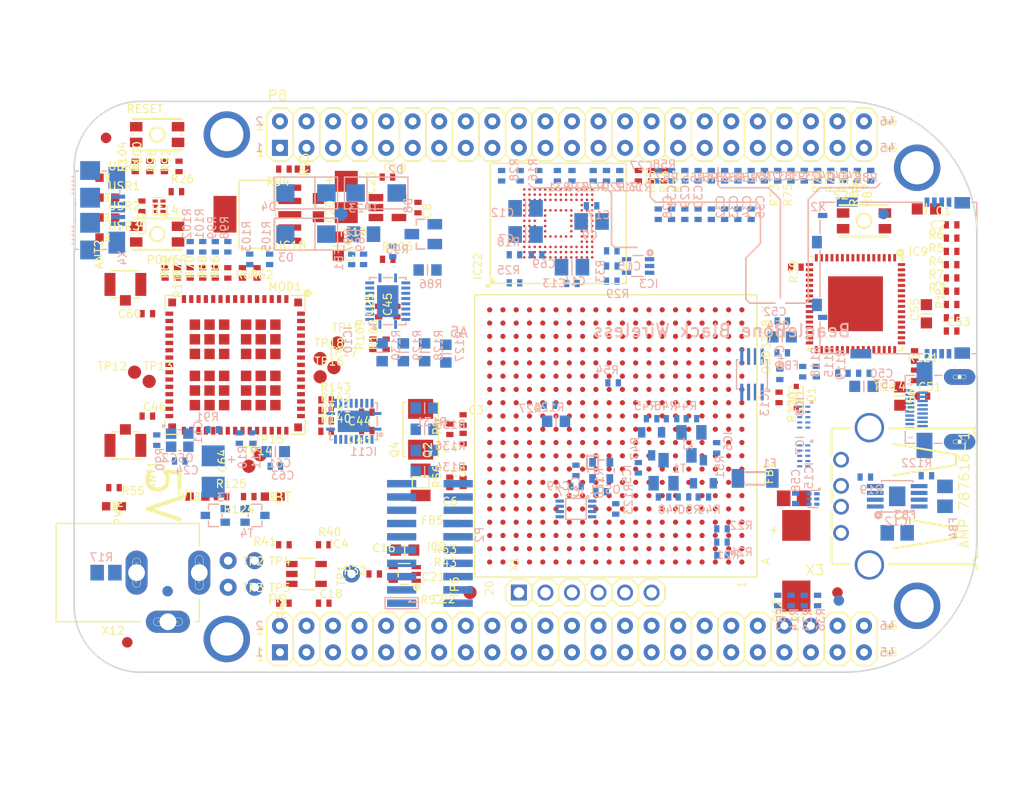
<source format=kicad_pcb>
(kicad_pcb (version 20171130) (host pcbnew "(5.1.2-1)-1")
  (layers (0 Top signal) (1 VDD signal) (2 Route3 signal) (3 Route14 signal) (4 DigitalGND signal) (31 Bottom signal) (34 B.Paste user) (35 F.Paste user) (36 B.SilkS user) (37 F.SilkS user) (38 B.Mask user) (39 F.Mask user) (44 Edge.Cuts user))
  (net 0 "")
  (net 1 GND)
  (net 2 N$6)
  (net 3 N$7)
  (net 4 SD.D3)
  (net 5 SD.D1)
  (net 6 SD.D0)
  (net 7 SD.D2)
  (net 8 SD.CLK)
  (net 9 SD.CMD)
  (net 10 N$16)
  (net 11 N$17)
  (net 12 N$18)
  (net 13 LCD.D15.R4--R7)
  (net 14 LCD.D14.R3--R6)
  (net 15 LCD.D13.R2--R5)
  (net 16 LCD.D12.R1--R4)
  (net 17 LCD.D11.R0--R3)
  (net 18 LCD.D7.G2--G4)
  (net 19 LCD.D6.G1--G3)
  (net 20 LCD.D5.G0--G2)
  (net 21 LCD.D10.G5--G7)
  (net 22 LCD.D9.G4--G6)
  (net 23 LCD.D8.G3--G5)
  (net 24 LCD.D4.B4--B7)
  (net 25 LCD.D3.B3--B6)
  (net 26 LCD.D2.B2--B5)
  (net 27 LCD.ENABLE)
  (net 28 LCD.D0.B0--B3)
  (net 29 LCD.D1.B1--B4)
  (net 30 LCD.VSYNC)
  (net 31 LCD.HSYNC)
  (net 32 LCD.CLOCK)
  (net 33 N$36)
  (net 34 N$37)
  (net 35 N$8)
  (net 36 AGND)
  (net 37 VDD_3V3A)
  (net 38 VDD_CORE)
  (net 39 VDD_1V8)
  (net 40 VDD_RTC)
  (net 41 VDDS_DDR)
  (net 42 VDDS_PLL)
  (net 43 VDD_MPU)
  (net 44 VDD_ADC)
  (net 45 N$11)
  (net 46 N$12)
  (net 47 NC2)
  (net 48 LS_BUF_OE)
  (net 49 BT_HCI_TX.SIP)
  (net 50 BT_HCI_RX.SIP)
  (net 51 NC4)
  (net 52 BT_HCI_RTS.SIP)
  (net 53 BT_HCI_CTS.SIP)
  (net 54 I2C0_SDA)
  (net 55 I2C0_SCL)
  (net 56 USB.CLIENT.D-)
  (net 57 USB.CLIENT.D+)
  (net 58 USB.CLIENT.ID)
  (net 59 USB_DC)
  (net 60 USB.HOST.D+)
  (net 61 USB.HOST.D-)
  (net 62 VDD_5V)
  (net 63 PWR_BUT)
  (net 64 VDD_3V3B)
  (net 65 VIN_BAT)
  (net 66 BAT_VOLT)
  (net 67 BAT_TEMP)
  (net 68 N$22)
  (net 69 SD.CD)
  (net 70 PMIC_PGOOD)
  (net 71 LDO_PGOOD)
  (net 72 PMIC_INT)
  (net 73 PMIC_NWAKEUP)
  (net 74 VDD_3V3AUX)
  (net 75 AIN0)
  (net 76 AIN1)
  (net 77 AIN2)
  (net 78 AIN3)
  (net 79 AIN4)
  (net 80 AIN5)
  (net 81 AIN6)
  (net 82 AIN7)
  (net 83 UART2_RXD)
  (net 84 UART2_TXD)
  (net 85 I2C1_SDA)
  (net 86 I2C1_SCL)
  (net 87 I2C2_SDA)
  (net 88 I2C2_SCL)
  (net 89 UART1_RXD)
  (net 90 UART1_TXD)
  (net 91 N$2)
  (net 92 JTAG_TRSTN)
  (net 93 JTAG_TMS)
  (net 94 JTAG_TDI)
  (net 95 JTAG_TCK)
  (net 96 JTAG_TDO)
  (net 97 JTAG_EMU0)
  (net 98 JTAG_EMU1)
  (net 99 CLKOUT2)
  (net 100 N$3)
  (net 101 XDMA_EVENT_INTRO)
  (net 102 SYS_RESET#)
  (net 103 TIMER5)
  (net 104 TIMER4)
  (net 105 TIMER7)
  (net 106 TIMER6)
  (net 107 UART4_RXD)
  (net 108 UART4_TXD)
  (net 109 EHRPWM2B)
  (net 110 EHRPWM2A)
  (net 111 EHRPWM1B)
  (net 112 EHRPWM1A)
  (net 113 N$28)
  (net 114 N$29)
  (net 115 N$30)
  (net 116 N$31)
  (net 117 EMMC_RSTN)
  (net 118 MMC1_DAT0)
  (net 119 MMC1_DAT1)
  (net 120 MMC1_DAT2)
  (net 121 MMC1_DAT3)
  (net 122 MMC1_DAT4)
  (net 123 MMC1_DAT5)
  (net 124 MMC1_DAT6)
  (net 125 MMC1_DAT7)
  (net 126 MMC1_CMD)
  (net 127 MMC1_CLK)
  (net 128 USR0)
  (net 129 USR1)
  (net 130 USR2)
  (net 131 USR3)
  (net 132 N$34)
  (net 133 SYS_5V)
  (net 134 GPIO1_28)
  (net 135 GPIO1_29)
  (net 136 GPIO2_1)
  (net 137 GPIO0_26)
  (net 138 GPIO0_27)
  (net 139 GPIO1_12)
  (net 140 GPIO1_13)
  (net 141 GPIO1_14)
  (net 142 GPIO1_15)
  (net 143 USB1_OC#)
  (net 144 GPIO1_16.SIP)
  (net 145 GPIO1_16)
  (net 146 GPIO2_0.SIP)
  (net 147 GPIO1_17)
  (net 148 HDMICLK_DIS#)
  (net 149 HDMI_INT)
  (net 150 N$4)
  (net 151 GPIO3_21)
  (net 152 SPI1_SCLK)
  (net 153 SPI1_D0)
  (net 154 SPI1_D1)
  (net 155 SPI1_CS0)
  (net 156 GPIO3_19)
  (net 157 N$48)
  (net 158 N$49)
  (net 159 GPIO0_7)
  (net 160 MCU.LCD.CLK)
  (net 161 MCU.LCD.VS)
  (net 162 MCU.LCD.HS)
  (net 163 MCU.LCD.EN)
  (net 164 N$45)
  (net 165 N$20)
  (net 166 USB1_DRVVBUS)
  (net 167 UART0_TXD)
  (net 168 UART0_RXD)
  (net 169 UART0_RST#)
  (net 170 N$50)
  (net 171 N$51)
  (net 172 N$52)
  (net 173 N$53)
  (net 174 N$54)
  (net 175 N$42)
  (net 176 12M_LOOP)
  (net 177 N$58)
  (net 178 12MHZ)
  (net 179 N$47)
  (net 180 TX->RX)
  (net 181 RX<-TX)
  (net 182 HDMI_1V8)
  (net 183 TEST)
  (net 184 DVI_5V)
  (net 185 HDMI.DSDA)
  (net 186 HDMI.DSCL)
  (net 187 EXT_SWING)
  (net 188 HPD)
  (net 189 CEC)
  (net 190 N$66)
  (net 191 TX2+)
  (net 192 TX2-)
  (net 193 TX1+)
  (net 194 TX1-)
  (net 195 TX0+)
  (net 196 TX0-)
  (net 197 TXC+)
  (net 198 TXC-)
  (net 199 VBUS.HOST)
  (net 200 VBUS.OUT)
  (net 201 USB1_VBUS)
  (net 202 N$1)
  (net 203 32.768KHZ)
  (net 204 BT_HCI_RTS)
  (net 205 BT_HCI_CTS)
  (net 206 BT_HCI_TX)
  (net 207 BT_HCI_RX)
  (net 208 WL_SDIO_CMD)
  (net 209 WL_SDIO_CLK)
  (net 210 WL_SDIO_D0)
  (net 211 WL_SDIO_D1)
  (net 212 WL_SDIO_D2)
  (net 213 WL_SDIO_D3)
  (net 214 WL_IRQ)
  (net 215 WL_EN)
  (net 216 BT_EN)
  (net 217 SLOW_CLK)
  (net 218 N$5)
  (net 219 N$9)
  (net 220 5V_IN)
  (net 221 SELECT_5V)
  (net 222 N$13)
  (net 223 N$14)
  (net 224 N$15)
  (net 225 N$19)
  (net 226 N$33)
  (net 227 N$35)
  (net 228 N$38)
  (net 229 N$39)
  (net 230 N$40)
  (net 231 N$41)
  (net 232 N$43)
  (net 233 N$44)
  (net 234 WL_SDIO_D0.SIP)
  (net 235 WL_SDIO_D1.SIP)
  (net 236 WL_SDIO_D2.SIP)
  (net 237 WL_SDIO_D3.SIP)
  (net 238 WL_SDIO_CLK.SIP)
  (net 239 WL_SDIO_CMD.SIP)
  (net 240 WL_EN.SIP)
  (net 241 BT_EN.SIP)
  (net 242 WL_IRQ.SIP)
  (net 243 N$25)
  (net 244 N$57)
  (net 245 N$59)
  (net 246 CGND)
  (net 247 N$24)
  (net 248 N$56)
  (net 249 NC1)
  (net 250 NC3)
  (net 251 N$62)
  (net 252 N$63)
  (net 253 N$64)
  (net 254 N$65)
  (net 255 N$67)
  (net 256 N$69)
  (net 257 N$70)
  (net 258 N$93)
  (net 259 N$94)
  (net 260 N$95)
  (net 261 N$96)
  (net 262 ALT.WL.CMD)
  (net 263 ALT.BT.EN)
  (net 264 ALT.BUFF.OE)
  (net 265 ALT.WL.CLK)
  (net 266 ALT.WL.EN)
  (net 267 ALT.WL.IRQ)
  (net 268 ALT.WL.D0)
  (net 269 ALT.WL.D1)
  (net 270 ALT.WL.D2)
  (net 271 ALT.WL.D3)
  (net 272 3.3V-WIFI)
  (module FIDUCIAL_40MIL (layer Top) (at 178.3461 124.6886)
    (fp_text reference FUD1 hide)
    (fp_text value FIDUCIAL hide)
    (pad P$1 smd roundrect (at 0 0) (size 1.016 1.016) (layers Top F.Paste F.Mask) (roundrect_rratio 0.5))
  )
  (module FIDUCIAL_40MIL (layer Top) (at 108.3691 81.1911 270)
    (fp_text reference FUD2 hide)
    (fp_text value FIDUCIAL hide)
    (pad P$1 smd roundrect (at 0 0 270) (size 1.016 1.016) (layers Top F.Paste F.Mask) (roundrect_rratio 0.5))
  )
  (module FIDUCIAL_40MIL (layer Top) (at 110.4011 129.4511)
    (fp_text reference FUD3 hide)
    (fp_text value FIDUCIAL hide)
    (pad P$1 smd roundrect (at 0 0) (size 1.016 1.016) (layers Top F.Paste F.Mask) (roundrect_rratio 0.5))
  )
  (module C0402K (layer Top) (at 142.5321 108.1786 270)
    (fp_text reference C3 (at -0.5 -0.425) (layer F.SilkS) (effects (font (size 0.77216 0.77216) (thickness 0.115824)) (justify left bottom)))
    (fp_text value "18pF, 50V")
    (pad 2 smd rect (at 0.5 0 270) (size 0.5 0.7) (layers Top F.Paste F.Mask) (net 45 N$11))
    (pad 1 smd rect (at -0.5 0 270) (size 0.5 0.7) (layers Top F.Paste F.Mask) (net 3 N$7))
  )
  (module C0402K (layer Top) (at 142.5321 109.9566 90)
    (fp_text reference C4 (at -0.5 -0.425) (layer F.SilkS) (effects (font (size 0.77216 0.77216) (thickness 0.115824)) (justify right top)))
    (fp_text value "18pF, 50V")
    (pad 2 smd rect (at 0.5 0 90) (size 0.5 0.7) (layers Top F.Paste F.Mask) (net 45 N$11))
    (pad 1 smd rect (at -0.5 0 90) (size 0.5 0.7) (layers Top F.Paste F.Mask) (net 2 N$6))
  )
  (module R0402 (layer Top) (at 141.3891 118.0846)
    (fp_text reference FB5 (at -0.635 -0.762) (layer F.SilkS) (effects (font (size 0.77216 0.77216) (thickness 0.115824)) (justify right top)))
    (fp_text value "1k BLM15AG102SN1D")
    (pad 2 smd rect (at 0.5 0) (size 0.5 0.7) (layers Top F.Paste F.Mask) (net 101 XDMA_EVENT_INTRO))
    (pad 1 smd rect (at -0.5 0) (size 0.5 0.7) (layers Top F.Paste F.Mask) (net 100 N$3))
  )
  (module 0603-LED (layer Top) (at 108.4961 90.7161 270)
    (fp_text reference USR3 (at -0.65 0) (layer F.SilkS) (effects (font (size 0.77216 0.77216) (thickness 0.115824)) (justify left bottom)))
    (fp_text value LTST-C191TBKT)
    (pad K smd rect (at 0 0.75 270) (size 0.8 0.8) (layers Top F.Paste F.Mask) (net 1 GND))
    (pad A smd rect (at 0 -0.75 270) (size 0.8 0.8) (layers Top F.Paste F.Mask) (net 12 N$18))
  )
  (module 0603-LED (layer Top) (at 108.4961 88.8111 270)
    (fp_text reference USR2 (at -0.65 0) (layer F.SilkS) (effects (font (size 0.77216 0.77216) (thickness 0.115824)) (justify left bottom)))
    (fp_text value LTST-C191TBKT)
    (pad K smd rect (at 0 0.75 270) (size 0.8 0.8) (layers Top F.Paste F.Mask) (net 1 GND))
    (pad A smd rect (at 0 -0.75 270) (size 0.8 0.8) (layers Top F.Paste F.Mask) (net 11 N$17))
  )
  (module 0603-LED (layer Top) (at 108.4961 86.9061 270)
    (fp_text reference USR1 (at -0.65 0) (layer F.SilkS) (effects (font (size 0.77216 0.77216) (thickness 0.115824)) (justify left bottom)))
    (fp_text value LTST-C191TBKT)
    (pad K smd rect (at 0 0.75 270) (size 0.8 0.8) (layers Top F.Paste F.Mask) (net 1 GND))
    (pad A smd rect (at 0 -0.75 270) (size 0.8 0.8) (layers Top F.Paste F.Mask) (net 10 N$16))
  )
  (module 0603-LED (layer Top) (at 109.1311 116.4336 270)
    (fp_text reference PWR (at -0.65 0 90) (layer F.SilkS) (effects (font (size 0.77216 0.77216) (thickness 0.115824)) (justify right top)))
    (fp_text value LTST-C191TBKT)
    (pad K smd rect (at 0 0.75 270) (size 0.8 0.8) (layers Top F.Paste F.Mask) (net 150 N$4))
    (pad A smd rect (at 0 -0.75 270) (size 0.8 0.8) (layers Top F.Paste F.Mask) (net 74 VDD_3V3AUX))
  )
  (module R0402 (layer Top) (at 134.0231 122.9106)
    (fp_text reference R32 (at -0.635 -0.762) (layer F.SilkS) (effects (font (size 0.77216 0.77216) (thickness 0.115824)) (justify right top)))
    (fp_text value "10k, 1%")
    (pad 2 smd rect (at 0.5 0) (size 0.5 0.7) (layers Top F.Paste F.Mask) (net 102 SYS_RESET#))
    (pad 1 smd rect (at -0.5 0) (size 0.5 0.7) (layers Top F.Paste F.Mask) (net 64 VDD_3V3B))
  )
  (module R0402 (layer Top) (at 115.3541 83.9216 90)
    (fp_text reference R92 (at -0.635 -0.762 90) (layer F.SilkS) (effects (font (size 0.77216 0.77216) (thickness 0.115824)) (justify left bottom)))
    (fp_text value 1k)
    (pad 2 smd rect (at 0.5 0 90) (size 0.5 0.7) (layers Top F.Paste F.Mask) (net 131 USR3))
    (pad 1 smd rect (at -0.5 0 90) (size 0.5 0.7) (layers Top F.Paste F.Mask) (net 12 N$18))
  )
  (module R0402 (layer Top) (at 113.9571 83.9216 90)
    (fp_text reference R96 (at -0.635 -0.762 90) (layer F.SilkS) (effects (font (size 0.77216 0.77216) (thickness 0.115824)) (justify left bottom)))
    (fp_text value 1k)
    (pad 2 smd rect (at 0.5 0 90) (size 0.5 0.7) (layers Top F.Paste F.Mask) (net 130 USR2))
    (pad 1 smd rect (at -0.5 0 90) (size 0.5 0.7) (layers Top F.Paste F.Mask) (net 11 N$17))
  )
  (module R0402 (layer Top) (at 112.5601 83.9216 90)
    (fp_text reference R100 (at -0.635 -0.762 90) (layer F.SilkS) (effects (font (size 0.77216 0.77216) (thickness 0.115824)) (justify left bottom)))
    (fp_text value 1k)
    (pad 2 smd rect (at 0.5 0 90) (size 0.5 0.7) (layers Top F.Paste F.Mask) (net 129 USR1))
    (pad 1 smd rect (at -0.5 0 90) (size 0.5 0.7) (layers Top F.Paste F.Mask) (net 10 N$16))
  )
  (module R0402 (layer Top) (at 125.3871 120.1166)
    (fp_text reference R41 (at -0.635 -0.762) (layer F.SilkS) (effects (font (size 0.77216 0.77216) (thickness 0.115824)) (justify right top)))
    (fp_text value "1.5k, 1%")
    (pad 2 smd rect (at 0.5 0) (size 0.5 0.7) (layers Top F.Paste F.Mask) (net 55 I2C0_SCL))
    (pad 1 smd rect (at -0.5 0) (size 0.5 0.7) (layers Top F.Paste F.Mask) (net 64 VDD_3V3B))
  )
  (module R0402 (layer Top) (at 125.3871 125.7046)
    (fp_text reference R42 (at -0.635 -0.762 90) (layer F.SilkS) (effects (font (size 0.77216 0.77216) (thickness 0.115824)) (justify right top)))
    (fp_text value "1.5k, 1%")
    (pad 2 smd rect (at 0.5 0) (size 0.5 0.7) (layers Top F.Paste F.Mask) (net 54 I2C0_SDA))
    (pad 1 smd rect (at -0.5 0) (size 0.5 0.7) (layers Top F.Paste F.Mask) (net 64 VDD_3V3B))
  )
  (module CRYSTAL_3.2X1.5 (layer Top) (at 138.4681 114.1476 270)
    (fp_text reference Q2 (at -2.246875 -1.115625 90) (layer F.SilkS) (effects (font (size 0.77216 0.77216) (thickness 0.115824)) (justify left bottom)))
    (fp_text value 32.768kHz)
    (pad P$2 smd rect (at 1.25 0 270) (size 1.1 1.9) (layers Top F.Paste F.Mask) (net 34 N$37))
    (pad P$1 smd rect (at -1.25 0 270) (size 1.1 1.9) (layers Top F.Paste F.Mask) (net 33 N$36))
  )
  (module C0402K (layer Top) (at 142.5321 115.0366 90)
    (fp_text reference C6 (at -0.5 -0.425) (layer F.SilkS) (effects (font (size 0.77216 0.77216) (thickness 0.115824)) (justify right top)))
    (fp_text value "18pF, 50V")
    (pad 2 smd rect (at 0.5 0 90) (size 0.5 0.7) (layers Top F.Paste F.Mask) (net 46 N$12))
    (pad 1 smd rect (at -0.5 0 90) (size 0.5 0.7) (layers Top F.Paste F.Mask) (net 34 N$37))
  )
  (module C0402K (layer Top) (at 142.5321 113.2586 270)
    (fp_text reference C5 (at -0.5 -0.425) (layer F.SilkS) (effects (font (size 0.77216 0.77216) (thickness 0.115824)) (justify right top)))
    (fp_text value "18pF, 50V")
    (pad 2 smd rect (at 0.5 0 270) (size 0.5 0.7) (layers Top F.Paste F.Mask) (net 46 N$12))
    (pad 1 smd rect (at -0.5 0 270) (size 0.5 0.7) (layers Top F.Paste F.Mask) (net 33 N$36))
  )
  (module OSD3358 (layer Top) (at 157.1371 109.7026 90)
    (fp_text reference IC1 hide)
    (fp_text value OSD3358 hide)
    (fp_text user 20 (at -13.7635 -12.065 90) (layer F.SilkS) (effects (font (size 0.77216 0.77216) (thickness 0.097536)) (justify right)))
    (fp_text user 1 (at -13.7635 12.065 90) (layer F.SilkS) (effects (font (size 0.77216 0.77216) (thickness 0.097536)) (justify right)))
    (fp_text user Y (at 12.1285 13.8905 90) (layer F.SilkS) (effects (font (size 0.77216 0.77216) (thickness 0.097536)) (justify top)))
    (fp_text user A (at -12.0015 13.8905 90) (layer F.SilkS) (effects (font (size 0.77216 0.77216) (thickness 0.097536)) (justify top)))
    (pad A20 smd roundrect (at -12.065 -12.065 90) (size 0.5 0.5) (layers Top F.Paste F.Mask) (roundrect_rratio 0.5) (net 70 PMIC_PGOOD))
    (pad B20 smd roundrect (at -10.795 -12.065 90) (size 0.5 0.5) (layers Top F.Paste F.Mask) (roundrect_rratio 0.5) (net 71 LDO_PGOOD))
    (pad C20 smd roundrect (at -9.525 -12.065 90) (size 0.5 0.5) (layers Top F.Paste F.Mask) (roundrect_rratio 0.5) (net 55 I2C0_SCL))
    (pad D20 smd roundrect (at -8.255 -12.065 90) (size 0.5 0.5) (layers Top F.Paste F.Mask) (roundrect_rratio 0.5) (net 63 PWR_BUT))
    (pad E20 smd roundrect (at -6.985 -12.065 90) (size 0.5 0.5) (layers Top F.Paste F.Mask) (roundrect_rratio 0.5) (net 1 GND))
    (pad F20 smd roundrect (at -5.715 -12.065 90) (size 0.5 0.5) (layers Top F.Paste F.Mask) (roundrect_rratio 0.5) (net 34 N$37))
    (pad G20 smd roundrect (at -4.445 -12.065 90) (size 0.5 0.5) (layers Top F.Paste F.Mask) (roundrect_rratio 0.5) (net 46 N$12))
    (pad H20 smd roundrect (at -3.175 -12.065 90) (size 0.5 0.5) (layers Top F.Paste F.Mask) (roundrect_rratio 0.5) (net 33 N$36))
    (pad J20 smd roundrect (at -1.905 -12.065 90) (size 0.5 0.5) (layers Top F.Paste F.Mask) (roundrect_rratio 0.5) (net 1 GND))
    (pad K20 smd roundrect (at -0.635 -12.065 90) (size 0.5 0.5) (layers Top F.Paste F.Mask) (roundrect_rratio 0.5) (net 2 N$6))
    (pad L20 smd roundrect (at 0.635 -12.065 90) (size 0.5 0.5) (layers Top F.Paste F.Mask) (roundrect_rratio 0.5) (net 45 N$11))
    (pad M20 smd roundrect (at 1.905 -12.065 90) (size 0.5 0.5) (layers Top F.Paste F.Mask) (roundrect_rratio 0.5) (net 3 N$7))
    (pad N20 smd roundrect (at 3.175 -12.065 90) (size 0.5 0.5) (layers Top F.Paste F.Mask) (roundrect_rratio 0.5) (net 1 GND))
    (pad P20 smd roundrect (at 4.445 -12.065 90) (size 0.5 0.5) (layers Top F.Paste F.Mask) (roundrect_rratio 0.5) (net 1 GND))
    (pad R20 smd roundrect (at 5.715 -12.065 90) (size 0.5 0.5) (layers Top F.Paste F.Mask) (roundrect_rratio 0.5) (net 1 GND))
    (pad T20 smd roundrect (at 6.985 -12.065 90) (size 0.5 0.5) (layers Top F.Paste F.Mask) (roundrect_rratio 0.5) (net 1 GND))
    (pad U20 smd roundrect (at 8.255 -12.065 90) (size 0.5 0.5) (layers Top F.Paste F.Mask) (roundrect_rratio 0.5) (net 64 VDD_3V3B))
    (pad V20 smd roundrect (at 9.525 -12.065 90) (size 0.5 0.5) (layers Top F.Paste F.Mask) (roundrect_rratio 0.5) (net 64 VDD_3V3B))
    (pad W20 smd roundrect (at 10.795 -12.065 90) (size 0.5 0.5) (layers Top F.Paste F.Mask) (roundrect_rratio 0.5) (net 1 GND))
    (pad Y20 smd roundrect (at 12.065 -12.065 90) (size 0.5 0.5) (layers Top F.Paste F.Mask) (roundrect_rratio 0.5))
    (pad A19 smd roundrect (at -12.065 -10.795 90) (size 0.5 0.5) (layers Top F.Paste F.Mask) (roundrect_rratio 0.5) (net 73 PMIC_NWAKEUP))
    (pad B19 smd roundrect (at -10.795 -10.795 90) (size 0.5 0.5) (layers Top F.Paste F.Mask) (roundrect_rratio 0.5) (net 72 PMIC_INT))
    (pad C19 smd roundrect (at -9.525 -10.795 90) (size 0.5 0.5) (layers Top F.Paste F.Mask) (roundrect_rratio 0.5) (net 54 I2C0_SDA))
    (pad D19 smd roundrect (at -8.255 -10.795 90) (size 0.5 0.5) (layers Top F.Paste F.Mask) (roundrect_rratio 0.5) (net 35 N$8))
    (pad E19 smd roundrect (at -6.985 -10.795 90) (size 0.5 0.5) (layers Top F.Paste F.Mask) (roundrect_rratio 0.5) (net 1 GND))
    (pad F19 smd roundrect (at -5.715 -10.795 90) (size 0.5 0.5) (layers Top F.Paste F.Mask) (roundrect_rratio 0.5) (net 1 GND))
    (pad G19 smd roundrect (at -4.445 -10.795 90) (size 0.5 0.5) (layers Top F.Paste F.Mask) (roundrect_rratio 0.5) (net 1 GND))
    (pad H19 smd roundrect (at -3.175 -10.795 90) (size 0.5 0.5) (layers Top F.Paste F.Mask) (roundrect_rratio 0.5) (net 1 GND))
    (pad J19 smd roundrect (at -1.905 -10.795 90) (size 0.5 0.5) (layers Top F.Paste F.Mask) (roundrect_rratio 0.5) (net 1 GND))
    (pad K19 smd roundrect (at -0.635 -10.795 90) (size 0.5 0.5) (layers Top F.Paste F.Mask) (roundrect_rratio 0.5) (net 1 GND))
    (pad L19 smd roundrect (at 0.635 -10.795 90) (size 0.5 0.5) (layers Top F.Paste F.Mask) (roundrect_rratio 0.5) (net 1 GND))
    (pad M19 smd roundrect (at 1.905 -10.795 90) (size 0.5 0.5) (layers Top F.Paste F.Mask) (roundrect_rratio 0.5) (net 1 GND))
    (pad N19 smd roundrect (at 3.175 -10.795 90) (size 0.5 0.5) (layers Top F.Paste F.Mask) (roundrect_rratio 0.5) (net 1 GND))
    (pad P19 smd roundrect (at 4.445 -10.795 90) (size 0.5 0.5) (layers Top F.Paste F.Mask) (roundrect_rratio 0.5) (net 1 GND))
    (pad R19 smd roundrect (at 5.715 -10.795 90) (size 0.5 0.5) (layers Top F.Paste F.Mask) (roundrect_rratio 0.5) (net 1 GND))
    (pad T19 smd roundrect (at 6.985 -10.795 90) (size 0.5 0.5) (layers Top F.Paste F.Mask) (roundrect_rratio 0.5) (net 1 GND))
    (pad U19 smd roundrect (at 8.255 -10.795 90) (size 0.5 0.5) (layers Top F.Paste F.Mask) (roundrect_rratio 0.5) (net 1 GND))
    (pad V19 smd roundrect (at 9.525 -10.795 90) (size 0.5 0.5) (layers Top F.Paste F.Mask) (roundrect_rratio 0.5) (net 1 GND))
    (pad W19 smd roundrect (at 10.795 -10.795 90) (size 0.5 0.5) (layers Top F.Paste F.Mask) (roundrect_rratio 0.5) (net 1 GND))
    (pad Y19 smd roundrect (at 12.065 -10.795 90) (size 0.5 0.5) (layers Top F.Paste F.Mask) (roundrect_rratio 0.5))
    (pad A18 smd roundrect (at -12.065 -9.525 90) (size 0.5 0.5) (layers Top F.Paste F.Mask) (roundrect_rratio 0.5) (net 1 GND))
    (pad B18 smd roundrect (at -10.795 -9.525 90) (size 0.5 0.5) (layers Top F.Paste F.Mask) (roundrect_rratio 0.5) (net 72 PMIC_INT))
    (pad C18 smd roundrect (at -9.525 -9.525 90) (size 0.5 0.5) (layers Top F.Paste F.Mask) (roundrect_rratio 0.5) (net 157 N$48))
    (pad D18 smd roundrect (at -8.255 -9.525 90) (size 0.5 0.5) (layers Top F.Paste F.Mask) (roundrect_rratio 0.5) (net 87 I2C2_SDA))
    (pad E18 smd roundrect (at -6.985 -9.525 90) (size 0.5 0.5) (layers Top F.Paste F.Mask) (roundrect_rratio 0.5))
    (pad F18 smd roundrect (at -5.715 -9.525 90) (size 0.5 0.5) (layers Top F.Paste F.Mask) (roundrect_rratio 0.5) (net 7 SD.D2))
    (pad G18 smd roundrect (at -4.445 -9.525 90) (size 0.5 0.5) (layers Top F.Paste F.Mask) (roundrect_rratio 0.5) (net 9 SD.CMD))
    (pad H18 smd roundrect (at -3.175 -9.525 90) (size 0.5 0.5) (layers Top F.Paste F.Mask) (roundrect_rratio 0.5) (net 242 WL_IRQ.SIP))
    (pad J18 smd roundrect (at -1.905 -9.525 90) (size 0.5 0.5) (layers Top F.Paste F.Mask) (roundrect_rratio 0.5) (net 235 WL_SDIO_D1.SIP))
    (pad K18 smd roundrect (at -0.635 -9.525 90) (size 0.5 0.5) (layers Top F.Paste F.Mask) (roundrect_rratio 0.5) (net 240 WL_EN.SIP))
    (pad L18 smd roundrect (at 0.635 -9.525 90) (size 0.5 0.5) (layers Top F.Paste F.Mask) (roundrect_rratio 0.5) (net 48 LS_BUF_OE))
    (pad M18 smd roundrect (at 1.905 -9.525 90) (size 0.5 0.5) (layers Top F.Paste F.Mask) (roundrect_rratio 0.5) (net 52 BT_HCI_RTS.SIP))
    (pad N18 smd roundrect (at 3.175 -9.525 90) (size 0.5 0.5) (layers Top F.Paste F.Mask) (roundrect_rratio 0.5) (net 56 USB.CLIENT.D-))
    (pad P18 smd roundrect (at 4.445 -9.525 90) (size 0.5 0.5) (layers Top F.Paste F.Mask) (roundrect_rratio 0.5))
    (pad R18 smd roundrect (at 5.715 -9.525 90) (size 0.5 0.5) (layers Top F.Paste F.Mask) (roundrect_rratio 0.5) (net 61 USB.HOST.D-))
    (pad T18 smd roundrect (at 6.985 -9.525 90) (size 0.5 0.5) (layers Top F.Paste F.Mask) (roundrect_rratio 0.5) (net 201 USB1_VBUS))
    (pad U18 smd roundrect (at 8.255 -9.525 90) (size 0.5 0.5) (layers Top F.Paste F.Mask) (roundrect_rratio 0.5) (net 134 GPIO1_28))
    (pad V18 smd roundrect (at 9.525 -9.525 90) (size 0.5 0.5) (layers Top F.Paste F.Mask) (roundrect_rratio 0.5) (net 1 GND))
    (pad W18 smd roundrect (at 10.795 -9.525 90) (size 0.5 0.5) (layers Top F.Paste F.Mask) (roundrect_rratio 0.5) (net 1 GND))
    (pad Y18 smd roundrect (at 12.065 -9.525 90) (size 0.5 0.5) (layers Top F.Paste F.Mask) (roundrect_rratio 0.5) (net 1 GND))
    (pad A17 smd roundrect (at -12.065 -8.255 90) (size 0.5 0.5) (layers Top F.Paste F.Mask) (roundrect_rratio 0.5) (net 83 UART2_RXD))
    (pad B17 smd roundrect (at -10.795 -8.255 90) (size 0.5 0.5) (layers Top F.Paste F.Mask) (roundrect_rratio 0.5) (net 84 UART2_TXD))
    (pad C17 smd roundrect (at -9.525 -8.255 90) (size 0.5 0.5) (layers Top F.Paste F.Mask) (roundrect_rratio 0.5) (net 54 I2C0_SDA))
    (pad D17 smd roundrect (at -8.255 -8.255 90) (size 0.5 0.5) (layers Top F.Paste F.Mask) (roundrect_rratio 0.5) (net 88 I2C2_SCL))
    (pad E17 smd roundrect (at -6.985 -8.255 90) (size 0.5 0.5) (layers Top F.Paste F.Mask) (roundrect_rratio 0.5) (net 169 UART0_RST#))
    (pad F17 smd roundrect (at -5.715 -8.255 90) (size 0.5 0.5) (layers Top F.Paste F.Mask) (roundrect_rratio 0.5) (net 4 SD.D3))
    (pad G17 smd roundrect (at -4.445 -8.255 90) (size 0.5 0.5) (layers Top F.Paste F.Mask) (roundrect_rratio 0.5) (net 8 SD.CLK))
    (pad H17 smd roundrect (at -3.175 -8.255 90) (size 0.5 0.5) (layers Top F.Paste F.Mask) (roundrect_rratio 0.5) (net 47 NC2))
    (pad J17 smd roundrect (at -1.905 -8.255 90) (size 0.5 0.5) (layers Top F.Paste F.Mask) (roundrect_rratio 0.5) (net 234 WL_SDIO_D0.SIP))
    (pad K17 smd roundrect (at -0.635 -8.255 90) (size 0.5 0.5) (layers Top F.Paste F.Mask) (roundrect_rratio 0.5) (net 241 BT_EN.SIP))
    (pad L17 smd roundrect (at 0.635 -8.255 90) (size 0.5 0.5) (layers Top F.Paste F.Mask) (roundrect_rratio 0.5) (net 50 BT_HCI_RX.SIP))
    (pad M17 smd roundrect (at 1.905 -8.255 90) (size 0.5 0.5) (layers Top F.Paste F.Mask) (roundrect_rratio 0.5) (net 53 BT_HCI_CTS.SIP))
    (pad N17 smd roundrect (at 3.175 -8.255 90) (size 0.5 0.5) (layers Top F.Paste F.Mask) (roundrect_rratio 0.5) (net 57 USB.CLIENT.D+))
    (pad P17 smd roundrect (at 4.445 -8.255 90) (size 0.5 0.5) (layers Top F.Paste F.Mask) (roundrect_rratio 0.5) (net 165 N$20))
    (pad R17 smd roundrect (at 5.715 -8.255 90) (size 0.5 0.5) (layers Top F.Paste F.Mask) (roundrect_rratio 0.5) (net 60 USB.HOST.D+))
    (pad T17 smd roundrect (at 6.985 -8.255 90) (size 0.5 0.5) (layers Top F.Paste F.Mask) (roundrect_rratio 0.5) (net 107 UART4_RXD))
    (pad U17 smd roundrect (at 8.255 -8.255 90) (size 0.5 0.5) (layers Top F.Paste F.Mask) (roundrect_rratio 0.5) (net 108 UART4_TXD))
    (pad V17 smd roundrect (at 9.525 -8.255 90) (size 0.5 0.5) (layers Top F.Paste F.Mask) (roundrect_rratio 0.5) (net 148 HDMICLK_DIS#))
    (pad W17 smd roundrect (at 10.795 -8.255 90) (size 0.5 0.5) (layers Top F.Paste F.Mask) (roundrect_rratio 0.5) (net 1 GND))
    (pad Y17 smd roundrect (at 12.065 -8.255 90) (size 0.5 0.5) (layers Top F.Paste F.Mask) (roundrect_rratio 0.5))
    (pad A16 smd roundrect (at -12.065 -6.985 90) (size 0.5 0.5) (layers Top F.Paste F.Mask) (roundrect_rratio 0.5) (net 86 I2C1_SCL))
    (pad B16 smd roundrect (at -10.795 -6.985 90) (size 0.5 0.5) (layers Top F.Paste F.Mask) (roundrect_rratio 0.5) (net 85 I2C1_SDA))
    (pad C16 smd roundrect (at -9.525 -6.985 90) (size 0.5 0.5) (layers Top F.Paste F.Mask) (roundrect_rratio 0.5) (net 55 I2C0_SCL))
    (pad D16 smd roundrect (at -8.255 -6.985 90) (size 0.5 0.5) (layers Top F.Paste F.Mask) (roundrect_rratio 0.5) (net 89 UART1_RXD))
    (pad E16 smd roundrect (at -6.985 -6.985 90) (size 0.5 0.5) (layers Top F.Paste F.Mask) (roundrect_rratio 0.5) (net 167 UART0_TXD))
    (pad F16 smd roundrect (at -5.715 -6.985 90) (size 0.5 0.5) (layers Top F.Paste F.Mask) (roundrect_rratio 0.5))
    (pad G16 smd roundrect (at -4.445 -6.985 90) (size 0.5 0.5) (layers Top F.Paste F.Mask) (roundrect_rratio 0.5) (net 6 SD.D0))
    (pad H16 smd roundrect (at -3.175 -6.985 90) (size 0.5 0.5) (layers Top F.Paste F.Mask) (roundrect_rratio 0.5) (net 237 WL_SDIO_D3.SIP))
    (pad J16 smd roundrect (at -1.905 -6.985 90) (size 0.5 0.5) (layers Top F.Paste F.Mask) (roundrect_rratio 0.5) (net 239 WL_SDIO_CMD.SIP))
    (pad K16 smd roundrect (at -0.635 -6.985 90) (size 0.5 0.5) (layers Top F.Paste F.Mask) (roundrect_rratio 0.5) (net 248 N$56))
    (pad L16 smd roundrect (at 0.635 -6.985 90) (size 0.5 0.5) (layers Top F.Paste F.Mask) (roundrect_rratio 0.5) (net 49 BT_HCI_TX.SIP))
    (pad M16 smd roundrect (at 1.905 -6.985 90) (size 0.5 0.5) (layers Top F.Paste F.Mask) (roundrect_rratio 0.5) (net 249 NC1))
    (pad N16 smd roundrect (at 3.175 -6.985 90) (size 0.5 0.5) (layers Top F.Paste F.Mask) (roundrect_rratio 0.5) (net 39 VDD_1V8))
    (pad P16 smd roundrect (at 4.445 -6.985 90) (size 0.5 0.5) (layers Top F.Paste F.Mask) (roundrect_rratio 0.5) (net 58 USB.CLIENT.ID))
    (pad R16 smd roundrect (at 5.715 -6.985 90) (size 0.5 0.5) (layers Top F.Paste F.Mask) (roundrect_rratio 0.5) (net 39 VDD_1V8))
    (pad T16 smd roundrect (at 6.985 -6.985 90) (size 0.5 0.5) (layers Top F.Paste F.Mask) (roundrect_rratio 0.5) (net 143 USB1_OC#))
    (pad U16 smd roundrect (at 8.255 -6.985 90) (size 0.5 0.5) (layers Top F.Paste F.Mask) (roundrect_rratio 0.5) (net 149 HDMI_INT))
    (pad V16 smd roundrect (at 9.525 -6.985 90) (size 0.5 0.5) (layers Top F.Paste F.Mask) (roundrect_rratio 0.5) (net 131 USR3))
    (pad W16 smd roundrect (at 10.795 -6.985 90) (size 0.5 0.5) (layers Top F.Paste F.Mask) (roundrect_rratio 0.5) (net 1 GND))
    (pad Y16 smd roundrect (at 12.065 -6.985 90) (size 0.5 0.5) (layers Top F.Paste F.Mask) (roundrect_rratio 0.5))
    (pad A15 smd roundrect (at -12.065 -5.715 90) (size 0.5 0.5) (layers Top F.Paste F.Mask) (roundrect_rratio 0.5) (net 100 N$3))
    (pad B15 smd roundrect (at -10.795 -5.715 90) (size 0.5 0.5) (layers Top F.Paste F.Mask) (roundrect_rratio 0.5) (net 70 PMIC_PGOOD))
    (pad C15 smd roundrect (at -9.525 -5.715 90) (size 0.5 0.5) (layers Top F.Paste F.Mask) (roundrect_rratio 0.5) (net 69 SD.CD))
    (pad D15 smd roundrect (at -8.255 -5.715 90) (size 0.5 0.5) (layers Top F.Paste F.Mask) (roundrect_rratio 0.5) (net 90 UART1_TXD))
    (pad E15 smd roundrect (at -6.985 -5.715 90) (size 0.5 0.5) (layers Top F.Paste F.Mask) (roundrect_rratio 0.5) (net 168 UART0_RXD))
    (pad F15 smd roundrect (at -5.715 -5.715 90) (size 0.5 0.5) (layers Top F.Paste F.Mask) (roundrect_rratio 0.5) (net 166 USB1_DRVVBUS))
    (pad G15 smd roundrect (at -4.445 -5.715 90) (size 0.5 0.5) (layers Top F.Paste F.Mask) (roundrect_rratio 0.5) (net 5 SD.D1))
    (pad H15 smd roundrect (at -3.175 -5.715 90) (size 0.5 0.5) (layers Top F.Paste F.Mask) (roundrect_rratio 0.5))
    (pad J15 smd roundrect (at -1.905 -5.715 90) (size 0.5 0.5) (layers Top F.Paste F.Mask) (roundrect_rratio 0.5) (net 51 NC4))
    (pad K15 smd roundrect (at -0.635 -5.715 90) (size 0.5 0.5) (layers Top F.Paste F.Mask) (roundrect_rratio 0.5) (net 236 WL_SDIO_D2.SIP))
    (pad L15 smd roundrect (at 0.635 -5.715 90) (size 0.5 0.5) (layers Top F.Paste F.Mask) (roundrect_rratio 0.5) (net 238 WL_SDIO_CLK.SIP))
    (pad M15 smd roundrect (at 1.905 -5.715 90) (size 0.5 0.5) (layers Top F.Paste F.Mask) (roundrect_rratio 0.5))
    (pad N15 smd roundrect (at 3.175 -5.715 90) (size 0.5 0.5) (layers Top F.Paste F.Mask) (roundrect_rratio 0.5))
    (pad P15 smd roundrect (at 4.445 -5.715 90) (size 0.5 0.5) (layers Top F.Paste F.Mask) (roundrect_rratio 0.5) (net 164 N$45))
    (pad R15 smd roundrect (at 5.715 -5.715 90) (size 0.5 0.5) (layers Top F.Paste F.Mask) (roundrect_rratio 0.5))
    (pad T15 smd roundrect (at 6.985 -5.715 90) (size 0.5 0.5) (layers Top F.Paste F.Mask) (roundrect_rratio 0.5) (net 130 USR2))
    (pad U15 smd roundrect (at 8.255 -5.715 90) (size 0.5 0.5) (layers Top F.Paste F.Mask) (roundrect_rratio 0.5) (net 129 USR1))
    (pad V15 smd roundrect (at 9.525 -5.715 90) (size 0.5 0.5) (layers Top F.Paste F.Mask) (roundrect_rratio 0.5) (net 128 USR0))
    (pad W15 smd roundrect (at 10.795 -5.715 90) (size 0.5 0.5) (layers Top F.Paste F.Mask) (roundrect_rratio 0.5) (net 1 GND))
    (pad Y15 smd roundrect (at 12.065 -5.715 90) (size 0.5 0.5) (layers Top F.Paste F.Mask) (roundrect_rratio 0.5) (net 1 GND))
    (pad A14 smd roundrect (at -12.065 -4.445 90) (size 0.5 0.5) (layers Top F.Paste F.Mask) (roundrect_rratio 0.5) (net 151 GPIO3_21))
    (pad B14 smd roundrect (at -10.795 -4.445 90) (size 0.5 0.5) (layers Top F.Paste F.Mask) (roundrect_rratio 0.5) (net 98 JTAG_EMU1))
    (pad C14 smd roundrect (at -9.525 -4.445 90) (size 0.5 0.5) (layers Top F.Paste F.Mask) (roundrect_rratio 0.5) (net 97 JTAG_EMU0))
    (pad D14 smd roundrect (at -8.255 -4.445 90) (size 0.5 0.5) (layers Top F.Paste F.Mask) (roundrect_rratio 0.5) (net 114 N$29))
    (pad E14 smd roundrect (at -6.985 -4.445 90) (size 0.5 0.5) (layers Top F.Paste F.Mask) (roundrect_rratio 0.5))
    (pad F14 smd roundrect (at -5.715 -4.445 90) (size 0.5 0.5) (layers Top F.Paste F.Mask) (roundrect_rratio 0.5))
    (pad G14 smd roundrect (at -4.445 -4.445 90) (size 0.5 0.5) (layers Top F.Paste F.Mask) (roundrect_rratio 0.5))
    (pad H14 smd roundrect (at -3.175 -4.445 90) (size 0.5 0.5) (layers Top F.Paste F.Mask) (roundrect_rratio 0.5))
    (pad J14 smd roundrect (at -1.905 -4.445 90) (size 0.5 0.5) (layers Top F.Paste F.Mask) (roundrect_rratio 0.5))
    (pad K14 smd roundrect (at -0.635 -4.445 90) (size 0.5 0.5) (layers Top F.Paste F.Mask) (roundrect_rratio 0.5))
    (pad L14 smd roundrect (at 0.635 -4.445 90) (size 0.5 0.5) (layers Top F.Paste F.Mask) (roundrect_rratio 0.5))
    (pad M14 smd roundrect (at 1.905 -4.445 90) (size 0.5 0.5) (layers Top F.Paste F.Mask) (roundrect_rratio 0.5) (net 1 GND))
    (pad N14 smd roundrect (at 3.175 -4.445 90) (size 0.5 0.5) (layers Top F.Paste F.Mask) (roundrect_rratio 0.5) (net 1 GND))
    (pad P14 smd roundrect (at 4.445 -4.445 90) (size 0.5 0.5) (layers Top F.Paste F.Mask) (roundrect_rratio 0.5))
    (pad R14 smd roundrect (at 5.715 -4.445 90) (size 0.5 0.5) (layers Top F.Paste F.Mask) (roundrect_rratio 0.5) (net 115 N$30))
    (pad T14 smd roundrect (at 6.985 -4.445 90) (size 0.5 0.5) (layers Top F.Paste F.Mask) (roundrect_rratio 0.5) (net 111 EHRPWM1B))
    (pad U14 smd roundrect (at 8.255 -4.445 90) (size 0.5 0.5) (layers Top F.Paste F.Mask) (roundrect_rratio 0.5) (net 112 EHRPWM1A))
    (pad V14 smd roundrect (at 9.525 -4.445 90) (size 0.5 0.5) (layers Top F.Paste F.Mask) (roundrect_rratio 0.5) (net 147 GPIO1_17))
    (pad W14 smd roundrect (at 10.795 -4.445 90) (size 0.5 0.5) (layers Top F.Paste F.Mask) (roundrect_rratio 0.5) (net 1 GND))
    (pad Y14 smd roundrect (at 12.065 -4.445 90) (size 0.5 0.5) (layers Top F.Paste F.Mask) (roundrect_rratio 0.5))
    (pad A13 smd roundrect (at -12.065 -3.175 90) (size 0.5 0.5) (layers Top F.Paste F.Mask) (roundrect_rratio 0.5) (net 152 SPI1_SCLK))
    (pad B13 smd roundrect (at -10.795 -3.175 90) (size 0.5 0.5) (layers Top F.Paste F.Mask) (roundrect_rratio 0.5) (net 153 SPI1_D0))
    (pad C13 smd roundrect (at -9.525 -3.175 90) (size 0.5 0.5) (layers Top F.Paste F.Mask) (roundrect_rratio 0.5) (net 156 GPIO3_19))
    (pad D13 smd roundrect (at -8.255 -3.175 90) (size 0.5 0.5) (layers Top F.Paste F.Mask) (roundrect_rratio 0.5) (net 113 N$28))
    (pad E13 smd roundrect (at -6.985 -3.175 90) (size 0.5 0.5) (layers Top F.Paste F.Mask) (roundrect_rratio 0.5))
    (pad F13 smd roundrect (at -5.715 -3.175 90) (size 0.5 0.5) (layers Top F.Paste F.Mask) (roundrect_rratio 0.5))
    (pad G13 smd roundrect (at -4.445 -3.175 90) (size 0.5 0.5) (layers Top F.Paste F.Mask) (roundrect_rratio 0.5))
    (pad H13 smd roundrect (at -3.175 -3.175 90) (size 0.5 0.5) (layers Top F.Paste F.Mask) (roundrect_rratio 0.5))
    (pad J13 smd roundrect (at -1.905 -3.175 90) (size 0.5 0.5) (layers Top F.Paste F.Mask) (roundrect_rratio 0.5))
    (pad K13 smd roundrect (at -0.635 -3.175 90) (size 0.5 0.5) (layers Top F.Paste F.Mask) (roundrect_rratio 0.5))
    (pad L13 smd roundrect (at 0.635 -3.175 90) (size 0.5 0.5) (layers Top F.Paste F.Mask) (roundrect_rratio 0.5) (net 1 GND))
    (pad M13 smd roundrect (at 1.905 -3.175 90) (size 0.5 0.5) (layers Top F.Paste F.Mask) (roundrect_rratio 0.5))
    (pad N13 smd roundrect (at 3.175 -3.175 90) (size 0.5 0.5) (layers Top F.Paste F.Mask) (roundrect_rratio 0.5))
    (pad P13 smd roundrect (at 4.445 -3.175 90) (size 0.5 0.5) (layers Top F.Paste F.Mask) (roundrect_rratio 0.5))
    (pad R13 smd roundrect (at 5.715 -3.175 90) (size 0.5 0.5) (layers Top F.Paste F.Mask) (roundrect_rratio 0.5) (net 144 GPIO1_16.SIP))
    (pad T13 smd roundrect (at 6.985 -3.175 90) (size 0.5 0.5) (layers Top F.Paste F.Mask) (roundrect_rratio 0.5) (net 146 GPIO2_0.SIP))
    (pad U13 smd roundrect (at 8.255 -3.175 90) (size 0.5 0.5) (layers Top F.Paste F.Mask) (roundrect_rratio 0.5) (net 142 GPIO1_15))
    (pad V13 smd roundrect (at 9.525 -3.175 90) (size 0.5 0.5) (layers Top F.Paste F.Mask) (roundrect_rratio 0.5) (net 141 GPIO1_14))
    (pad W13 smd roundrect (at 10.795 -3.175 90) (size 0.5 0.5) (layers Top F.Paste F.Mask) (roundrect_rratio 0.5) (net 1 GND))
    (pad Y13 smd roundrect (at 12.065 -3.175 90) (size 0.5 0.5) (layers Top F.Paste F.Mask) (roundrect_rratio 0.5))
    (pad A12 smd roundrect (at -12.065 -1.905 90) (size 0.5 0.5) (layers Top F.Paste F.Mask) (roundrect_rratio 0.5) (net 95 JTAG_TCK))
    (pad B12 smd roundrect (at -10.795 -1.905 90) (size 0.5 0.5) (layers Top F.Paste F.Mask) (roundrect_rratio 0.5) (net 158 N$49))
    (pad C12 smd roundrect (at -9.525 -1.905 90) (size 0.5 0.5) (layers Top F.Paste F.Mask) (roundrect_rratio 0.5) (net 155 SPI1_CS0))
    (pad D12 smd roundrect (at -8.255 -1.905 90) (size 0.5 0.5) (layers Top F.Paste F.Mask) (roundrect_rratio 0.5) (net 154 SPI1_D1))
    (pad E12 smd roundrect (at -6.985 -1.905 90) (size 0.5 0.5) (layers Top F.Paste F.Mask) (roundrect_rratio 0.5))
    (pad F12 smd roundrect (at -5.715 -1.905 90) (size 0.5 0.5) (layers Top F.Paste F.Mask) (roundrect_rratio 0.5))
    (pad G12 smd roundrect (at -4.445 -1.905 90) (size 0.5 0.5) (layers Top F.Paste F.Mask) (roundrect_rratio 0.5) (net 1 GND))
    (pad H12 smd roundrect (at -3.175 -1.905 90) (size 0.5 0.5) (layers Top F.Paste F.Mask) (roundrect_rratio 0.5) (net 1 GND))
    (pad J12 smd roundrect (at -1.905 -1.905 90) (size 0.5 0.5) (layers Top F.Paste F.Mask) (roundrect_rratio 0.5))
    (pad K12 smd roundrect (at -0.635 -1.905 90) (size 0.5 0.5) (layers Top F.Paste F.Mask) (roundrect_rratio 0.5))
    (pad L12 smd roundrect (at 0.635 -1.905 90) (size 0.5 0.5) (layers Top F.Paste F.Mask) (roundrect_rratio 0.5) (net 1 GND))
    (pad M12 smd roundrect (at 1.905 -1.905 90) (size 0.5 0.5) (layers Top F.Paste F.Mask) (roundrect_rratio 0.5) (net 1 GND))
    (pad N12 smd roundrect (at 3.175 -1.905 90) (size 0.5 0.5) (layers Top F.Paste F.Mask) (roundrect_rratio 0.5))
    (pad P12 smd roundrect (at 4.445 -1.905 90) (size 0.5 0.5) (layers Top F.Paste F.Mask) (roundrect_rratio 0.5))
    (pad R12 smd roundrect (at 5.715 -1.905 90) (size 0.5 0.5) (layers Top F.Paste F.Mask) (roundrect_rratio 0.5) (net 140 GPIO1_13))
    (pad T12 smd roundrect (at 6.985 -1.905 90) (size 0.5 0.5) (layers Top F.Paste F.Mask) (roundrect_rratio 0.5) (net 139 GPIO1_12))
    (pad U12 smd roundrect (at 8.255 -1.905 90) (size 0.5 0.5) (layers Top F.Paste F.Mask) (roundrect_rratio 0.5) (net 138 GPIO0_27))
    (pad V12 smd roundrect (at 9.525 -1.905 90) (size 0.5 0.5) (layers Top F.Paste F.Mask) (roundrect_rratio 0.5) (net 136 GPIO2_1))
    (pad W12 smd roundrect (at 10.795 -1.905 90) (size 0.5 0.5) (layers Top F.Paste F.Mask) (roundrect_rratio 0.5) (net 1 GND))
    (pad Y12 smd roundrect (at 12.065 -1.905 90) (size 0.5 0.5) (layers Top F.Paste F.Mask) (roundrect_rratio 0.5) (net 1 GND))
    (pad A11 smd roundrect (at -12.065 -0.635 90) (size 0.5 0.5) (layers Top F.Paste F.Mask) (roundrect_rratio 0.5) (net 96 JTAG_TDO))
    (pad B11 smd roundrect (at -10.795 -0.635 90) (size 0.5 0.5) (layers Top F.Paste F.Mask) (roundrect_rratio 0.5) (net 94 JTAG_TDI))
    (pad C11 smd roundrect (at -9.525 -0.635 90) (size 0.5 0.5) (layers Top F.Paste F.Mask) (roundrect_rratio 0.5) (net 93 JTAG_TMS))
    (pad D11 smd roundrect (at -8.255 -0.635 90) (size 0.5 0.5) (layers Top F.Paste F.Mask) (roundrect_rratio 0.5))
    (pad E11 smd roundrect (at -6.985 -0.635 90) (size 0.5 0.5) (layers Top F.Paste F.Mask) (roundrect_rratio 0.5))
    (pad F11 smd roundrect (at -5.715 -0.635 90) (size 0.5 0.5) (layers Top F.Paste F.Mask) (roundrect_rratio 0.5))
    (pad G11 smd roundrect (at -4.445 -0.635 90) (size 0.5 0.5) (layers Top F.Paste F.Mask) (roundrect_rratio 0.5) (net 1 GND))
    (pad H11 smd roundrect (at -3.175 -0.635 90) (size 0.5 0.5) (layers Top F.Paste F.Mask) (roundrect_rratio 0.5))
    (pad J11 smd roundrect (at -1.905 -0.635 90) (size 0.5 0.5) (layers Top F.Paste F.Mask) (roundrect_rratio 0.5) (net 1 GND))
    (pad K11 smd roundrect (at -0.635 -0.635 90) (size 0.5 0.5) (layers Top F.Paste F.Mask) (roundrect_rratio 0.5) (net 1 GND))
    (pad L11 smd roundrect (at 0.635 -0.635 90) (size 0.5 0.5) (layers Top F.Paste F.Mask) (roundrect_rratio 0.5) (net 1 GND))
    (pad M11 smd roundrect (at 1.905 -0.635 90) (size 0.5 0.5) (layers Top F.Paste F.Mask) (roundrect_rratio 0.5))
    (pad N11 smd roundrect (at 3.175 -0.635 90) (size 0.5 0.5) (layers Top F.Paste F.Mask) (roundrect_rratio 0.5) (net 1 GND))
    (pad P11 smd roundrect (at 4.445 -0.635 90) (size 0.5 0.5) (layers Top F.Paste F.Mask) (roundrect_rratio 0.5))
    (pad R11 smd roundrect (at 5.715 -0.635 90) (size 0.5 0.5) (layers Top F.Paste F.Mask) (roundrect_rratio 0.5))
    (pad T11 smd roundrect (at 6.985 -0.635 90) (size 0.5 0.5) (layers Top F.Paste F.Mask) (roundrect_rratio 0.5) (net 137 GPIO0_26))
    (pad U11 smd roundrect (at 8.255 -0.635 90) (size 0.5 0.5) (layers Top F.Paste F.Mask) (roundrect_rratio 0.5))
    (pad V11 smd roundrect (at 9.525 -0.635 90) (size 0.5 0.5) (layers Top F.Paste F.Mask) (roundrect_rratio 0.5))
    (pad W11 smd roundrect (at 10.795 -0.635 90) (size 0.5 0.5) (layers Top F.Paste F.Mask) (roundrect_rratio 0.5) (net 1 GND))
    (pad Y11 smd roundrect (at 12.065 -0.635 90) (size 0.5 0.5) (layers Top F.Paste F.Mask) (roundrect_rratio 0.5) (net 74 VDD_3V3AUX))
    (pad A10 smd roundrect (at -12.065 0.635 90) (size 0.5 0.5) (layers Top F.Paste F.Mask) (roundrect_rratio 0.5) (net 102 SYS_RESET#))
    (pad B10 smd roundrect (at -10.795 0.635 90) (size 0.5 0.5) (layers Top F.Paste F.Mask) (roundrect_rratio 0.5) (net 92 JTAG_TRSTN))
    (pad C10 smd roundrect (at -9.525 0.635 90) (size 0.5 0.5) (layers Top F.Paste F.Mask) (roundrect_rratio 0.5))
    (pad D10 smd roundrect (at -8.255 0.635 90) (size 0.5 0.5) (layers Top F.Paste F.Mask) (roundrect_rratio 0.5) (net 39 VDD_1V8))
    (pad E10 smd roundrect (at -6.985 0.635 90) (size 0.5 0.5) (layers Top F.Paste F.Mask) (roundrect_rratio 0.5))
    (pad F10 smd roundrect (at -5.715 0.635 90) (size 0.5 0.5) (layers Top F.Paste F.Mask) (roundrect_rratio 0.5) (net 43 VDD_MPU))
    (pad G10 smd roundrect (at -4.445 0.635 90) (size 0.5 0.5) (layers Top F.Paste F.Mask) (roundrect_rratio 0.5))
    (pad H10 smd roundrect (at -3.175 0.635 90) (size 0.5 0.5) (layers Top F.Paste F.Mask) (roundrect_rratio 0.5) (net 1 GND))
    (pad J10 smd roundrect (at -1.905 0.635 90) (size 0.5 0.5) (layers Top F.Paste F.Mask) (roundrect_rratio 0.5) (net 1 GND))
    (pad K10 smd roundrect (at -0.635 0.635 90) (size 0.5 0.5) (layers Top F.Paste F.Mask) (roundrect_rratio 0.5) (net 1 GND))
    (pad L10 smd roundrect (at 0.635 0.635 90) (size 0.5 0.5) (layers Top F.Paste F.Mask) (roundrect_rratio 0.5) (net 1 GND))
    (pad M10 smd roundrect (at 1.905 0.635 90) (size 0.5 0.5) (layers Top F.Paste F.Mask) (roundrect_rratio 0.5) (net 1 GND))
    (pad N10 smd roundrect (at 3.175 0.635 90) (size 0.5 0.5) (layers Top F.Paste F.Mask) (roundrect_rratio 0.5) (net 1 GND))
    (pad P10 smd roundrect (at 4.445 0.635 90) (size 0.5 0.5) (layers Top F.Paste F.Mask) (roundrect_rratio 0.5))
    (pad R10 smd roundrect (at 5.715 0.635 90) (size 0.5 0.5) (layers Top F.Paste F.Mask) (roundrect_rratio 0.5))
    (pad T10 smd roundrect (at 6.985 0.635 90) (size 0.5 0.5) (layers Top F.Paste F.Mask) (roundrect_rratio 0.5) (net 109 EHRPWM2B))
    (pad U10 smd roundrect (at 8.255 0.635 90) (size 0.5 0.5) (layers Top F.Paste F.Mask) (roundrect_rratio 0.5) (net 110 EHRPWM2A))
    (pad V10 smd roundrect (at 9.525 0.635 90) (size 0.5 0.5) (layers Top F.Paste F.Mask) (roundrect_rratio 0.5))
    (pad W10 smd roundrect (at 10.795 0.635 90) (size 0.5 0.5) (layers Top F.Paste F.Mask) (roundrect_rratio 0.5) (net 1 GND))
    (pad Y10 smd roundrect (at 12.065 0.635 90) (size 0.5 0.5) (layers Top F.Paste F.Mask) (roundrect_rratio 0.5) (net 1 GND))
    (pad A9 smd roundrect (at -12.065 1.905 90) (size 0.5 0.5) (layers Top F.Paste F.Mask) (roundrect_rratio 0.5) (net 36 AGND))
    (pad B9 smd roundrect (at -10.795 1.905 90) (size 0.5 0.5) (layers Top F.Paste F.Mask) (roundrect_rratio 0.5) (net 44 VDD_ADC))
    (pad C9 smd roundrect (at -9.525 1.905 90) (size 0.5 0.5) (layers Top F.Paste F.Mask) (roundrect_rratio 0.5) (net 82 AIN7))
    (pad D9 smd roundrect (at -8.255 1.905 90) (size 0.5 0.5) (layers Top F.Paste F.Mask) (roundrect_rratio 0.5))
    (pad E9 smd roundrect (at -6.985 1.905 90) (size 0.5 0.5) (layers Top F.Paste F.Mask) (roundrect_rratio 0.5) (net 39 VDD_1V8))
    (pad F9 smd roundrect (at -5.715 1.905 90) (size 0.5 0.5) (layers Top F.Paste F.Mask) (roundrect_rratio 0.5))
    (pad G9 smd roundrect (at -4.445 1.905 90) (size 0.5 0.5) (layers Top F.Paste F.Mask) (roundrect_rratio 0.5) (net 1 GND))
    (pad H9 smd roundrect (at -3.175 1.905 90) (size 0.5 0.5) (layers Top F.Paste F.Mask) (roundrect_rratio 0.5) (net 1 GND))
    (pad J9 smd roundrect (at -1.905 1.905 90) (size 0.5 0.5) (layers Top F.Paste F.Mask) (roundrect_rratio 0.5) (net 1 GND))
    (pad K9 smd roundrect (at -0.635 1.905 90) (size 0.5 0.5) (layers Top F.Paste F.Mask) (roundrect_rratio 0.5) (net 1 GND))
    (pad L9 smd roundrect (at 0.635 1.905 90) (size 0.5 0.5) (layers Top F.Paste F.Mask) (roundrect_rratio 0.5))
    (pad M9 smd roundrect (at 1.905 1.905 90) (size 0.5 0.5) (layers Top F.Paste F.Mask) (roundrect_rratio 0.5) (net 1 GND))
    (pad N9 smd roundrect (at 3.175 1.905 90) (size 0.5 0.5) (layers Top F.Paste F.Mask) (roundrect_rratio 0.5))
    (pad P9 smd roundrect (at 4.445 1.905 90) (size 0.5 0.5) (layers Top F.Paste F.Mask) (roundrect_rratio 0.5))
    (pad R9 smd roundrect (at 5.715 1.905 90) (size 0.5 0.5) (layers Top F.Paste F.Mask) (roundrect_rratio 0.5) (net 124 MMC1_DAT6))
    (pad T9 smd roundrect (at 6.985 1.905 90) (size 0.5 0.5) (layers Top F.Paste F.Mask) (roundrect_rratio 0.5) (net 125 MMC1_DAT7))
    (pad U9 smd roundrect (at 8.255 1.905 90) (size 0.5 0.5) (layers Top F.Paste F.Mask) (roundrect_rratio 0.5) (net 127 MMC1_CLK))
    (pad V9 smd roundrect (at 9.525 1.905 90) (size 0.5 0.5) (layers Top F.Paste F.Mask) (roundrect_rratio 0.5) (net 126 MMC1_CMD))
    (pad W9 smd roundrect (at 10.795 1.905 90) (size 0.5 0.5) (layers Top F.Paste F.Mask) (roundrect_rratio 0.5) (net 1 GND))
    (pad Y9 smd roundrect (at 12.065 1.905 90) (size 0.5 0.5) (layers Top F.Paste F.Mask) (roundrect_rratio 0.5) (net 59 USB_DC))
    (pad A8 smd roundrect (at -12.065 3.175 90) (size 0.5 0.5) (layers Top F.Paste F.Mask) (roundrect_rratio 0.5) (net 81 AIN6))
    (pad B8 smd roundrect (at -10.795 3.175 90) (size 0.5 0.5) (layers Top F.Paste F.Mask) (roundrect_rratio 0.5) (net 80 AIN5))
    (pad C8 smd roundrect (at -9.525 3.175 90) (size 0.5 0.5) (layers Top F.Paste F.Mask) (roundrect_rratio 0.5) (net 79 AIN4))
    (pad D8 smd roundrect (at -8.255 3.175 90) (size 0.5 0.5) (layers Top F.Paste F.Mask) (roundrect_rratio 0.5) (net 44 VDD_ADC))
    (pad E8 smd roundrect (at -6.985 3.175 90) (size 0.5 0.5) (layers Top F.Paste F.Mask) (roundrect_rratio 0.5) (net 36 AGND))
    (pad F8 smd roundrect (at -5.715 3.175 90) (size 0.5 0.5) (layers Top F.Paste F.Mask) (roundrect_rratio 0.5) (net 1 GND))
    (pad G8 smd roundrect (at -4.445 3.175 90) (size 0.5 0.5) (layers Top F.Paste F.Mask) (roundrect_rratio 0.5) (net 1 GND))
    (pad H8 smd roundrect (at -3.175 3.175 90) (size 0.5 0.5) (layers Top F.Paste F.Mask) (roundrect_rratio 0.5) (net 1 GND))
    (pad J8 smd roundrect (at -1.905 3.175 90) (size 0.5 0.5) (layers Top F.Paste F.Mask) (roundrect_rratio 0.5) (net 1 GND))
    (pad K8 smd roundrect (at -0.635 3.175 90) (size 0.5 0.5) (layers Top F.Paste F.Mask) (roundrect_rratio 0.5))
    (pad L8 smd roundrect (at 0.635 3.175 90) (size 0.5 0.5) (layers Top F.Paste F.Mask) (roundrect_rratio 0.5))
    (pad M8 smd roundrect (at 1.905 3.175 90) (size 0.5 0.5) (layers Top F.Paste F.Mask) (roundrect_rratio 0.5) (net 1 GND))
    (pad N8 smd roundrect (at 3.175 3.175 90) (size 0.5 0.5) (layers Top F.Paste F.Mask) (roundrect_rratio 0.5))
    (pad P8 smd roundrect (at 4.445 3.175 90) (size 0.5 0.5) (layers Top F.Paste F.Mask) (roundrect_rratio 0.5))
    (pad R8 smd roundrect (at 5.715 3.175 90) (size 0.5 0.5) (layers Top F.Paste F.Mask) (roundrect_rratio 0.5) (net 120 MMC1_DAT2))
    (pad T8 smd roundrect (at 6.985 3.175 90) (size 0.5 0.5) (layers Top F.Paste F.Mask) (roundrect_rratio 0.5) (net 121 MMC1_DAT3))
    (pad U8 smd roundrect (at 8.255 3.175 90) (size 0.5 0.5) (layers Top F.Paste F.Mask) (roundrect_rratio 0.5) (net 122 MMC1_DAT4))
    (pad V8 smd roundrect (at 9.525 3.175 90) (size 0.5 0.5) (layers Top F.Paste F.Mask) (roundrect_rratio 0.5) (net 123 MMC1_DAT5))
    (pad W8 smd roundrect (at 10.795 3.175 90) (size 0.5 0.5) (layers Top F.Paste F.Mask) (roundrect_rratio 0.5) (net 1 GND))
    (pad Y8 smd roundrect (at 12.065 3.175 90) (size 0.5 0.5) (layers Top F.Paste F.Mask) (roundrect_rratio 0.5) (net 59 USB_DC))
    (pad A7 smd roundrect (at -12.065 4.445 90) (size 0.5 0.5) (layers Top F.Paste F.Mask) (roundrect_rratio 0.5) (net 78 AIN3))
    (pad B7 smd roundrect (at -10.795 4.445 90) (size 0.5 0.5) (layers Top F.Paste F.Mask) (roundrect_rratio 0.5) (net 77 AIN2))
    (pad C7 smd roundrect (at -9.525 4.445 90) (size 0.5 0.5) (layers Top F.Paste F.Mask) (roundrect_rratio 0.5) (net 76 AIN1))
    (pad D7 smd roundrect (at -8.255 4.445 90) (size 0.5 0.5) (layers Top F.Paste F.Mask) (roundrect_rratio 0.5))
    (pad E7 smd roundrect (at -6.985 4.445 90) (size 0.5 0.5) (layers Top F.Paste F.Mask) (roundrect_rratio 0.5) (net 42 VDDS_PLL))
    (pad F7 smd roundrect (at -5.715 4.445 90) (size 0.5 0.5) (layers Top F.Paste F.Mask) (roundrect_rratio 0.5))
    (pad G7 smd roundrect (at -4.445 4.445 90) (size 0.5 0.5) (layers Top F.Paste F.Mask) (roundrect_rratio 0.5))
    (pad H7 smd roundrect (at -3.175 4.445 90) (size 0.5 0.5) (layers Top F.Paste F.Mask) (roundrect_rratio 0.5) (net 1 GND))
    (pad J7 smd roundrect (at -1.905 4.445 90) (size 0.5 0.5) (layers Top F.Paste F.Mask) (roundrect_rratio 0.5) (net 1 GND))
    (pad K7 smd roundrect (at -0.635 4.445 90) (size 0.5 0.5) (layers Top F.Paste F.Mask) (roundrect_rratio 0.5) (net 1 GND))
    (pad L7 smd roundrect (at 0.635 4.445 90) (size 0.5 0.5) (layers Top F.Paste F.Mask) (roundrect_rratio 0.5))
    (pad M7 smd roundrect (at 1.905 4.445 90) (size 0.5 0.5) (layers Top F.Paste F.Mask) (roundrect_rratio 0.5) (net 1 GND))
    (pad N7 smd roundrect (at 3.175 4.445 90) (size 0.5 0.5) (layers Top F.Paste F.Mask) (roundrect_rratio 0.5) (net 1 GND))
    (pad P7 smd roundrect (at 4.445 4.445 90) (size 0.5 0.5) (layers Top F.Paste F.Mask) (roundrect_rratio 0.5) (net 37 VDD_3V3A))
    (pad R7 smd roundrect (at 5.715 4.445 90) (size 0.5 0.5) (layers Top F.Paste F.Mask) (roundrect_rratio 0.5) (net 104 TIMER4))
    (pad T7 smd roundrect (at 6.985 4.445 90) (size 0.5 0.5) (layers Top F.Paste F.Mask) (roundrect_rratio 0.5) (net 105 TIMER7))
    (pad U7 smd roundrect (at 8.255 4.445 90) (size 0.5 0.5) (layers Top F.Paste F.Mask) (roundrect_rratio 0.5) (net 118 MMC1_DAT0))
    (pad V7 smd roundrect (at 9.525 4.445 90) (size 0.5 0.5) (layers Top F.Paste F.Mask) (roundrect_rratio 0.5) (net 119 MMC1_DAT1))
    (pad W7 smd roundrect (at 10.795 4.445 90) (size 0.5 0.5) (layers Top F.Paste F.Mask) (roundrect_rratio 0.5) (net 1 GND))
    (pad Y7 smd roundrect (at 12.065 4.445 90) (size 0.5 0.5) (layers Top F.Paste F.Mask) (roundrect_rratio 0.5) (net 1 GND))
    (pad A6 smd roundrect (at -12.065 5.715 90) (size 0.5 0.5) (layers Top F.Paste F.Mask) (roundrect_rratio 0.5) (net 36 AGND))
    (pad B6 smd roundrect (at -10.795 5.715 90) (size 0.5 0.5) (layers Top F.Paste F.Mask) (roundrect_rratio 0.5) (net 75 AIN0))
    (pad C6 smd roundrect (at -9.525 5.715 90) (size 0.5 0.5) (layers Top F.Paste F.Mask) (roundrect_rratio 0.5) (net 35 N$8))
    (pad D6 smd roundrect (at -8.255 5.715 90) (size 0.5 0.5) (layers Top F.Paste F.Mask) (roundrect_rratio 0.5))
    (pad E6 smd roundrect (at -6.985 5.715 90) (size 0.5 0.5) (layers Top F.Paste F.Mask) (roundrect_rratio 0.5))
    (pad F6 smd roundrect (at -5.715 5.715 90) (size 0.5 0.5) (layers Top F.Paste F.Mask) (roundrect_rratio 0.5) (net 38 VDD_CORE))
    (pad G6 smd roundrect (at -4.445 5.715 90) (size 0.5 0.5) (layers Top F.Paste F.Mask) (roundrect_rratio 0.5))
    (pad H6 smd roundrect (at -3.175 5.715 90) (size 0.5 0.5) (layers Top F.Paste F.Mask) (roundrect_rratio 0.5) (net 1 GND))
    (pad J6 smd roundrect (at -1.905 5.715 90) (size 0.5 0.5) (layers Top F.Paste F.Mask) (roundrect_rratio 0.5) (net 1 GND))
    (pad K6 smd roundrect (at -0.635 5.715 90) (size 0.5 0.5) (layers Top F.Paste F.Mask) (roundrect_rratio 0.5))
    (pad L6 smd roundrect (at 0.635 5.715 90) (size 0.5 0.5) (layers Top F.Paste F.Mask) (roundrect_rratio 0.5))
    (pad M6 smd roundrect (at 1.905 5.715 90) (size 0.5 0.5) (layers Top F.Paste F.Mask) (roundrect_rratio 0.5) (net 1 GND))
    (pad N6 smd roundrect (at 3.175 5.715 90) (size 0.5 0.5) (layers Top F.Paste F.Mask) (roundrect_rratio 0.5) (net 40 VDD_RTC))
    (pad P6 smd roundrect (at 4.445 5.715 90) (size 0.5 0.5) (layers Top F.Paste F.Mask) (roundrect_rratio 0.5) (net 37 VDD_3V3A))
    (pad R6 smd roundrect (at 5.715 5.715 90) (size 0.5 0.5) (layers Top F.Paste F.Mask) (roundrect_rratio 0.5) (net 163 MCU.LCD.EN))
    (pad T6 smd roundrect (at 6.985 5.715 90) (size 0.5 0.5) (layers Top F.Paste F.Mask) (roundrect_rratio 0.5) (net 103 TIMER5))
    (pad U6 smd roundrect (at 8.255 5.715 90) (size 0.5 0.5) (layers Top F.Paste F.Mask) (roundrect_rratio 0.5) (net 106 TIMER6))
    (pad V6 smd roundrect (at 9.525 5.715 90) (size 0.5 0.5) (layers Top F.Paste F.Mask) (roundrect_rratio 0.5) (net 135 GPIO1_29))
    (pad W6 smd roundrect (at 10.795 5.715 90) (size 0.5 0.5) (layers Top F.Paste F.Mask) (roundrect_rratio 0.5) (net 1 GND))
    (pad Y6 smd roundrect (at 12.065 5.715 90) (size 0.5 0.5) (layers Top F.Paste F.Mask) (roundrect_rratio 0.5) (net 62 VDD_5V))
    (pad A5 smd roundrect (at -12.065 6.985 90) (size 0.5 0.5) (layers Top F.Paste F.Mask) (roundrect_rratio 0.5) (net 44 VDD_ADC))
    (pad B5 smd roundrect (at -10.795 6.985 90) (size 0.5 0.5) (layers Top F.Paste F.Mask) (roundrect_rratio 0.5) (net 71 LDO_PGOOD))
    (pad C5 smd roundrect (at -9.525 6.985 90) (size 0.5 0.5) (layers Top F.Paste F.Mask) (roundrect_rratio 0.5) (net 73 PMIC_NWAKEUP))
    (pad D5 smd roundrect (at -8.255 6.985 90) (size 0.5 0.5) (layers Top F.Paste F.Mask) (roundrect_rratio 0.5))
    (pad E5 smd roundrect (at -6.985 6.985 90) (size 0.5 0.5) (layers Top F.Paste F.Mask) (roundrect_rratio 0.5))
    (pad F5 smd roundrect (at -5.715 6.985 90) (size 0.5 0.5) (layers Top F.Paste F.Mask) (roundrect_rratio 0.5))
    (pad G5 smd roundrect (at -4.445 6.985 90) (size 0.5 0.5) (layers Top F.Paste F.Mask) (roundrect_rratio 0.5))
    (pad H5 smd roundrect (at -3.175 6.985 90) (size 0.5 0.5) (layers Top F.Paste F.Mask) (roundrect_rratio 0.5) (net 41 VDDS_DDR))
    (pad J5 smd roundrect (at -1.905 6.985 90) (size 0.5 0.5) (layers Top F.Paste F.Mask) (roundrect_rratio 0.5))
    (pad K5 smd roundrect (at -0.635 6.985 90) (size 0.5 0.5) (layers Top F.Paste F.Mask) (roundrect_rratio 0.5))
    (pad L5 smd roundrect (at 0.635 6.985 90) (size 0.5 0.5) (layers Top F.Paste F.Mask) (roundrect_rratio 0.5))
    (pad M5 smd roundrect (at 1.905 6.985 90) (size 0.5 0.5) (layers Top F.Paste F.Mask) (roundrect_rratio 0.5))
    (pad N5 smd roundrect (at 3.175 6.985 90) (size 0.5 0.5) (layers Top F.Paste F.Mask) (roundrect_rratio 0.5) (net 37 VDD_3V3A))
    (pad P5 smd roundrect (at 4.445 6.985 90) (size 0.5 0.5) (layers Top F.Paste F.Mask) (roundrect_rratio 0.5) (net 37 VDD_3V3A))
    (pad R5 smd roundrect (at 5.715 6.985 90) (size 0.5 0.5) (layers Top F.Paste F.Mask) (roundrect_rratio 0.5) (net 162 MCU.LCD.HS))
    (pad T5 smd roundrect (at 6.985 6.985 90) (size 0.5 0.5) (layers Top F.Paste F.Mask) (roundrect_rratio 0.5) (net 13 LCD.D15.R4--R7))
    (pad U5 smd roundrect (at 8.255 6.985 90) (size 0.5 0.5) (layers Top F.Paste F.Mask) (roundrect_rratio 0.5) (net 161 MCU.LCD.VS))
    (pad V5 smd roundrect (at 9.525 6.985 90) (size 0.5 0.5) (layers Top F.Paste F.Mask) (roundrect_rratio 0.5) (net 160 MCU.LCD.CLK))
    (pad W5 smd roundrect (at 10.795 6.985 90) (size 0.5 0.5) (layers Top F.Paste F.Mask) (roundrect_rratio 0.5) (net 1 GND))
    (pad Y5 smd roundrect (at 12.065 6.985 90) (size 0.5 0.5) (layers Top F.Paste F.Mask) (roundrect_rratio 0.5) (net 62 VDD_5V))
    (pad A4 smd roundrect (at -12.065 8.255 90) (size 0.5 0.5) (layers Top F.Paste F.Mask) (roundrect_rratio 0.5) (net 44 VDD_ADC))
    (pad B4 smd roundrect (at -10.795 8.255 90) (size 0.5 0.5) (layers Top F.Paste F.Mask) (roundrect_rratio 0.5) (net 68 N$22))
    (pad C4 smd roundrect (at -9.525 8.255 90) (size 0.5 0.5) (layers Top F.Paste F.Mask) (roundrect_rratio 0.5))
    (pad D4 smd roundrect (at -8.255 8.255 90) (size 0.5 0.5) (layers Top F.Paste F.Mask) (roundrect_rratio 0.5))
    (pad E4 smd roundrect (at -6.985 8.255 90) (size 0.5 0.5) (layers Top F.Paste F.Mask) (roundrect_rratio 0.5))
    (pad F4 smd roundrect (at -5.715 8.255 90) (size 0.5 0.5) (layers Top F.Paste F.Mask) (roundrect_rratio 0.5))
    (pad G4 smd roundrect (at -4.445 8.255 90) (size 0.5 0.5) (layers Top F.Paste F.Mask) (roundrect_rratio 0.5))
    (pad H4 smd roundrect (at -3.175 8.255 90) (size 0.5 0.5) (layers Top F.Paste F.Mask) (roundrect_rratio 0.5))
    (pad J4 smd roundrect (at -1.905 8.255 90) (size 0.5 0.5) (layers Top F.Paste F.Mask) (roundrect_rratio 0.5))
    (pad K4 smd roundrect (at -0.635 8.255 90) (size 0.5 0.5) (layers Top F.Paste F.Mask) (roundrect_rratio 0.5))
    (pad L4 smd roundrect (at 0.635 8.255 90) (size 0.5 0.5) (layers Top F.Paste F.Mask) (roundrect_rratio 0.5))
    (pad M4 smd roundrect (at 1.905 8.255 90) (size 0.5 0.5) (layers Top F.Paste F.Mask) (roundrect_rratio 0.5))
    (pad N4 smd roundrect (at 3.175 8.255 90) (size 0.5 0.5) (layers Top F.Paste F.Mask) (roundrect_rratio 0.5))
    (pad P4 smd roundrect (at 4.445 8.255 90) (size 0.5 0.5) (layers Top F.Paste F.Mask) (roundrect_rratio 0.5))
    (pad R4 smd roundrect (at 5.715 8.255 90) (size 0.5 0.5) (layers Top F.Paste F.Mask) (roundrect_rratio 0.5) (net 25 LCD.D3.B3--B6))
    (pad T4 smd roundrect (at 6.985 8.255 90) (size 0.5 0.5) (layers Top F.Paste F.Mask) (roundrect_rratio 0.5) (net 18 LCD.D7.G2--G4))
    (pad U4 smd roundrect (at 8.255 8.255 90) (size 0.5 0.5) (layers Top F.Paste F.Mask) (roundrect_rratio 0.5) (net 17 LCD.D11.R0--R3))
    (pad V4 smd roundrect (at 9.525 8.255 90) (size 0.5 0.5) (layers Top F.Paste F.Mask) (roundrect_rratio 0.5) (net 14 LCD.D14.R3--R6))
    (pad W4 smd roundrect (at 10.795 8.255 90) (size 0.5 0.5) (layers Top F.Paste F.Mask) (roundrect_rratio 0.5) (net 133 SYS_5V))
    (pad Y4 smd roundrect (at 12.065 8.255 90) (size 0.5 0.5) (layers Top F.Paste F.Mask) (roundrect_rratio 0.5) (net 133 SYS_5V))
    (pad A3 smd roundrect (at -12.065 9.525 90) (size 0.5 0.5) (layers Top F.Paste F.Mask) (roundrect_rratio 0.5))
    (pad B3 smd roundrect (at -10.795 9.525 90) (size 0.5 0.5) (layers Top F.Paste F.Mask) (roundrect_rratio 0.5))
    (pad C3 smd roundrect (at -9.525 9.525 90) (size 0.5 0.5) (layers Top F.Paste F.Mask) (roundrect_rratio 0.5))
    (pad D3 smd roundrect (at -8.255 9.525 90) (size 0.5 0.5) (layers Top F.Paste F.Mask) (roundrect_rratio 0.5))
    (pad E3 smd roundrect (at -6.985 9.525 90) (size 0.5 0.5) (layers Top F.Paste F.Mask) (roundrect_rratio 0.5))
    (pad F3 smd roundrect (at -5.715 9.525 90) (size 0.5 0.5) (layers Top F.Paste F.Mask) (roundrect_rratio 0.5))
    (pad G3 smd roundrect (at -4.445 9.525 90) (size 0.5 0.5) (layers Top F.Paste F.Mask) (roundrect_rratio 0.5))
    (pad H3 smd roundrect (at -3.175 9.525 90) (size 0.5 0.5) (layers Top F.Paste F.Mask) (roundrect_rratio 0.5))
    (pad J3 smd roundrect (at -1.905 9.525 90) (size 0.5 0.5) (layers Top F.Paste F.Mask) (roundrect_rratio 0.5))
    (pad K3 smd roundrect (at -0.635 9.525 90) (size 0.5 0.5) (layers Top F.Paste F.Mask) (roundrect_rratio 0.5))
    (pad L3 smd roundrect (at 0.635 9.525 90) (size 0.5 0.5) (layers Top F.Paste F.Mask) (roundrect_rratio 0.5))
    (pad M3 smd roundrect (at 1.905 9.525 90) (size 0.5 0.5) (layers Top F.Paste F.Mask) (roundrect_rratio 0.5))
    (pad N3 smd roundrect (at 3.175 9.525 90) (size 0.5 0.5) (layers Top F.Paste F.Mask) (roundrect_rratio 0.5))
    (pad P3 smd roundrect (at 4.445 9.525 90) (size 0.5 0.5) (layers Top F.Paste F.Mask) (roundrect_rratio 0.5))
    (pad R3 smd roundrect (at 5.715 9.525 90) (size 0.5 0.5) (layers Top F.Paste F.Mask) (roundrect_rratio 0.5) (net 26 LCD.D2.B2--B5))
    (pad T3 smd roundrect (at 6.985 9.525 90) (size 0.5 0.5) (layers Top F.Paste F.Mask) (roundrect_rratio 0.5) (net 19 LCD.D6.G1--G3))
    (pad U3 smd roundrect (at 8.255 9.525 90) (size 0.5 0.5) (layers Top F.Paste F.Mask) (roundrect_rratio 0.5) (net 21 LCD.D10.G5--G7))
    (pad V3 smd roundrect (at 9.525 9.525 90) (size 0.5 0.5) (layers Top F.Paste F.Mask) (roundrect_rratio 0.5) (net 15 LCD.D13.R2--R5))
    (pad W3 smd roundrect (at 10.795 9.525 90) (size 0.5 0.5) (layers Top F.Paste F.Mask) (roundrect_rratio 0.5) (net 1 GND))
    (pad Y3 smd roundrect (at 12.065 9.525 90) (size 0.5 0.5) (layers Top F.Paste F.Mask) (roundrect_rratio 0.5) (net 65 VIN_BAT))
    (pad A2 smd roundrect (at -12.065 10.795 90) (size 0.5 0.5) (layers Top F.Paste F.Mask) (roundrect_rratio 0.5))
    (pad B2 smd roundrect (at -10.795 10.795 90) (size 0.5 0.5) (layers Top F.Paste F.Mask) (roundrect_rratio 0.5))
    (pad C2 smd roundrect (at -9.525 10.795 90) (size 0.5 0.5) (layers Top F.Paste F.Mask) (roundrect_rratio 0.5))
    (pad D2 smd roundrect (at -8.255 10.795 90) (size 0.5 0.5) (layers Top F.Paste F.Mask) (roundrect_rratio 0.5))
    (pad E2 smd roundrect (at -6.985 10.795 90) (size 0.5 0.5) (layers Top F.Paste F.Mask) (roundrect_rratio 0.5))
    (pad F2 smd roundrect (at -5.715 10.795 90) (size 0.5 0.5) (layers Top F.Paste F.Mask) (roundrect_rratio 0.5))
    (pad G2 smd roundrect (at -4.445 10.795 90) (size 0.5 0.5) (layers Top F.Paste F.Mask) (roundrect_rratio 0.5))
    (pad H2 smd roundrect (at -3.175 10.795 90) (size 0.5 0.5) (layers Top F.Paste F.Mask) (roundrect_rratio 0.5))
    (pad J2 smd roundrect (at -1.905 10.795 90) (size 0.5 0.5) (layers Top F.Paste F.Mask) (roundrect_rratio 0.5))
    (pad K2 smd roundrect (at -0.635 10.795 90) (size 0.5 0.5) (layers Top F.Paste F.Mask) (roundrect_rratio 0.5))
    (pad L2 smd roundrect (at 0.635 10.795 90) (size 0.5 0.5) (layers Top F.Paste F.Mask) (roundrect_rratio 0.5))
    (pad M2 smd roundrect (at 1.905 10.795 90) (size 0.5 0.5) (layers Top F.Paste F.Mask) (roundrect_rratio 0.5))
    (pad N2 smd roundrect (at 3.175 10.795 90) (size 0.5 0.5) (layers Top F.Paste F.Mask) (roundrect_rratio 0.5))
    (pad P2 smd roundrect (at 4.445 10.795 90) (size 0.5 0.5) (layers Top F.Paste F.Mask) (roundrect_rratio 0.5))
    (pad R2 smd roundrect (at 5.715 10.795 90) (size 0.5 0.5) (layers Top F.Paste F.Mask) (roundrect_rratio 0.5) (net 29 LCD.D1.B1--B4))
    (pad T2 smd roundrect (at 6.985 10.795 90) (size 0.5 0.5) (layers Top F.Paste F.Mask) (roundrect_rratio 0.5) (net 20 LCD.D5.G0--G2))
    (pad U2 smd roundrect (at 8.255 10.795 90) (size 0.5 0.5) (layers Top F.Paste F.Mask) (roundrect_rratio 0.5) (net 22 LCD.D9.G4--G6))
    (pad V2 smd roundrect (at 9.525 10.795 90) (size 0.5 0.5) (layers Top F.Paste F.Mask) (roundrect_rratio 0.5) (net 16 LCD.D12.R1--R4))
    (pad W2 smd roundrect (at 10.795 10.795 90) (size 0.5 0.5) (layers Top F.Paste F.Mask) (roundrect_rratio 0.5) (net 1 GND))
    (pad Y2 smd roundrect (at 12.065 10.795 90) (size 0.5 0.5) (layers Top F.Paste F.Mask) (roundrect_rratio 0.5) (net 65 VIN_BAT))
    (pad A1 smd roundrect (at -12.065 12.065 90) (size 0.5 0.5) (layers Top F.Paste F.Mask) (roundrect_rratio 0.5) (net 1 GND))
    (pad B1 smd roundrect (at -10.795 12.065 90) (size 0.5 0.5) (layers Top F.Paste F.Mask) (roundrect_rratio 0.5))
    (pad C1 smd roundrect (at -9.525 12.065 90) (size 0.5 0.5) (layers Top F.Paste F.Mask) (roundrect_rratio 0.5))
    (pad D1 smd roundrect (at -8.255 12.065 90) (size 0.5 0.5) (layers Top F.Paste F.Mask) (roundrect_rratio 0.5))
    (pad E1 smd roundrect (at -6.985 12.065 90) (size 0.5 0.5) (layers Top F.Paste F.Mask) (roundrect_rratio 0.5))
    (pad F1 smd roundrect (at -5.715 12.065 90) (size 0.5 0.5) (layers Top F.Paste F.Mask) (roundrect_rratio 0.5))
    (pad G1 smd roundrect (at -4.445 12.065 90) (size 0.5 0.5) (layers Top F.Paste F.Mask) (roundrect_rratio 0.5))
    (pad H1 smd roundrect (at -3.175 12.065 90) (size 0.5 0.5) (layers Top F.Paste F.Mask) (roundrect_rratio 0.5))
    (pad J1 smd roundrect (at -1.905 12.065 90) (size 0.5 0.5) (layers Top F.Paste F.Mask) (roundrect_rratio 0.5))
    (pad K1 smd roundrect (at -0.635 12.065 90) (size 0.5 0.5) (layers Top F.Paste F.Mask) (roundrect_rratio 0.5))
    (pad L1 smd roundrect (at 0.635 12.065 90) (size 0.5 0.5) (layers Top F.Paste F.Mask) (roundrect_rratio 0.5))
    (pad M1 smd roundrect (at 1.905 12.065 90) (size 0.5 0.5) (layers Top F.Paste F.Mask) (roundrect_rratio 0.5))
    (pad N1 smd roundrect (at 3.175 12.065 90) (size 0.5 0.5) (layers Top F.Paste F.Mask) (roundrect_rratio 0.5))
    (pad P1 smd roundrect (at 4.445 12.065 90) (size 0.5 0.5) (layers Top F.Paste F.Mask) (roundrect_rratio 0.5))
    (pad R1 smd roundrect (at 5.715 12.065 90) (size 0.5 0.5) (layers Top F.Paste F.Mask) (roundrect_rratio 0.5) (net 28 LCD.D0.B0--B3))
    (pad T1 smd roundrect (at 6.985 12.065 90) (size 0.5 0.5) (layers Top F.Paste F.Mask) (roundrect_rratio 0.5) (net 24 LCD.D4.B4--B7))
    (pad U1 smd roundrect (at 8.255 12.065 90) (size 0.5 0.5) (layers Top F.Paste F.Mask) (roundrect_rratio 0.5) (net 23 LCD.D8.G3--G5))
    (pad V1 smd roundrect (at 9.525 12.065 90) (size 0.5 0.5) (layers Top F.Paste F.Mask) (roundrect_rratio 0.5) (net 1 GND))
    (pad W1 smd roundrect (at 10.795 12.065 90) (size 0.5 0.5) (layers Top F.Paste F.Mask) (roundrect_rratio 0.5) (net 67 BAT_TEMP))
    (pad Y1 smd roundrect (at 12.065 12.065 90) (size 0.5 0.5) (layers Top F.Paste F.Mask) (roundrect_rratio 0.5) (net 66 BAT_VOLT))
  )
  (module C0402K (layer Top) (at 189.2681 89.5096)
    (fp_text reference C2 (at -0.5 -0.425) (layer F.SilkS) (effects (font (size 0.77216 0.77216) (thickness 0.115824)) (justify right top)))
    (fp_text value ".1uF, 6.3V")
    (pad 2 smd rect (at 0.5 0) (size 0.5 0.7) (layers Top F.Paste F.Mask) (net 1 GND))
    (pad 1 smd rect (at -0.5 0) (size 0.5 0.7) (layers Top F.Paste F.Mask) (net 64 VDD_3V3B))
  )
  (module C0603K (layer Top) (at 186.8551 87.9856 180)
    (fp_text reference C1 (at -0.8 -0.65) (layer F.SilkS) (effects (font (size 0.77216 0.77216) (thickness 0.115824)) (justify left bottom)))
    (fp_text value 10uF,10V)
    (pad 2 smd rect (at 0.875 0 180) (size 1.05 1.08) (layers Top F.Paste F.Mask) (net 1 GND))
    (pad 1 smd rect (at -0.875 0 180) (size 1.05 1.08) (layers Top F.Paste F.Mask) (net 64 VDD_3V3B))
  )
  (module R0402 (layer Bottom) (at 167.2971 121.1326 180)
    (fp_text reference R24 (at -0.635 0.762) (layer B.SilkS) (effects (font (size 0.77216 0.77216) (thickness 0.115824)) (justify right top mirror)))
    (fp_text value "10k, 1%")
    (pad 2 smd rect (at 0.5 0 180) (size 0.5 0.7) (layers Bottom B.Paste B.Mask) (net 68 N$22))
    (pad 1 smd rect (at -0.5 0 180) (size 0.5 0.7) (layers Bottom B.Paste B.Mask) (net 1 GND))
  )
  (module R0402 (layer Top) (at 141.2621 109.0676 90)
    (fp_text reference R8 (at -0.635 -0.762 90) (layer F.SilkS) (effects (font (size 0.77216 0.77216) (thickness 0.115824)) (justify left bottom)))
    (fp_text value "1M, 1%")
    (pad 2 smd rect (at 0.5 0 90) (size 0.5 0.7) (layers Top F.Paste F.Mask) (net 3 N$7))
    (pad 1 smd rect (at -0.5 0 90) (size 0.5 0.7) (layers Top F.Paste F.Mask) (net 2 N$6))
  )
  (module R0402 (layer Top) (at 189.2681 98.3996)
    (fp_text reference R1 (at -0.635 -0.762 90) (layer F.SilkS) (effects (font (size 0.77216 0.77216) (thickness 0.115824)) (justify left bottom)))
    (fp_text value "10k, 1%")
    (pad 2 smd rect (at 0.5 0) (size 0.5 0.7) (layers Top F.Paste F.Mask) (net 64 VDD_3V3B))
    (pad 1 smd rect (at -0.5 0) (size 0.5 0.7) (layers Top F.Paste F.Mask) (net 5 SD.D1))
  )
  (module R0402 (layer Top) (at 189.2681 97.1296)
    (fp_text reference R2 (at -0.635 -0.762 90) (layer F.SilkS) (effects (font (size 0.77216 0.77216) (thickness 0.115824)) (justify left bottom)))
    (fp_text value "10k, 1%")
    (pad 2 smd rect (at 0.5 0) (size 0.5 0.7) (layers Top F.Paste F.Mask) (net 64 VDD_3V3B))
    (pad 1 smd rect (at -0.5 0) (size 0.5 0.7) (layers Top F.Paste F.Mask) (net 6 SD.D0))
  )
  (module R0402 (layer Top) (at 189.2681 95.8596)
    (fp_text reference R3 (at -0.635 -0.762) (layer F.SilkS) (effects (font (size 0.77216 0.77216) (thickness 0.115824)) (justify right top)))
    (fp_text value "10k, 1%")
    (pad 2 smd rect (at 0.5 0) (size 0.5 0.7) (layers Top F.Paste F.Mask) (net 64 VDD_3V3B))
    (pad 1 smd rect (at -0.5 0) (size 0.5 0.7) (layers Top F.Paste F.Mask) (net 8 SD.CLK))
  )
  (module R0402 (layer Top) (at 189.2681 93.3196)
    (fp_text reference R4 (at -0.635 -0.762) (layer F.SilkS) (effects (font (size 0.77216 0.77216) (thickness 0.115824)) (justify right top)))
    (fp_text value "10k, 1%")
    (pad 2 smd rect (at 0.5 0) (size 0.5 0.7) (layers Top F.Paste F.Mask) (net 64 VDD_3V3B))
    (pad 1 smd rect (at -0.5 0) (size 0.5 0.7) (layers Top F.Paste F.Mask) (net 9 SD.CMD))
  )
  (module R0402 (layer Top) (at 189.2681 92.0496)
    (fp_text reference R5 (at -0.635 -0.762) (layer F.SilkS) (effects (font (size 0.77216 0.77216) (thickness 0.115824)) (justify right top)))
    (fp_text value "10k, 1%")
    (pad 2 smd rect (at 0.5 0) (size 0.5 0.7) (layers Top F.Paste F.Mask) (net 64 VDD_3V3B))
    (pad 1 smd rect (at -0.5 0) (size 0.5 0.7) (layers Top F.Paste F.Mask) (net 4 SD.D3))
  )
  (module R0402 (layer Top) (at 189.2681 90.7796)
    (fp_text reference R6 (at -0.635 -0.762) (layer F.SilkS) (effects (font (size 0.77216 0.77216) (thickness 0.115824)) (justify right top)))
    (fp_text value "10k, 1%")
    (pad 2 smd rect (at 0.5 0) (size 0.5 0.7) (layers Top F.Paste F.Mask) (net 64 VDD_3V3B))
    (pad 1 smd rect (at -0.5 0) (size 0.5 0.7) (layers Top F.Paste F.Mask) (net 7 SD.D2))
  )
  (module R0402 (layer Top) (at 189.2681 94.5896)
    (fp_text reference R7 (at -0.635 -0.762) (layer F.SilkS) (effects (font (size 0.77216 0.77216) (thickness 0.115824)) (justify right top)))
    (fp_text value "10k, 1%")
    (pad 2 smd rect (at 0.5 0) (size 0.5 0.7) (layers Top F.Paste F.Mask) (net 64 VDD_3V3B))
    (pad 1 smd rect (at -0.5 0) (size 0.5 0.7) (layers Top F.Paste F.Mask) (net 69 SD.CD))
  )
  (module R0402 (layer Bottom) (at 167.2971 118.5926 180)
    (fp_text reference R22 (at -0.635 0.762) (layer B.SilkS) (effects (font (size 0.77216 0.77216) (thickness 0.115824)) (justify right top mirror)))
    (fp_text value "4.75k, 1%")
    (pad 2 smd rect (at 0.5 0 180) (size 0.5 0.7) (layers Bottom B.Paste B.Mask) (net 1 GND))
    (pad 1 smd rect (at -0.5 0 180) (size 0.5 0.7) (layers Bottom B.Paste B.Mask) (net 82 AIN7))
  )
  (module R0402 (layer Bottom) (at 167.2971 119.8626)
    (fp_text reference R21 (at -0.635 0.762) (layer B.SilkS) (effects (font (size 0.77216 0.77216) (thickness 0.115824)) (justify right top mirror)))
    (fp_text value "4.75k, 1%")
    (pad 2 smd rect (at 0.5 0) (size 0.5 0.7) (layers Bottom B.Paste B.Mask) (net 82 AIN7))
    (pad 1 smd rect (at -0.5 0) (size 0.5 0.7) (layers Bottom B.Paste B.Mask) (net 64 VDD_3V3B))
  )
  (module R0402 (layer Bottom) (at 163.7411 84.8106 270)
    (fp_text reference R58 (at -0.635 0.762 180) (layer B.SilkS) (effects (font (size 0.77216 0.77216) (thickness 0.115824)) (justify left bottom mirror)))
    (fp_text value "100k, 1%")
    (pad 2 smd rect (at 0.5 0 270) (size 0.5 0.7) (layers Bottom B.Paste B.Mask) (net 64 VDD_3V3B))
    (pad 1 smd rect (at -0.5 0 270) (size 0.5 0.7) (layers Bottom B.Paste B.Mask) (net 14 LCD.D14.R3--R6))
  )
  (module R0402 (layer Top) (at 175.1711 84.8106 270)
    (fp_text reference R76 (at -0.635 -0.762 90) (layer F.SilkS) (effects (font (size 0.77216 0.77216) (thickness 0.115824)) (justify right top)))
    (fp_text value "100k, 1%")
    (pad 2 smd rect (at 0.5 0 270) (size 0.5 0.7) (layers Top F.Paste F.Mask) (net 64 VDD_3V3B))
    (pad 1 smd rect (at -0.5 0 270) (size 0.5 0.7) (layers Top F.Paste F.Mask) (net 20 LCD.D5.G0--G2))
  )
  (module R0402 (layer Top) (at 176.4411 84.8106 270)
    (fp_text reference R78 (at -0.635 -0.762 90) (layer F.SilkS) (effects (font (size 0.77216 0.77216) (thickness 0.115824)) (justify right top)))
    (fp_text value "100k, 1%")
    (pad 2 smd rect (at 0.5 0 270) (size 0.5 0.7) (layers Top F.Paste F.Mask) (net 64 VDD_3V3B))
    (pad 1 smd rect (at -0.5 0 270) (size 0.5 0.7) (layers Top F.Paste F.Mask) (net 24 LCD.D4.B4--B7))
  )
  (module R0402 (layer Top) (at 177.7111 84.8106 270)
    (fp_text reference R80 (at -0.635 -0.762 90) (layer F.SilkS) (effects (font (size 0.77216 0.77216) (thickness 0.115824)) (justify right top)))
    (fp_text value "100k, 1%")
    (pad 2 smd rect (at 0.5 0 270) (size 0.5 0.7) (layers Top F.Paste F.Mask) (net 64 VDD_3V3B))
    (pad 1 smd rect (at -0.5 0 270) (size 0.5 0.7) (layers Top F.Paste F.Mask) (net 25 LCD.D3.B3--B6))
  )
  (module R0402 (layer Top) (at 178.9811 84.8106 270)
    (fp_text reference R82 (at -0.635 -0.762 90) (layer F.SilkS) (effects (font (size 0.77216 0.77216) (thickness 0.115824)) (justify right top)))
    (fp_text value "100k, 1%")
    (pad 2 smd rect (at 0.5 0 270) (size 0.5 0.7) (layers Top F.Paste F.Mask) (net 64 VDD_3V3B))
    (pad 1 smd rect (at -0.5 0 270) (size 0.5 0.7) (layers Top F.Paste F.Mask) (net 26 LCD.D2.B2--B5))
  )
  (module R0402 (layer Bottom) (at 162.4711 84.8106 90)
    (fp_text reference R57 (at -0.635 0.762 180) (layer B.SilkS) (effects (font (size 0.77216 0.77216) (thickness 0.115824)) (justify left bottom mirror)))
    (fp_text value "100k, 1%")
    (pad 2 smd rect (at 0.5 0 90) (size 0.5 0.7) (layers Bottom B.Paste B.Mask) (net 13 LCD.D15.R4--R7))
    (pad 1 smd rect (at -0.5 0 90) (size 0.5 0.7) (layers Bottom B.Paste B.Mask) (net 1 GND))
  )
  (module R0402 (layer Bottom) (at 166.2811 84.8106 90)
    (fp_text reference R61 (at -0.635 0.762 180) (layer B.SilkS) (effects (font (size 0.77216 0.77216) (thickness 0.115824)) (justify left bottom mirror)))
    (fp_text value "100k, 1%")
    (pad 2 smd rect (at 0.5 0 90) (size 0.5 0.7) (layers Bottom B.Paste B.Mask) (net 15 LCD.D13.R2--R5))
    (pad 1 smd rect (at -0.5 0 90) (size 0.5 0.7) (layers Bottom B.Paste B.Mask) (net 1 GND))
  )
  (module R0402 (layer Bottom) (at 168.8211 84.8106 90)
    (fp_text reference R63 (at -0.635 0.762 180) (layer B.SilkS) (effects (font (size 0.77216 0.77216) (thickness 0.115824)) (justify left bottom mirror)))
    (fp_text value "100k, 1%")
    (pad 2 smd rect (at 0.5 0 90) (size 0.5 0.7) (layers Bottom B.Paste B.Mask) (net 16 LCD.D12.R1--R4))
    (pad 1 smd rect (at -0.5 0 90) (size 0.5 0.7) (layers Bottom B.Paste B.Mask) (net 1 GND))
  )
  (module R0402 (layer Bottom) (at 165.0111 84.8106 90)
    (fp_text reference R65 (at -0.635 0.762 180) (layer B.SilkS) (effects (font (size 0.77216 0.77216) (thickness 0.115824)) (justify left bottom mirror)))
    (fp_text value "100k, 1%")
    (pad 2 smd rect (at 0.5 0 90) (size 0.5 0.7) (layers Bottom B.Paste B.Mask) (net 17 LCD.D11.R0--R3))
    (pad 1 smd rect (at -0.5 0 90) (size 0.5 0.7) (layers Bottom B.Paste B.Mask) (net 1 GND))
  )
  (module R0402 (layer Bottom) (at 167.5511 84.8106 90)
    (fp_text reference R67 (at -0.635 0.762 180) (layer B.SilkS) (effects (font (size 0.77216 0.77216) (thickness 0.115824)) (justify left bottom mirror)))
    (fp_text value "100k, 1%")
    (pad 2 smd rect (at 0.5 0 90) (size 0.5 0.7) (layers Bottom B.Paste B.Mask) (net 21 LCD.D10.G5--G7))
    (pad 1 smd rect (at -0.5 0 90) (size 0.5 0.7) (layers Bottom B.Paste B.Mask) (net 1 GND))
  )
  (module R0402 (layer Bottom) (at 170.0911 84.8106 90)
    (fp_text reference R69 (at -0.635 0.762 180) (layer B.SilkS) (effects (font (size 0.77216 0.77216) (thickness 0.115824)) (justify left bottom mirror)))
    (fp_text value "100k, 1%")
    (pad 2 smd rect (at 0.5 0 90) (size 0.5 0.7) (layers Bottom B.Paste B.Mask) (net 22 LCD.D9.G4--G6))
    (pad 1 smd rect (at -0.5 0 90) (size 0.5 0.7) (layers Bottom B.Paste B.Mask) (net 1 GND))
  )
  (module R0402 (layer Bottom) (at 171.3611 84.8106 90)
    (fp_text reference R71 (at -0.635 0.762 180) (layer B.SilkS) (effects (font (size 0.77216 0.77216) (thickness 0.115824)) (justify left bottom mirror)))
    (fp_text value "100k, 1%")
    (pad 2 smd rect (at 0.5 0 90) (size 0.5 0.7) (layers Bottom B.Paste B.Mask) (net 23 LCD.D8.G3--G5))
    (pad 1 smd rect (at -0.5 0 90) (size 0.5 0.7) (layers Bottom B.Paste B.Mask) (net 1 GND))
  )
  (module R0402 (layer Top) (at 172.6311 84.8106 90)
    (fp_text reference R73 (at -0.635 -0.762 90) (layer F.SilkS) (effects (font (size 0.77216 0.77216) (thickness 0.115824)) (justify right top)))
    (fp_text value "100k, 1%")
    (pad 2 smd rect (at 0.5 0 90) (size 0.5 0.7) (layers Top F.Paste F.Mask) (net 18 LCD.D7.G2--G4))
    (pad 1 smd rect (at -0.5 0 90) (size 0.5 0.7) (layers Top F.Paste F.Mask) (net 1 GND))
  )
  (module R0402 (layer Top) (at 173.9011 84.8106 90)
    (fp_text reference R75 (at -0.635 -0.762 90) (layer F.SilkS) (effects (font (size 0.77216 0.77216) (thickness 0.115824)) (justify right top)))
    (fp_text value "100k, 1%")
    (pad 2 smd rect (at 0.5 0 90) (size 0.5 0.7) (layers Top F.Paste F.Mask) (net 19 LCD.D6.G1--G3))
    (pad 1 smd rect (at -0.5 0 90) (size 0.5 0.7) (layers Top F.Paste F.Mask) (net 1 GND))
  )
  (module R0402 (layer Top) (at 180.2511 84.8106 90)
    (fp_text reference R85 (at -0.635 -0.762 90) (layer F.SilkS) (effects (font (size 0.77216 0.77216) (thickness 0.115824)) (justify right top)))
    (fp_text value "100k, 1%")
    (pad 2 smd rect (at 0.5 0 90) (size 0.5 0.7) (layers Top F.Paste F.Mask) (net 29 LCD.D1.B1--B4))
    (pad 1 smd rect (at -0.5 0 90) (size 0.5 0.7) (layers Top F.Paste F.Mask) (net 1 GND))
  )
  (module R0402 (layer Top) (at 181.5211 84.8106 90)
    (fp_text reference R87 (at -0.635 -0.762 90) (layer F.SilkS) (effects (font (size 0.77216 0.77216) (thickness 0.115824)) (justify right top)))
    (fp_text value "100k, 1%")
    (pad 2 smd rect (at 0.5 0 90) (size 0.5 0.7) (layers Top F.Paste F.Mask) (net 28 LCD.D0.B0--B3))
    (pad 1 smd rect (at -0.5 0 90) (size 0.5 0.7) (layers Top F.Paste F.Mask) (net 1 GND))
  )
  (module R0402 (layer Bottom) (at 181.5211 84.8106 90)
    (fp_text reference R88 (at -0.635 0.762 180) (layer B.SilkS) (effects (font (size 0.77216 0.77216) (thickness 0.115824)) (justify left bottom mirror)))
    (fp_text value "100, 1%")
    (pad 2 smd rect (at 0.5 0 90) (size 0.5 0.7) (layers Bottom B.Paste B.Mask) (net 91 N$2))
    (pad 1 smd rect (at -0.5 0 90) (size 0.5 0.7) (layers Bottom B.Paste B.Mask) (net 26 LCD.D2.B2--B5))
  )
  (module R0402 (layer Top) (at 141.3891 119.3546 180)
    (fp_text reference R53 (at -0.635 -0.762) (layer F.SilkS) (effects (font (size 0.77216 0.77216) (thickness 0.115824)) (justify right top)))
    (fp_text value "4.75k, 1%")
    (pad 2 smd rect (at 0.5 0 180) (size 0.5 0.7) (layers Top F.Paste F.Mask) (net 98 JTAG_EMU1))
    (pad 1 smd rect (at -0.5 0 180) (size 0.5 0.7) (layers Top F.Paste F.Mask) (net 64 VDD_3V3B))
  )
  (module R0402 (layer Top) (at 141.3891 125.7046)
    (fp_text reference R52 (at -0.635 -0.762) (layer F.SilkS) (effects (font (size 0.77216 0.77216) (thickness 0.115824)) (justify right top)))
    (fp_text value "4.75k, 1%")
    (pad 2 smd rect (at 0.5 0) (size 0.5 0.7) (layers Top F.Paste F.Mask) (net 1 GND))
    (pad 1 smd rect (at -0.5 0) (size 0.5 0.7) (layers Top F.Paste F.Mask) (net 92 JTAG_TRSTN))
  )
  (module C0402K (layer Top) (at 141.3891 124.4346 180)
    (fp_text reference C22 (at -0.5 -0.425) (layer F.SilkS) (effects (font (size 0.77216 0.77216) (thickness 0.115824)) (justify right top)))
    (fp_text value ".1uF, 6.3V")
    (pad 2 smd rect (at 0.5 0 180) (size 0.5 0.7) (layers Top F.Paste F.Mask) (net 1 GND))
    (pad 1 smd rect (at -0.5 0 180) (size 0.5 0.7) (layers Top F.Paste F.Mask) (net 64 VDD_3V3B))
  )
  (module R0402 (layer Top) (at 141.3891 120.6246 180)
    (fp_text reference R43 (at -0.635 -0.762) (layer F.SilkS) (effects (font (size 0.77216 0.77216) (thickness 0.115824)) (justify right top)))
    (fp_text value "4.75k, 1%")
    (pad 2 smd rect (at 0.5 0 180) (size 0.5 0.7) (layers Top F.Paste F.Mask) (net 97 JTAG_EMU0))
    (pad 1 smd rect (at -0.5 0 180) (size 0.5 0.7) (layers Top F.Paste F.Mask) (net 64 VDD_3V3B))
  )
  (module C0402K (layer Top) (at 141.3891 123.1646)
    (fp_text reference C21 (at -0.5 -0.425) (layer F.SilkS) (effects (font (size 0.77216 0.77216) (thickness 0.115824)) (justify right top)))
    (fp_text value ".1uF, 6.3V")
    (pad 2 smd rect (at 0.5 0) (size 0.5 0.7) (layers Top F.Paste F.Mask) (net 1 GND))
    (pad 1 smd rect (at -0.5 0) (size 0.5 0.7) (layers Top F.Paste F.Mask) (net 102 SYS_RESET#))
  )
  (module C0603K (layer Top) (at 136.9441 120.6246)
    (fp_text reference C16 (at -0.8 -0.65) (layer F.SilkS) (effects (font (size 0.77216 0.77216) (thickness 0.115824)) (justify right top)))
    (fp_text value "2.2uF, 6.3V")
    (pad 2 smd rect (at 0.875 0) (size 1.05 1.08) (layers Top F.Paste F.Mask) (net 1 GND))
    (pad 1 smd rect (at -0.875 0) (size 1.05 1.08) (layers Top F.Paste F.Mask) (net 102 SYS_RESET#))
  )
  (module R0402 (layer Bottom) (at 173.9011 125.4506 90)
    (fp_text reference R14 (at -0.635 0.762 90) (layer B.SilkS) (effects (font (size 0.77216 0.77216) (thickness 0.115824)) (justify left bottom mirror)))
    (fp_text value "0, 1%")
    (pad 2 smd rect (at 0.5 0 90) (size 0.5 0.7) (layers Bottom B.Paste B.Mask) (net 113 N$28))
    (pad 1 smd rect (at -0.5 0 90) (size 0.5 0.7) (layers Bottom B.Paste B.Mask) (net 99 CLKOUT2))
  )
  (module R0402 (layer Bottom) (at 172.6311 125.4506 90)
    (fp_text reference FB7 (at -0.635 0.762 90) (layer B.SilkS) (effects (font (size 0.77216 0.77216) (thickness 0.115824)) (justify left bottom mirror)))
    (fp_text value "1k BLM15AG102SN1D")
    (pad 2 smd rect (at 0.5 0 90) (size 0.5 0.7) (layers Bottom B.Paste B.Mask) (net 114 N$29))
    (pad 1 smd rect (at -0.5 0 90) (size 0.5 0.7) (layers Bottom B.Paste B.Mask) (net 99 CLKOUT2))
  )
  (module R0402 (layer Bottom) (at 156.7561 94.8944)
    (fp_text reference R29 (at -0.635 0.762) (layer B.SilkS) (effects (font (size 0.77216 0.77216) (thickness 0.115824)) (justify right top mirror)))
    (fp_text value "0, 1%")
    (pad 2 smd rect (at 0.5 0) (size 0.5 0.7) (layers Bottom B.Paste B.Mask) (net 116 N$31))
    (pad 1 smd rect (at -0.5 0) (size 0.5 0.7) (layers Bottom B.Paste B.Mask) (net 117 EMMC_RSTN))
  )
  (module C0402K (layer Bottom) (at 156.7561 93.4466 180)
    (fp_text reference C15 (at -0.5 0.425) (layer B.SilkS) (effects (font (size 0.77216 0.77216) (thickness 0.115824)) (justify right top mirror)))
    (fp_text value ".1uF, 6.3V")
    (pad 2 smd rect (at 0.5 0 180) (size 0.5 0.7) (layers Bottom B.Paste B.Mask) (net 1 GND))
    (pad 1 smd rect (at -0.5 0 180) (size 0.5 0.7) (layers Bottom B.Paste B.Mask) (net 64 VDD_3V3B))
  )
  (module R0402 (layer Bottom) (at 156.2481 84.8106 90)
    (fp_text reference R12 (at -0.635 0.762 180) (layer B.SilkS) (effects (font (size 0.77216 0.77216) (thickness 0.115824)) (justify right top mirror)))
    (fp_text value "10k, 1%")
    (pad 2 smd rect (at 0.5 0 90) (size 0.5 0.7) (layers Bottom B.Paste B.Mask) (net 64 VDD_3V3B))
    (pad 1 smd rect (at -0.5 0 90) (size 0.5 0.7) (layers Bottom B.Paste B.Mask) (net 118 MMC1_DAT0))
  )
  (module R0402 (layer Bottom) (at 157.5181 84.8106 90)
    (fp_text reference R13 (at -0.635 0.762 180) (layer B.SilkS) (effects (font (size 0.77216 0.77216) (thickness 0.115824)) (justify right top mirror)))
    (fp_text value "10k, 1%")
    (pad 2 smd rect (at 0.5 0 90) (size 0.5 0.7) (layers Bottom B.Paste B.Mask) (net 64 VDD_3V3B))
    (pad 1 smd rect (at -0.5 0 90) (size 0.5 0.7) (layers Bottom B.Paste B.Mask) (net 119 MMC1_DAT1))
  )
  (module R0402 (layer Bottom) (at 147.9931 84.8106 90)
    (fp_text reference R16 (at -0.635 0.762 90) (layer B.SilkS) (effects (font (size 0.77216 0.77216) (thickness 0.115824)) (justify right top mirror)))
    (fp_text value "10k, 1%")
    (pad 2 smd rect (at 0.5 0 90) (size 0.5 0.7) (layers Bottom B.Paste B.Mask) (net 64 VDD_3V3B))
    (pad 1 smd rect (at -0.5 0 90) (size 0.5 0.7) (layers Bottom B.Paste B.Mask) (net 120 MMC1_DAT2))
  )
  (module R0402 (layer Bottom) (at 147.4461 92.3711 180)
    (fp_text reference R18 (at -0.635 0.762) (layer B.SilkS) (effects (font (size 0.77216 0.77216) (thickness 0.115824)) (justify left bottom mirror)))
    (fp_text value "10k, 1%")
    (pad 2 smd rect (at 0.5 0 180) (size 0.5 0.7) (layers Bottom B.Paste B.Mask) (net 64 VDD_3V3B))
    (pad 1 smd rect (at -0.5 0 180) (size 0.5 0.7) (layers Bottom B.Paste B.Mask) (net 121 MMC1_DAT3))
  )
  (module R0402 (layer Bottom) (at 154.9781 84.8106 90)
    (fp_text reference R20 (at -0.635 0.762 180) (layer B.SilkS) (effects (font (size 0.77216 0.77216) (thickness 0.115824)) (justify right top mirror)))
    (fp_text value "10k, 1%")
    (pad 2 smd rect (at 0.5 0 90) (size 0.5 0.7) (layers Bottom B.Paste B.Mask) (net 64 VDD_3V3B))
    (pad 1 smd rect (at -0.5 0 90) (size 0.5 0.7) (layers Bottom B.Paste B.Mask) (net 122 MMC1_DAT4))
  )
  (module R0402 (layer Bottom) (at 152.9461 84.8106 90)
    (fp_text reference R23 (at -0.635 0.762 180) (layer B.SilkS) (effects (font (size 0.77216 0.77216) (thickness 0.115824)) (justify right top mirror)))
    (fp_text value "10k, 1%")
    (pad 2 smd rect (at 0.5 0 90) (size 0.5 0.7) (layers Bottom B.Paste B.Mask) (net 64 VDD_3V3B))
    (pad 1 smd rect (at -0.5 0 90) (size 0.5 0.7) (layers Bottom B.Paste B.Mask) (net 123 MMC1_DAT5))
  )
  (module R0402 (layer Bottom) (at 147.4461 95.0586 180)
    (fp_text reference R25 (at -0.635 0.762) (layer B.SilkS) (effects (font (size 0.77216 0.77216) (thickness 0.115824)) (justify left bottom mirror)))
    (fp_text value "10k, 1%")
    (pad 2 smd rect (at 0.5 0 180) (size 0.5 0.7) (layers Bottom B.Paste B.Mask) (net 64 VDD_3V3B))
    (pad 1 smd rect (at -0.5 0 180) (size 0.5 0.7) (layers Bottom B.Paste B.Mask) (net 124 MMC1_DAT6))
  )
  (module R0402 (layer Bottom) (at 146.2151 84.8106 90)
    (fp_text reference R28 (at -0.635 0.762 90) (layer B.SilkS) (effects (font (size 0.77216 0.77216) (thickness 0.115824)) (justify right top mirror)))
    (fp_text value "10k, 1%")
    (pad 2 smd rect (at 0.5 0 90) (size 0.5 0.7) (layers Bottom B.Paste B.Mask) (net 64 VDD_3V3B))
    (pad 1 smd rect (at -0.5 0 90) (size 0.5 0.7) (layers Bottom B.Paste B.Mask) (net 125 MMC1_DAT7))
  )
  (module R0402 (layer Bottom) (at 151.5491 84.8106 90)
    (fp_text reference R30 (at -0.635 0.762 180) (layer B.SilkS) (effects (font (size 0.77216 0.77216) (thickness 0.115824)) (justify right top mirror)))
    (fp_text value "10k, 1%")
    (pad 2 smd rect (at 0.5 0 90) (size 0.5 0.7) (layers Bottom B.Paste B.Mask) (net 64 VDD_3V3B))
    (pad 1 smd rect (at -0.5 0 90) (size 0.5 0.7) (layers Bottom B.Paste B.Mask) (net 126 MMC1_CMD))
  )
  (module R0402 (layer Bottom) (at 149.7711 84.8106 90)
    (fp_text reference R31 (at -0.635 0.762 180) (layer B.SilkS) (effects (font (size 0.77216 0.77216) (thickness 0.115824)) (justify right top mirror)))
    (fp_text value "10k, 1%")
    (pad 2 smd rect (at 0.5 0 90) (size 0.5 0.7) (layers Bottom B.Paste B.Mask) (net 64 VDD_3V3B))
    (pad 1 smd rect (at -0.5 0 90) (size 0.5 0.7) (layers Bottom B.Paste B.Mask) (net 127 MMC1_CLK))
  )
  (module R0402 (layer Bottom) (at 156.7561 91.9988)
    (fp_text reference R33 (at -0.635 0.762 -90) (layer B.SilkS) (effects (font (size 0.77216 0.77216) (thickness 0.115824)) (justify left bottom mirror)))
    (fp_text value "10k, 1%")
    (pad 2 smd rect (at 0.5 0) (size 0.5 0.7) (layers Bottom B.Paste B.Mask) (net 64 VDD_3V3B))
    (pad 1 smd rect (at -0.5 0) (size 0.5 0.7) (layers Bottom B.Paste B.Mask) (net 117 EMMC_RSTN))
  )
  (module C0402K (layer Bottom) (at 161.2011 84.8106 270)
    (fp_text reference C27 (at -0.5 0.425 180) (layer B.SilkS) (effects (font (size 0.77216 0.77216) (thickness 0.115824)) (justify left bottom mirror)))
    (fp_text value "47pF, 6.3V")
    (pad 2 smd rect (at 0.5 0 270) (size 0.5 0.7) (layers Bottom B.Paste B.Mask) (net 1 GND))
    (pad 1 smd rect (at -0.5 0 270) (size 0.5 0.7) (layers Bottom B.Paste B.Mask) (net 13 LCD.D15.R4--R7))
  )
  (module C0402K (layer Bottom) (at 161.2011 88.4936 90)
    (fp_text reference C28 (at -0.5 0.425 90) (layer B.SilkS) (effects (font (size 0.77216 0.77216) (thickness 0.115824)) (justify right top mirror)))
    (fp_text value "47pF, 6.3V")
    (pad 2 smd rect (at 0.5 0 90) (size 0.5 0.7) (layers Bottom B.Paste B.Mask) (net 1 GND))
    (pad 1 smd rect (at -0.5 0 90) (size 0.5 0.7) (layers Bottom B.Paste B.Mask) (net 14 LCD.D14.R3--R6))
  )
  (module C0402K (layer Bottom) (at 163.7411 88.4936 270)
    (fp_text reference C29 (at -0.5 0.425 90) (layer B.SilkS) (effects (font (size 0.77216 0.77216) (thickness 0.115824)) (justify right top mirror)))
    (fp_text value "47pF, 6.3V")
    (pad 2 smd rect (at 0.5 0 270) (size 0.5 0.7) (layers Bottom B.Paste B.Mask) (net 1 GND))
    (pad 1 smd rect (at -0.5 0 270) (size 0.5 0.7) (layers Bottom B.Paste B.Mask) (net 15 LCD.D13.R2--R5))
  )
  (module C0402K (layer Bottom) (at 165.0111 88.4936 270)
    (fp_text reference C30 (at -0.5 0.425 90) (layer B.SilkS) (effects (font (size 0.77216 0.77216) (thickness 0.115824)) (justify right top mirror)))
    (fp_text value "47pF, 6.3V")
    (pad 2 smd rect (at 0.5 0 270) (size 0.5 0.7) (layers Bottom B.Paste B.Mask) (net 1 GND))
    (pad 1 smd rect (at -0.5 0 270) (size 0.5 0.7) (layers Bottom B.Paste B.Mask) (net 16 LCD.D12.R1--R4))
  )
  (module C0402K (layer Bottom) (at 162.4711 88.4936 270)
    (fp_text reference C31 (at -0.5 0.425 90) (layer B.SilkS) (effects (font (size 0.77216 0.77216) (thickness 0.115824)) (justify right top mirror)))
    (fp_text value "47pF, 6.3V")
    (pad 2 smd rect (at 0.5 0 270) (size 0.5 0.7) (layers Bottom B.Paste B.Mask) (net 1 GND))
    (pad 1 smd rect (at -0.5 0 270) (size 0.5 0.7) (layers Bottom B.Paste B.Mask) (net 17 LCD.D11.R0--R3))
  )
  (module C0402K (layer Bottom) (at 166.2811 88.4936 90)
    (fp_text reference C32 (at -0.5 0.425 90) (layer B.SilkS) (effects (font (size 0.77216 0.77216) (thickness 0.115824)) (justify right top mirror)))
    (fp_text value "47pF, 6.3V")
    (pad 2 smd rect (at 0.5 0 90) (size 0.5 0.7) (layers Bottom B.Paste B.Mask) (net 1 GND))
    (pad 1 smd rect (at -0.5 0 90) (size 0.5 0.7) (layers Bottom B.Paste B.Mask) (net 21 LCD.D10.G5--G7))
  )
  (module C0402K (layer Bottom) (at 167.5511 88.4936 90)
    (fp_text reference C33 (at -0.5 0.425 90) (layer B.SilkS) (effects (font (size 0.77216 0.77216) (thickness 0.115824)) (justify right top mirror)))
    (fp_text value "47pF, 6.3V")
    (pad 2 smd rect (at 0.5 0 90) (size 0.5 0.7) (layers Bottom B.Paste B.Mask) (net 1 GND))
    (pad 1 smd rect (at -0.5 0 90) (size 0.5 0.7) (layers Bottom B.Paste B.Mask) (net 22 LCD.D9.G4--G6))
  )
  (module C0402K (layer Bottom) (at 168.8211 88.4936 90)
    (fp_text reference C34 (at -0.5 0.425 90) (layer B.SilkS) (effects (font (size 0.77216 0.77216) (thickness 0.115824)) (justify right top mirror)))
    (fp_text value "47pF, 6.3V")
    (pad 2 smd rect (at 0.5 0 90) (size 0.5 0.7) (layers Bottom B.Paste B.Mask) (net 1 GND))
    (pad 1 smd rect (at -0.5 0 90) (size 0.5 0.7) (layers Bottom B.Paste B.Mask) (net 23 LCD.D8.G3--G5))
  )
  (module C0402K (layer Bottom) (at 170.0911 88.4936 90)
    (fp_text reference C35 (at -0.5 0.425 90) (layer B.SilkS) (effects (font (size 0.77216 0.77216) (thickness 0.115824)) (justify right top mirror)))
    (fp_text value "47pF, 6.3V")
    (pad 2 smd rect (at 0.5 0 90) (size 0.5 0.7) (layers Bottom B.Paste B.Mask) (net 1 GND))
    (pad 1 smd rect (at -0.5 0 90) (size 0.5 0.7) (layers Bottom B.Paste B.Mask) (net 18 LCD.D7.G2--G4))
  )
  (module C0402K (layer Bottom) (at 172.6311 84.8106 90)
    (fp_text reference C36 (at -0.5 0.425 180) (layer B.SilkS) (effects (font (size 0.77216 0.77216) (thickness 0.115824)) (justify left bottom mirror)))
    (fp_text value "47pF, 6.3V")
    (pad 2 smd rect (at 0.5 0 90) (size 0.5 0.7) (layers Bottom B.Paste B.Mask) (net 1 GND))
    (pad 1 smd rect (at -0.5 0 90) (size 0.5 0.7) (layers Bottom B.Paste B.Mask) (net 19 LCD.D6.G1--G3))
  )
  (module C0402K (layer Bottom) (at 173.9011 84.8106 90)
    (fp_text reference C37 (at -0.5 0.425 180) (layer B.SilkS) (effects (font (size 0.77216 0.77216) (thickness 0.115824)) (justify left bottom mirror)))
    (fp_text value "47pF, 6.3V")
    (pad 2 smd rect (at 0.5 0 90) (size 0.5 0.7) (layers Bottom B.Paste B.Mask) (net 1 GND))
    (pad 1 smd rect (at -0.5 0 90) (size 0.5 0.7) (layers Bottom B.Paste B.Mask) (net 20 LCD.D5.G0--G2))
  )
  (module C0402K (layer Bottom) (at 175.1711 84.8106 90)
    (fp_text reference C38 (at -0.5 0.425 180) (layer B.SilkS) (effects (font (size 0.77216 0.77216) (thickness 0.115824)) (justify left bottom mirror)))
    (fp_text value "47pF, 6.3V")
    (pad 2 smd rect (at 0.5 0 90) (size 0.5 0.7) (layers Bottom B.Paste B.Mask) (net 1 GND))
    (pad 1 smd rect (at -0.5 0 90) (size 0.5 0.7) (layers Bottom B.Paste B.Mask) (net 24 LCD.D4.B4--B7))
  )
  (module C0402K (layer Bottom) (at 176.4411 84.8106 90)
    (fp_text reference C39 (at -0.5 0.425 180) (layer B.SilkS) (effects (font (size 0.77216 0.77216) (thickness 0.115824)) (justify left bottom mirror)))
    (fp_text value "47pF, 6.3V")
    (pad 2 smd rect (at 0.5 0 90) (size 0.5 0.7) (layers Bottom B.Paste B.Mask) (net 1 GND))
    (pad 1 smd rect (at -0.5 0 90) (size 0.5 0.7) (layers Bottom B.Paste B.Mask) (net 25 LCD.D3.B3--B6))
  )
  (module C0402K (layer Bottom) (at 180.2511 84.8106 90)
    (fp_text reference C40 (at -0.5 0.425 180) (layer B.SilkS) (effects (font (size 0.77216 0.77216) (thickness 0.115824)) (justify left bottom mirror)))
    (fp_text value "47pF, 6.3V")
    (pad 2 smd rect (at 0.5 0 90) (size 0.5 0.7) (layers Bottom B.Paste B.Mask) (net 1 GND))
    (pad 1 smd rect (at -0.5 0 90) (size 0.5 0.7) (layers Bottom B.Paste B.Mask) (net 26 LCD.D2.B2--B5))
  )
  (module C0402K (layer Bottom) (at 178.9811 84.8106 90)
    (fp_text reference C41 (at -0.5 0.425 180) (layer B.SilkS) (effects (font (size 0.77216 0.77216) (thickness 0.115824)) (justify left bottom mirror)))
    (fp_text value "47pF, 6.3V")
    (pad 2 smd rect (at 0.5 0 90) (size 0.5 0.7) (layers Bottom B.Paste B.Mask) (net 1 GND))
    (pad 1 smd rect (at -0.5 0 90) (size 0.5 0.7) (layers Bottom B.Paste B.Mask) (net 29 LCD.D1.B1--B4))
  )
  (module C0402K (layer Bottom) (at 177.7111 84.8106 90)
    (fp_text reference C42 (at -0.5 0.425 180) (layer B.SilkS) (effects (font (size 0.77216 0.77216) (thickness 0.115824)) (justify left bottom mirror)))
    (fp_text value "47pF, 6.3V")
    (pad 2 smd rect (at 0.5 0 90) (size 0.5 0.7) (layers Bottom B.Paste B.Mask) (net 1 GND))
    (pad 1 smd rect (at -0.5 0 90) (size 0.5 0.7) (layers Bottom B.Paste B.Mask) (net 28 LCD.D0.B0--B3))
  )
  (module 0603-LED (layer Top) (at 108.4961 85.0011 270)
    (fp_text reference USR0 (at -0.65 0) (layer F.SilkS) (effects (font (size 0.77216 0.77216) (thickness 0.115824)) (justify left bottom)))
    (fp_text value LTST-C191TBKT)
    (pad K smd rect (at 0 0.75 270) (size 0.8 0.8) (layers Top F.Paste F.Mask) (net 1 GND))
    (pad A smd rect (at 0 -0.75 270) (size 0.8 0.8) (layers Top F.Paste F.Mask) (net 132 N$34))
  )
  (module R0402 (layer Top) (at 111.1631 83.9216 90)
    (fp_text reference R104 (at -0.635 -0.762 90) (layer F.SilkS) (effects (font (size 0.77216 0.77216) (thickness 0.115824)) (justify left bottom)))
    (fp_text value 1k)
    (pad 2 smd rect (at 0.5 0 90) (size 0.5 0.7) (layers Top F.Paste F.Mask) (net 128 USR0))
    (pad 1 smd rect (at -0.5 0 90) (size 0.5 0.7) (layers Top F.Paste F.Mask) (net 132 N$34))
  )
  (module C0805K (layer Bottom) (at 148.5086 90.4336)
    (fp_text reference C7 (at -1 0.875) (layer B.SilkS) (effects (font (size 0.77216 0.77216) (thickness 0.115824)) (justify left bottom mirror)))
    (fp_text value "4.7uF, 6.3V")
    (pad 2 smd rect (at 1 0) (size 1.3 1.6) (layers Bottom B.Paste B.Mask) (net 1 GND))
    (pad 1 smd rect (at -1 0) (size 1.3 1.6) (layers Bottom B.Paste B.Mask) (net 179 N$47))
  )
  (module C0805K (layer Bottom) (at 148.5086 87.9336)
    (fp_text reference C12 (at -1 0.875) (layer B.SilkS) (effects (font (size 0.77216 0.77216) (thickness 0.115824)) (justify left bottom mirror)))
    (fp_text value "2.2uF, 6.3V")
    (pad 2 smd rect (at 1 0) (size 1.3 1.6) (layers Bottom B.Paste B.Mask) (net 1 GND))
    (pad 1 smd rect (at -1 0) (size 1.3 1.6) (layers Bottom B.Paste B.Mask) (net 64 VDD_3V3B))
  )
  (module C0402K (layer Bottom) (at 152.9461 95.1211)
    (fp_text reference C13 (at -0.5 0.425) (layer B.SilkS) (effects (font (size 0.77216 0.77216) (thickness 0.115824)) (justify left bottom mirror)))
    (fp_text value ".1uF, 6.3V")
    (pad 2 smd rect (at 0.5 0) (size 0.5 0.7) (layers Bottom B.Paste B.Mask) (net 1 GND))
    (pad 1 smd rect (at -0.5 0) (size 0.5 0.7) (layers Bottom B.Paste B.Mask) (net 64 VDD_3V3B))
  )
  (module C0805K (layer Bottom) (at 152.9461 93.5586)
    (fp_text reference C14 (at -1 0.875) (layer B.SilkS) (effects (font (size 0.77216 0.77216) (thickness 0.115824)) (justify right top mirror)))
    (fp_text value "2.2uF, 6.3V")
    (pad 2 smd rect (at 1 0) (size 1.3 1.6) (layers Bottom B.Paste B.Mask) (net 1 GND))
    (pad 1 smd rect (at -1 0) (size 1.3 1.6) (layers Bottom B.Paste B.Mask) (net 64 VDD_3V3B))
  )
  (module C0402K (layer Bottom) (at 154.8211 87.6836)
    (fp_text reference C17 (at -0.5 0.425) (layer B.SilkS) (effects (font (size 0.77216 0.77216) (thickness 0.115824)) (justify right top mirror)))
    (fp_text value ".1uF, 6.3V")
    (pad 2 smd rect (at 0.5 0) (size 0.5 0.7) (layers Bottom B.Paste B.Mask) (net 1 GND))
    (pad 1 smd rect (at -0.5 0) (size 0.5 0.7) (layers Bottom B.Paste B.Mask) (net 64 VDD_3V3B))
  )
  (module C0805K (layer Bottom) (at 154.8211 89.1836)
    (fp_text reference C9 (at -1 0.875) (layer B.SilkS) (effects (font (size 0.77216 0.77216) (thickness 0.115824)) (justify right top mirror)))
    (fp_text value "2.2uF, 6.3V")
    (pad 2 smd rect (at 1 0) (size 1.3 1.6) (layers Bottom B.Paste B.Mask) (net 1 GND))
    (pad 1 smd rect (at -1 0) (size 1.3 1.6) (layers Bottom B.Paste B.Mask) (net 64 VDD_3V3B))
  )
  (module R0402 (layer Top) (at 109.1311 114.6556 180)
    (fp_text reference R55 (at -0.635 -0.762) (layer F.SilkS) (effects (font (size 0.77216 0.77216) (thickness 0.115824)) (justify left bottom)))
    (fp_text value "4.75k, 1%")
    (pad 2 smd rect (at 0.5 0 180) (size 0.5 0.7) (layers Top F.Paste F.Mask) (net 150 N$4))
    (pad 1 smd rect (at -0.5 0 180) (size 0.5 0.7) (layers Top F.Paste F.Mask) (net 1 GND))
  )
  (module R0402 (layer Bottom) (at 176.4411 125.4506 90)
    (fp_text reference R36 (at -0.635 0.762 90) (layer B.SilkS) (effects (font (size 0.77216 0.77216) (thickness 0.115824)) (justify left bottom mirror)))
    (fp_text value "0, 1%")
    (pad 2 smd rect (at 0.5 0 90) (size 0.5 0.7) (layers Bottom B.Paste B.Mask) (net 157 N$48))
    (pad 1 smd rect (at -0.5 0 90) (size 0.5 0.7) (layers Bottom B.Paste B.Mask) (net 159 GPIO0_7))
  )
  (module R0402 (layer Bottom) (at 175.1711 125.4506 90)
    (fp_text reference R38 (at -0.635 0.762 90) (layer B.SilkS) (effects (font (size 0.77216 0.77216) (thickness 0.115824)) (justify left bottom mirror)))
    (fp_text value "0, 1%")
    (pad 2 smd rect (at 0.5 0 90) (size 0.5 0.7) (layers Bottom B.Paste B.Mask) (net 158 N$49))
    (pad 1 smd rect (at -0.5 0 90) (size 0.5 0.7) (layers Bottom B.Paste B.Mask) (net 159 GPIO0_7))
  )
  (module R0402 (layer Top) (at 160.5661 84.8106 270)
    (fp_text reference R34 (at -0.635 -0.762 90) (layer F.SilkS) (effects (font (size 0.77216 0.77216) (thickness 0.115824)) (justify right top)))
    (fp_text value 22)
    (pad 2 smd rect (at 0.5 0 270) (size 0.5 0.7) (layers Top F.Paste F.Mask) (net 160 MCU.LCD.CLK))
    (pad 1 smd rect (at -0.5 0 270) (size 0.5 0.7) (layers Top F.Paste F.Mask) (net 32 LCD.CLOCK))
  )
  (module R0402 (layer Top) (at 159.2961 84.8106 270)
    (fp_text reference R35 (at -0.635 -0.762 90) (layer F.SilkS) (effects (font (size 0.77216 0.77216) (thickness 0.115824)) (justify right top)))
    (fp_text value "0, 1%")
    (pad 2 smd rect (at 0.5 0 270) (size 0.5 0.7) (layers Top F.Paste F.Mask) (net 161 MCU.LCD.VS))
    (pad 1 smd rect (at -0.5 0 270) (size 0.5 0.7) (layers Top F.Paste F.Mask) (net 30 LCD.VSYNC))
  )
  (module R0402 (layer Top) (at 161.8361 84.8106 270)
    (fp_text reference R37 (at -0.635 -0.762 90) (layer F.SilkS) (effects (font (size 0.77216 0.77216) (thickness 0.115824)) (justify right top)))
    (fp_text value "0, 1%")
    (pad 2 smd rect (at 0.5 0 270) (size 0.5 0.7) (layers Top F.Paste F.Mask) (net 162 MCU.LCD.HS))
    (pad 1 smd rect (at -0.5 0 270) (size 0.5 0.7) (layers Top F.Paste F.Mask) (net 31 LCD.HSYNC))
  )
  (module R0402 (layer Top) (at 174.3711 93.5586)
    (fp_text reference R39 (at -0.635 -0.762 90) (layer F.SilkS) (effects (font (size 0.77216 0.77216) (thickness 0.115824)) (justify right top)))
    (fp_text value "0, 1%")
    (pad 2 smd rect (at 0.5 0) (size 0.5 0.7) (layers Top F.Paste F.Mask) (net 163 MCU.LCD.EN))
    (pad 1 smd rect (at -0.5 0) (size 0.5 0.7) (layers Top F.Paste F.Mask) (net 27 LCD.ENABLE))
  )
  (module R0402 (layer Top) (at 115.1001 86.3346)
    (fp_text reference R26 (at -0.635 -0.762) (layer F.SilkS) (effects (font (size 0.77216 0.77216) (thickness 0.115824)) (justify left bottom)))
    (fp_text value "0, 1%")
    (pad 2 smd rect (at 0.5 0) (size 0.5 0.7) (layers Top F.Paste F.Mask) (net 59 USB_DC))
    (pad 1 smd rect (at -0.5 0) (size 0.5 0.7) (layers Top F.Paste F.Mask) (net 164 N$45))
  )
  (module R0402 (layer Bottom) (at 150.7871 106.7816)
    (fp_text reference R27 (at -0.635 0.762) (layer B.SilkS) (effects (font (size 0.77216 0.77216) (thickness 0.115824)) (justify left bottom mirror)))
    (fp_text value "0, 1%")
    (pad 2 smd rect (at 0.5 0) (size 0.5 0.7) (layers Bottom B.Paste B.Mask) (net 1 GND))
    (pad 1 smd rect (at -0.5 0) (size 0.5 0.7) (layers Bottom B.Paste B.Mask) (net 165 N$20))
  )
  (module R0402 (layer Bottom) (at 181.0131 113.6396)
    (fp_text reference R19 (at -0.635 0.762) (layer B.SilkS) (effects (font (size 0.77216 0.77216) (thickness 0.115824)) (justify right top mirror)))
    (fp_text value "10k, 1%")
    (pad 2 smd rect (at 0.5 0) (size 0.5 0.7) (layers Bottom B.Paste B.Mask) (net 1 GND))
    (pad 1 smd rect (at -0.5 0) (size 0.5 0.7) (layers Bottom B.Paste B.Mask) (net 166 USB1_DRVVBUS))
  )
  (module DBZ_R-PDSO-G3 (layer Bottom) (at 160.5661 110.4646)
    (fp_text reference IC5 (at -1.905 1.905 -90) (layer B.SilkS) (effects (font (size 0.77216 0.77216) (thickness 0.115824)) (justify left bottom mirror)))
    (fp_text value "TLVH431 (SOT-23-3)")
    (pad 1 smd rect (at -0.95 -1.1) (size 0.7 1) (layers Bottom B.Paste B.Mask) (net 171 N$51))
    (pad 2 smd rect (at 0.95 -1.1) (size 0.7 1) (layers Bottom B.Paste B.Mask) (net 170 N$50))
    (pad 3 smd rect (at 0 1.1) (size 0.7 1) (layers Bottom B.Paste B.Mask) (net 39 VDD_1V8))
  )
  (module DBZ_R-PDSO-G3 (layer Bottom) (at 165.5191 113.1316 180)
    (fp_text reference IC6 (at -1.905 1.905 270) (layer B.SilkS) (effects (font (size 0.77216 0.77216) (thickness 0.115824)) (justify right top mirror)))
    (fp_text value "DNP TLVH431 (SOT-23-3)")
    (pad 1 smd rect (at -0.95 -1.1 180) (size 0.7 1) (layers Bottom B.Paste B.Mask) (net 173 N$53))
    (pad 2 smd rect (at 0.95 -1.1 180) (size 0.7 1) (layers Bottom B.Paste B.Mask) (net 172 N$52))
    (pad 3 smd rect (at 0 1.1 180) (size 0.7 1) (layers Bottom B.Paste B.Mask) (net 39 VDD_1V8))
  )
  (module R0402 (layer Bottom) (at 164.3761 108.0516 180)
    (fp_text reference R44 (at -0.635 0.762) (layer B.SilkS) (effects (font (size 0.77216 0.77216) (thickness 0.115824)) (justify left bottom mirror)))
    (fp_text value 499)
    (pad 2 smd rect (at 0.5 0 180) (size 0.5 0.7) (layers Bottom B.Paste B.Mask) (net 170 N$50))
    (pad 1 smd rect (at -0.5 0 180) (size 0.5 0.7) (layers Bottom B.Paste B.Mask) (net 37 VDD_3V3A))
  )
  (module R0402 (layer Bottom) (at 161.7091 115.5446)
    (fp_text reference R48 (at -0.635 0.762) (layer B.SilkS) (effects (font (size 0.77216 0.77216) (thickness 0.115824)) (justify right top mirror)))
    (fp_text value "DNP 499")
    (pad 2 smd rect (at 0.5 0) (size 0.5 0.7) (layers Bottom B.Paste B.Mask) (net 172 N$52))
    (pad 1 smd rect (at -0.5 0) (size 0.5 0.7) (layers Bottom B.Paste B.Mask) (net 64 VDD_3V3B))
  )
  (module R0402 (layer Bottom) (at 162.4711 108.0516 180)
    (fp_text reference R46 (at -0.635 0.762) (layer B.SilkS) (effects (font (size 0.77216 0.77216) (thickness 0.115824)) (justify left bottom mirror)))
    (fp_text value "10k 1%")
    (pad 2 smd rect (at 0.5 0 180) (size 0.5 0.7) (layers Bottom B.Paste B.Mask) (net 171 N$51))
    (pad 1 smd rect (at -0.5 0 180) (size 0.5 0.7) (layers Bottom B.Paste B.Mask) (net 37 VDD_3V3A))
  )
  (module R0402 (layer Bottom) (at 163.6141 115.5446)
    (fp_text reference R50 (at -0.635 0.762) (layer B.SilkS) (effects (font (size 0.77216 0.77216) (thickness 0.115824)) (justify right top mirror)))
    (fp_text value "DNP 10k 1%")
    (pad 2 smd rect (at 0.5 0) (size 0.5 0.7) (layers Bottom B.Paste B.Mask) (net 173 N$53))
    (pad 1 smd rect (at -0.5 0) (size 0.5 0.7) (layers Bottom B.Paste B.Mask) (net 64 VDD_3V3B))
  )
  (module R0402 (layer Bottom) (at 166.7891 110.8456 90)
    (fp_text reference R51 (at -0.635 0.762 90) (layer B.SilkS) (effects (font (size 0.77216 0.77216) (thickness 0.115824)) (justify left bottom mirror)))
    (fp_text value "DNP 40.2k 1%")
    (pad 2 smd rect (at 0.5 0 90) (size 0.5 0.7) (layers Bottom B.Paste B.Mask) (net 39 VDD_1V8))
    (pad 1 smd rect (at -0.5 0 90) (size 0.5 0.7) (layers Bottom B.Paste B.Mask) (net 173 N$53))
  )
  (module R0402 (layer Bottom) (at 159.2961 112.7506 270)
    (fp_text reference R47 (at -0.635 0.762 90) (layer B.SilkS) (effects (font (size 0.77216 0.77216) (thickness 0.115824)) (justify right top mirror)))
    (fp_text value "40.2k 1%")
    (pad 2 smd rect (at 0.5 0 270) (size 0.5 0.7) (layers Bottom B.Paste B.Mask) (net 39 VDD_1V8))
    (pad 1 smd rect (at -0.5 0 270) (size 0.5 0.7) (layers Bottom B.Paste B.Mask) (net 171 N$51))
  )
  (module R0402 (layer Bottom) (at 160.5661 108.0516 180)
    (fp_text reference R45 (at -0.635 0.762) (layer B.SilkS) (effects (font (size 0.77216 0.77216) (thickness 0.115824)) (justify left bottom mirror)))
    (fp_text value DNP)
    (pad 2 smd rect (at 0.5 0 180) (size 0.5 0.7) (layers Bottom B.Paste B.Mask) (net 171 N$51))
    (pad 1 smd rect (at -0.5 0 180) (size 0.5 0.7) (layers Bottom B.Paste B.Mask) (net 170 N$50))
  )
  (module R0402 (layer Bottom) (at 165.5191 115.5446)
    (fp_text reference R49 (at -0.635 0.762) (layer B.SilkS) (effects (font (size 0.77216 0.77216) (thickness 0.115824)) (justify right top mirror)))
    (fp_text value DNP)
    (pad 2 smd rect (at 0.5 0) (size 0.5 0.7) (layers Bottom B.Paste B.Mask) (net 173 N$53))
    (pad 1 smd rect (at -0.5 0) (size 0.5 0.7) (layers Bottom B.Paste B.Mask) (net 172 N$52))
  )
  (module "SOT23-5(MICROCHIP)" (layer Top) (at 127.5461 122.9106 270)
    (fp_text reference IC4 (at -2.413 -2.105) (layer F.SilkS) (effects (font (size 0.77216 0.77216) (thickness 0.115824)) (justify left bottom)))
    (fp_text value 24LC32AT-I/OT)
    (pad 5 smd rect (at -0.95 -1.4 90) (size 0.6 1.1) (layers Top F.Paste F.Mask) (net 174 N$54))
    (pad 4 smd rect (at 0.95 -1.4 90) (size 0.6 1.1) (layers Top F.Paste F.Mask) (net 64 VDD_3V3B))
    (pad 3 smd rect (at 0.95 1.4 90) (size 0.6 1.1) (layers Top F.Paste F.Mask) (net 54 I2C0_SDA))
    (pad 2 smd rect (at 0 1.4 90) (size 0.6 1.1) (layers Top F.Paste F.Mask) (net 1 GND))
    (pad 1 smd rect (at -0.95 1.4 90) (size 0.6 1.1) (layers Top F.Paste F.Mask) (net 55 I2C0_SCL))
  )
  (module R0402 (layer Top) (at 129.1971 120.1166)
    (fp_text reference R40 (at -0.635 -0.762) (layer F.SilkS) (effects (font (size 0.77216 0.77216) (thickness 0.115824)) (justify left bottom)))
    (fp_text value "10k, 1%")
    (pad 2 smd rect (at 0.5 0) (size 0.5 0.7) (layers Top F.Paste F.Mask) (net 174 N$54))
    (pad 1 smd rect (at -0.5 0) (size 0.5 0.7) (layers Top F.Paste F.Mask) (net 64 VDD_3V3B))
  )
  (module C0402K (layer Top) (at 129.1971 125.7046)
    (fp_text reference C18 (at -0.5 -0.425) (layer F.SilkS) (effects (font (size 0.77216 0.77216) (thickness 0.115824)) (justify left bottom)))
    (fp_text value ".1uF, 6.3V")
    (pad 2 smd rect (at 0.5 0) (size 0.5 0.7) (layers Top F.Paste F.Mask) (net 1 GND))
    (pad 1 smd rect (at -0.5 0) (size 0.5 0.7) (layers Top F.Paste F.Mask) (net 64 VDD_3V3B))
  )
  (module TESTPAD_W_HOLE_1X1 (layer Top) (at 131.8641 122.9106 270)
    (fp_text reference TP1 (at 1.27 0.508 90) (layer F.SilkS) (effects (font (size 0.77216 0.77216) (thickness 0.115824)) (justify left bottom)))
    (fp_text value TESTPAD/W_HOLE_1X1)
    (pad P$1 thru_hole circle (at 0 0 270) (size 1.6256 1.6256) (drill 0.8128) (layers *.Cu *.Mask) (net 174 N$54))
  )
  (module SOT23-BEC (layer Bottom) (at 164.3761 110.4646)
    (fp_text reference T1 (at -1.905 1.905) (layer B.SilkS) (effects (font (size 0.77216 0.77216) (thickness 0.115824)) (justify right top mirror)))
    (fp_text value MMBT2907)
    (pad B smd rect (at -0.95 -1.1) (size 1 1.4) (layers Bottom B.Paste B.Mask) (net 170 N$50))
    (pad E smd rect (at 0.95 -1.1) (size 1 1.4) (layers Bottom B.Paste B.Mask) (net 37 VDD_3V3A))
    (pad C smd rect (at 0 1.1) (size 1 1.4) (layers Bottom B.Paste B.Mask) (net 39 VDD_1V8))
  )
  (module SOT23-BEC (layer Bottom) (at 161.7091 113.1316 180)
    (fp_text reference T2 (at -1.905 1.905 270) (layer B.SilkS) (effects (font (size 0.77216 0.77216) (thickness 0.115824)) (justify right top mirror)))
    (fp_text value "DNP MMBT2907")
    (pad B smd rect (at -0.95 -1.1 180) (size 1 1.4) (layers Bottom B.Paste B.Mask) (net 172 N$52))
    (pad E smd rect (at 0.95 -1.1 180) (size 1 1.4) (layers Bottom B.Paste B.Mask) (net 64 VDD_3V3B))
    (pad C smd rect (at 0 1.1 180) (size 1 1.4) (layers Bottom B.Paste B.Mask) (net 39 VDD_1V8))
  )
  (module FIDUCIAL_40MIL (layer Bottom) (at 178.4731 125.4506 180)
    (fp_text reference FUD4 hide)
    (fp_text value FIDUCIAL hide)
    (pad P$1 smd roundrect (at 0 0 180) (size 1.016 1.016) (layers Bottom B.Paste B.Mask) (roundrect_rratio 0.5))
  )
  (module FIDUCIAL_40MIL (layer Bottom) (at 182.7615 88.4664 180)
    (fp_text reference FUD5 hide)
    (fp_text value FIDUCIAL hide)
    (pad P$1 smd roundrect (at 0 0 180) (size 1.016 1.016) (layers Bottom B.Paste B.Mask) (roundrect_rratio 0.5))
  )
  (module FIDUCIAL_40MIL (layer Bottom) (at 114.2619 124.5616 180)
    (fp_text reference FUD6 hide)
    (fp_text value FIDUCIAL hide)
    (pad P$1 smd roundrect (at 0 0 180) (size 1.016 1.016) (layers Bottom B.Paste B.Mask) (roundrect_rratio 0.5))
  )
  (module MINI_PUSHBUTTON (layer Top) (at 113.2586 80.8736)
    (fp_text reference RESET (at -3 -2) (layer F.SilkS) (effects (font (size 0.77216 0.77216) (thickness 0.115824)) (justify left bottom)))
    (fp_text value MINI_PUSHBUTTON)
    (pad 4 smd rect (at 2 0.75) (size 1.2 0.9) (layers Top F.Paste F.Mask) (net 102 SYS_RESET#))
    (pad 2 smd rect (at 2 -0.75) (size 1.2 0.9) (layers Top F.Paste F.Mask) (net 1 GND))
    (pad 1 smd rect (at -2 -0.75) (size 1.2 0.9) (layers Top F.Paste F.Mask) (net 1 GND))
    (pad 3 smd rect (at -2 0.75) (size 1.2 0.9) (layers Top F.Paste F.Mask) (net 102 SYS_RESET#))
  )
  (module MINI_PUSHBUTTON (layer Top) (at 180.8861 89.1286)
    (fp_text reference S2 (at -3 -2) (layer F.SilkS) (effects (font (size 0.77216 0.77216) (thickness 0.115824)) (justify left bottom)))
    (fp_text value MINI_PUSHBUTTON)
    (pad 4 smd rect (at 2 0.75) (size 1.2 0.9) (layers Top F.Paste F.Mask) (net 1 GND))
    (pad 2 smd rect (at 2 -0.75) (size 1.2 0.9) (layers Top F.Paste F.Mask) (net 91 N$2))
    (pad 1 smd rect (at -2 -0.75) (size 1.2 0.9) (layers Top F.Paste F.Mask) (net 91 N$2))
    (pad 3 smd rect (at -2 0.75) (size 1.2 0.9) (layers Top F.Paste F.Mask) (net 1 GND))
  )
  (module MINI_PUSHBUTTON (layer Top) (at 113.2586 90.3986 180)
    (fp_text reference POWER (at -3 -2) (layer F.SilkS) (effects (font (size 0.77216 0.77216) (thickness 0.115824)) (justify right top)))
    (fp_text value MINI_PUSHBUTTON)
    (pad 4 smd rect (at 2 0.75 180) (size 1.2 0.9) (layers Top F.Paste F.Mask) (net 63 PWR_BUT))
    (pad 2 smd rect (at 2 -0.75 180) (size 1.2 0.9) (layers Top F.Paste F.Mask) (net 1 GND))
    (pad 1 smd rect (at -2 -0.75 180) (size 1.2 0.9) (layers Top F.Paste F.Mask) (net 1 GND))
    (pad 3 smd rect (at -2 0.75 180) (size 1.2 0.9) (layers Top F.Paste F.Mask) (net 63 PWR_BUT))
  )
  (module "SOT1176-1(NXP)" (layer Bottom) (at 175.1211 111.6086 270)
    (fp_text reference IC7 (at 0 0.8 90) (layer B.SilkS) (effects (font (size 0.77216 0.77216) (thickness 0.115824)) (justify right top mirror)))
    (fp_text value IP4283CZ10-TBR)
    (pad 10 smd rect (at -1 0.3875 270) (size 0.2 0.475) (layers Bottom B.Paste B.Mask))
    (pad 9 smd rect (at -0.5 0.3875 270) (size 0.2 0.475) (layers Bottom B.Paste B.Mask))
    (pad 8 smd rect (at 0 0.3875 270) (size 0.2 0.475) (layers Bottom B.Paste B.Mask) (net 1 GND))
    (pad 7 smd rect (at 0.5 0.3875 270) (size 0.2 0.475) (layers Bottom B.Paste B.Mask))
    (pad 6 smd rect (at 1 0.3875 270) (size 0.2 0.475) (layers Bottom B.Paste B.Mask))
    (pad 5 smd rect (at 1 -0.3875 270) (size 0.2 0.475) (layers Bottom B.Paste B.Mask) (net 191 TX2+))
    (pad 4 smd rect (at 0.5 -0.3875 270) (size 0.2 0.475) (layers Bottom B.Paste B.Mask) (net 192 TX2-))
    (pad 3 smd rect (at 0 -0.3875 270) (size 0.2 0.475) (layers Bottom B.Paste B.Mask) (net 1 GND))
    (pad 2 smd rect (at -0.5 -0.3875 270) (size 0.2 0.475) (layers Bottom B.Paste B.Mask) (net 193 TX1+))
    (pad 1 smd rect (at -1 -0.3875 270) (size 0.2 0.475) (layers Bottom B.Paste B.Mask) (net 194 TX1-))
  )
  (module "SOT1176-1(NXP)" (layer Bottom) (at 175.1211 107.9086 270)
    (fp_text reference IC8 (at 0 0.8 90) (layer B.SilkS) (effects (font (size 0.77216 0.77216) (thickness 0.115824)) (justify right top mirror)))
    (fp_text value IP4283CZ10-TBR)
    (pad 10 smd rect (at -1 0.3875 270) (size 0.2 0.475) (layers Bottom B.Paste B.Mask))
    (pad 9 smd rect (at -0.5 0.3875 270) (size 0.2 0.475) (layers Bottom B.Paste B.Mask))
    (pad 8 smd rect (at 0 0.3875 270) (size 0.2 0.475) (layers Bottom B.Paste B.Mask) (net 1 GND))
    (pad 7 smd rect (at 0.5 0.3875 270) (size 0.2 0.475) (layers Bottom B.Paste B.Mask))
    (pad 6 smd rect (at 1 0.3875 270) (size 0.2 0.475) (layers Bottom B.Paste B.Mask))
    (pad 5 smd rect (at 1 -0.3875 270) (size 0.2 0.475) (layers Bottom B.Paste B.Mask) (net 195 TX0+))
    (pad 4 smd rect (at 0.5 -0.3875 270) (size 0.2 0.475) (layers Bottom B.Paste B.Mask) (net 196 TX0-))
    (pad 3 smd rect (at 0 -0.3875 270) (size 0.2 0.475) (layers Bottom B.Paste B.Mask) (net 1 GND))
    (pad 2 smd rect (at -0.5 -0.3875 270) (size 0.2 0.475) (layers Bottom B.Paste B.Mask) (net 197 TXC+))
    (pad 1 smd rect (at -1 -0.3875 270) (size 0.2 0.475) (layers Bottom B.Paste B.Mask) (net 198 TXC-))
  )
  (module "SOT804-4(NXP)" (layer Top) (at 180.0711 97.0586 270)
    (fp_text reference IC9 (at -4.55 -5) (layer F.SilkS) (effects (font (size 0.77216 0.77216) (thickness 0.115824)) (justify left bottom)))
    (fp_text value TDA19988BHN/C1,557)
    (pad 64 smd rect (at -3.75 -4.4 180) (size 0.7 0.275) (layers Top F.Paste F.Mask) (net 21 LCD.D10.G5--G7))
    (pad 63 smd rect (at -3.25 -4.4 180) (size 0.7 0.275) (layers Top F.Paste F.Mask) (net 1 GND))
    (pad 62 smd rect (at -2.75 -4.4 180) (size 0.7 0.275) (layers Top F.Paste F.Mask) (net 1 GND))
    (pad 61 smd rect (at -2.25 -4.4 180) (size 0.7 0.275) (layers Top F.Paste F.Mask) (net 1 GND))
    (pad 60 smd rect (at -1.75 -4.4 180) (size 0.7 0.275) (layers Top F.Paste F.Mask) (net 17 LCD.D11.R0--R3))
    (pad 59 smd rect (at -1.25 -4.4 180) (size 0.7 0.275) (layers Top F.Paste F.Mask) (net 16 LCD.D12.R1--R4))
    (pad 58 smd rect (at -0.75 -4.4 180) (size 0.7 0.275) (layers Top F.Paste F.Mask) (net 15 LCD.D13.R2--R5))
    (pad 57 smd rect (at -0.25 -4.4 180) (size 0.7 0.275) (layers Top F.Paste F.Mask) (net 14 LCD.D14.R3--R6))
    (pad 56 smd rect (at 0.25 -4.4 180) (size 0.7 0.275) (layers Top F.Paste F.Mask) (net 13 LCD.D15.R4--R7))
    (pad 55 smd rect (at 0.75 -4.4 180) (size 0.7 0.275) (layers Top F.Paste F.Mask) (net 182 HDMI_1V8))
    (pad 54 smd rect (at 1.25 -4.4 180) (size 0.7 0.275) (layers Top F.Paste F.Mask) (net 1 GND))
    (pad 53 smd rect (at 1.75 -4.4 180) (size 0.7 0.275) (layers Top F.Paste F.Mask) (net 1 GND))
    (pad 52 smd rect (at 2.25 -4.4 180) (size 0.7 0.275) (layers Top F.Paste F.Mask) (net 55 I2C0_SCL))
    (pad 51 smd rect (at 2.75 -4.4 180) (size 0.7 0.275) (layers Top F.Paste F.Mask) (net 54 I2C0_SDA))
    (pad 50 smd rect (at 3.25 -4.4 180) (size 0.7 0.275) (layers Top F.Paste F.Mask) (net 149 HDMI_INT))
    (pad 49 smd rect (at 3.75 -4.4 180) (size 0.7 0.275) (layers Top F.Paste F.Mask) (net 183 TEST))
    (pad 48 smd rect (at 4.4 -3.75 90) (size 0.7 0.275) (layers Top F.Paste F.Mask) (net 182 HDMI_1V8))
    (pad 47 smd rect (at 4.4 -3.25 90) (size 0.7 0.275) (layers Top F.Paste F.Mask) (net 182 HDMI_1V8))
    (pad 46 smd rect (at 4.4 -2.75 90) (size 0.7 0.275) (layers Top F.Paste F.Mask) (net 182 HDMI_1V8))
    (pad 45 smd rect (at 4.4 -2.25 90) (size 0.7 0.275) (layers Top F.Paste F.Mask) (net 191 TX2+))
    (pad 44 smd rect (at 4.4 -1.75 90) (size 0.7 0.275) (layers Top F.Paste F.Mask) (net 192 TX2-))
    (pad 43 smd rect (at 4.4 -1.25 90) (size 0.7 0.275) (layers Top F.Paste F.Mask) (net 193 TX1+))
    (pad 42 smd rect (at 4.4 -0.75 90) (size 0.7 0.275) (layers Top F.Paste F.Mask) (net 194 TX1-))
    (pad 41 smd rect (at 4.4 -0.25 90) (size 0.7 0.275) (layers Top F.Paste F.Mask) (net 182 HDMI_1V8))
    (pad 40 smd rect (at 4.4 0.25 90) (size 0.7 0.275) (layers Top F.Paste F.Mask) (net 195 TX0+))
    (pad 39 smd rect (at 4.4 0.75 90) (size 0.7 0.275) (layers Top F.Paste F.Mask) (net 196 TX0-))
    (pad 38 smd rect (at 4.4 1.25 90) (size 0.7 0.275) (layers Top F.Paste F.Mask) (net 197 TXC+))
    (pad 37 smd rect (at 4.4 1.75 90) (size 0.7 0.275) (layers Top F.Paste F.Mask) (net 198 TXC-))
    (pad 36 smd rect (at 4.4 2.25 90) (size 0.7 0.275) (layers Top F.Paste F.Mask) (net 182 HDMI_1V8))
    (pad 35 smd rect (at 4.4 2.75 90) (size 0.7 0.275) (layers Top F.Paste F.Mask) (net 182 HDMI_1V8))
    (pad 34 smd rect (at 4.4 3.25 90) (size 0.7 0.275) (layers Top F.Paste F.Mask) (net 187 EXT_SWING))
    (pad 33 smd rect (at 4.4 3.75 90) (size 0.7 0.275) (layers Top F.Paste F.Mask) (net 186 HDMI.DSCL))
    (pad 32 smd rect (at 3.75 4.4) (size 0.7 0.275) (layers Top F.Paste F.Mask) (net 185 HDMI.DSDA))
    (pad 31 smd rect (at 3.25 4.4) (size 0.7 0.275) (layers Top F.Paste F.Mask) (net 188 HPD))
    (pad 30 smd rect (at 2.75 4.4) (size 0.7 0.275) (layers Top F.Paste F.Mask) (net 189 CEC))
    (pad 29 smd rect (at 2.25 4.4) (size 0.7 0.275) (layers Top F.Paste F.Mask) (net 182 HDMI_1V8))
    (pad 28 smd rect (at 1.75 4.4) (size 0.7 0.275) (layers Top F.Paste F.Mask))
    (pad 27 smd rect (at 1.25 4.4) (size 0.7 0.275) (layers Top F.Paste F.Mask) (net 178 12MHZ))
    (pad 26 smd rect (at 0.75 4.4) (size 0.7 0.275) (layers Top F.Paste F.Mask))
    (pad 25 smd rect (at 0.25 4.4) (size 0.7 0.275) (layers Top F.Paste F.Mask) (net 155 SPI1_CS0))
    (pad 24 smd rect (at -0.25 4.4) (size 0.7 0.275) (layers Top F.Paste F.Mask) (net 153 SPI1_D0))
    (pad 23 smd rect (at -0.75 4.4) (size 0.7 0.275) (layers Top F.Paste F.Mask) (net 152 SPI1_SCLK))
    (pad 22 smd rect (at -1.25 4.4) (size 0.7 0.275) (layers Top F.Paste F.Mask) (net 31 LCD.HSYNC))
    (pad 21 smd rect (at -1.75 4.4) (size 0.7 0.275) (layers Top F.Paste F.Mask) (net 30 LCD.VSYNC))
    (pad 20 smd rect (at -2.25 4.4) (size 0.7 0.275) (layers Top F.Paste F.Mask) (net 27 LCD.ENABLE))
    (pad 19 smd rect (at -2.75 4.4) (size 0.7 0.275) (layers Top F.Paste F.Mask) (net 1 GND))
    (pad 18 smd rect (at -3.25 4.4) (size 0.7 0.275) (layers Top F.Paste F.Mask) (net 1 GND))
    (pad 17 smd rect (at -3.75 4.4) (size 0.7 0.275) (layers Top F.Paste F.Mask) (net 1 GND))
    (pad 16 smd rect (at -4.4 3.75 270) (size 0.7 0.275) (layers Top F.Paste F.Mask) (net 1 GND))
    (pad 15 smd rect (at -4.4 3.25 270) (size 0.7 0.275) (layers Top F.Paste F.Mask) (net 28 LCD.D0.B0--B3))
    (pad 14 smd rect (at -4.4 2.75 270) (size 0.7 0.275) (layers Top F.Paste F.Mask) (net 182 HDMI_1V8))
    (pad 13 smd rect (at -4.4 2.25 270) (size 0.7 0.275) (layers Top F.Paste F.Mask) (net 29 LCD.D1.B1--B4))
    (pad 12 smd rect (at -4.4 1.75 270) (size 0.7 0.275) (layers Top F.Paste F.Mask) (net 26 LCD.D2.B2--B5))
    (pad 11 smd rect (at -4.4 1.25 270) (size 0.7 0.275) (layers Top F.Paste F.Mask) (net 25 LCD.D3.B3--B6))
    (pad 10 smd rect (at -4.4 0.75 270) (size 0.7 0.275) (layers Top F.Paste F.Mask) (net 24 LCD.D4.B4--B7))
    (pad 9 smd rect (at -4.4 0.25 270) (size 0.7 0.275) (layers Top F.Paste F.Mask) (net 1 GND))
    (pad 8 smd rect (at -4.4 -0.25 270) (size 0.7 0.275) (layers Top F.Paste F.Mask) (net 1 GND))
    (pad 7 smd rect (at -4.4 -0.75 270) (size 0.7 0.275) (layers Top F.Paste F.Mask) (net 20 LCD.D5.G0--G2))
    (pad 6 smd rect (at -4.4 -1.25 270) (size 0.7 0.275) (layers Top F.Paste F.Mask) (net 19 LCD.D6.G1--G3))
    (pad 5 smd rect (at -4.4 -1.75 270) (size 0.7 0.275) (layers Top F.Paste F.Mask) (net 182 HDMI_1V8))
    (pad 4 smd rect (at -4.4 -2.25 270) (size 0.7 0.275) (layers Top F.Paste F.Mask) (net 32 LCD.CLOCK))
    (pad 3 smd rect (at -4.4 -2.75 270) (size 0.7 0.275) (layers Top F.Paste F.Mask) (net 18 LCD.D7.G2--G4))
    (pad 2 smd rect (at -4.4 -3.25 270) (size 0.7 0.275) (layers Top F.Paste F.Mask) (net 23 LCD.D8.G3--G5))
    (pad 65 smd rect (at 0 0 270) (size 5.25 5.25) (layers Top F.Paste F.Mask) (net 1 GND))
    (pad 1 smd rect (at -4.4 -3.75 270) (size 0.7 0.275) (layers Top F.Paste F.Mask) (net 22 LCD.D9.G4--G6))
  )
  (module "MSOP-POWER.PAD-8(TI)" (layer Bottom) (at 184.0611 115.4811 90)
    (fp_text reference IC12 (at -1.95 -1.3 180) (layer B.SilkS) (effects (font (size 0.77216 0.77216) (thickness 0.115824)) (justify right top mirror)))
    (fp_text value TPS2051BDGN)
    (pad 9 smd rect (at 0 0 90) (size 1.89 1.57) (layers Bottom B.Paste B.Mask) (net 1 GND))
    (pad 8 smd rect (at -0.975 2.1 90) (size 0.4 1.6) (layers Bottom B.Paste B.Mask) (net 200 VBUS.OUT))
    (pad 7 smd rect (at -0.325 2.1 90) (size 0.4 1.6) (layers Bottom B.Paste B.Mask) (net 200 VBUS.OUT))
    (pad 6 smd rect (at 0.325 2.1 90) (size 0.4 1.6) (layers Bottom B.Paste B.Mask) (net 200 VBUS.OUT))
    (pad 5 smd rect (at 0.975 2.1 90) (size 0.4 1.6) (layers Bottom B.Paste B.Mask) (net 143 USB1_OC#))
    (pad 4 smd rect (at 0.975 -2.1 90) (size 0.4 1.6) (layers Bottom B.Paste B.Mask) (net 166 USB1_DRVVBUS))
    (pad 3 smd rect (at 0.325 -2.1 90) (size 0.4 1.6) (layers Bottom B.Paste B.Mask) (net 133 SYS_5V))
    (pad 2 smd rect (at -0.325 -2.1 90) (size 0.4 1.6) (layers Bottom B.Paste B.Mask) (net 133 SYS_5V))
    (pad 1 smd rect (at -0.975 -2.1 90) (size 0.4 1.6) (layers Bottom B.Paste B.Mask) (net 1 GND))
  )
  (module "SON-6(TI)-DRY" (layer Top) (at 113.4491 87.7316 90)
    (fp_text reference IC14 (at -0.845 -0.825) (layer F.SilkS) (effects (font (size 0.77216 0.77216) (thickness 0.115824)) (justify left bottom)))
    (fp_text value TPD4S012DRY)
    (pad 6 smd rect (at -0.5 -0.375 90) (size 0.3 0.49) (layers Top F.Paste F.Mask) (net 59 USB_DC))
    (pad 5 smd rect (at 0 -0.375 90) (size 0.3 0.49) (layers Top F.Paste F.Mask))
    (pad 4 smd rect (at 0.5 -0.375 90) (size 0.3 0.49) (layers Top F.Paste F.Mask) (net 1 GND))
    (pad 3 smd rect (at 0.5 0.375 90) (size 0.3 0.49) (layers Top F.Paste F.Mask) (net 58 USB.CLIENT.ID))
    (pad 2 smd rect (at 0 0.375 90) (size 0.3 0.49) (layers Top F.Paste F.Mask) (net 56 USB.CLIENT.D-))
    (pad 1 smd rect (at -0.5 0.38 90) (size 0.3 0.52) (layers Top F.Paste F.Mask) (net 57 USB.CLIENT.D+))
  )
  (module "SON-6(TI)-DRY" (layer Bottom) (at 175.9966 115.7351 270)
    (fp_text reference IC15 (at -0.845 0.825 90) (layer B.SilkS) (effects (font (size 0.77216 0.77216) (thickness 0.115824)) (justify right top mirror)))
    (fp_text value TPD4S012DRY)
    (pad 6 smd rect (at -0.5 0.375 270) (size 0.3 0.49) (layers Bottom B.Paste B.Mask) (net 200 VBUS.OUT))
    (pad 5 smd rect (at 0 0.375 270) (size 0.3 0.49) (layers Bottom B.Paste B.Mask))
    (pad 4 smd rect (at 0.5 0.375 270) (size 0.3 0.49) (layers Bottom B.Paste B.Mask) (net 1 GND))
    (pad 3 smd rect (at 0.5 -0.375 270) (size 0.3 0.49) (layers Bottom B.Paste B.Mask))
    (pad 2 smd rect (at 0 -0.375 270) (size 0.3 0.49) (layers Bottom B.Paste B.Mask) (net 61 USB.HOST.D-))
    (pad 1 smd rect (at -0.5 -0.38 270) (size 0.3 0.52) (layers Bottom B.Paste B.Mask) (net 60 USB.HOST.D+))
  )
  (module "VSSOP8(TI)" (layer Bottom) (at 153.3271 116.6876 270)
    (fp_text reference IC17 (at -1.15 -0.86 180) (layer B.SilkS) (effects (font (size 0.77216 0.77216) (thickness 0.115824)) (justify left bottom mirror)))
    (fp_text value SN74LVC2G241DCUR)
    (pad 8 smd rect (at -0.75 1.55 270) (size 0.3 0.8) (layers Bottom B.Paste B.Mask) (net 64 VDD_3V3B))
    (pad 7 smd rect (at -0.25 1.55 270) (size 0.3 0.8) (layers Bottom B.Paste B.Mask) (net 64 VDD_3V3B))
    (pad 6 smd rect (at 0.25 1.55 270) (size 0.3 0.8) (layers Bottom B.Paste B.Mask) (net 168 UART0_RXD))
    (pad 5 smd rect (at 0.75 1.55 270) (size 0.3 0.8) (layers Bottom B.Paste B.Mask) (net 167 UART0_TXD))
    (pad 4 smd rect (at 0.75 -1.55 270) (size 0.3 0.8) (layers Bottom B.Paste B.Mask) (net 1 GND))
    (pad 3 smd rect (at 0.25 -1.55 270) (size 0.3 0.8) (layers Bottom B.Paste B.Mask) (net 181 RX<-TX))
    (pad 2 smd rect (at -0.25 -1.55 270) (size 0.3 0.8) (layers Bottom B.Paste B.Mask) (net 180 TX->RX))
    (pad 1 smd rect (at -0.75 -1.55 270) (size 0.3 0.8) (layers Bottom B.Paste B.Mask) (net 1 GND))
  )
  (module TESTPAD_W_HOLE_1X1 (layer Top) (at 120.0531 121.6406)
    (fp_text reference TP2 (at 1.27 0.508) (layer F.SilkS) (effects (font (size 0.77216 0.77216) (thickness 0.115824)) (justify left bottom)))
    (fp_text value TESTPAD/W_HOLE_1X1)
    (pad P$1 thru_hole circle (at 0 0) (size 1.6256 1.6256) (drill 0.8128) (layers *.Cu *.Mask) (net 65 VIN_BAT))
  )
  (module TESTPAD_W_HOLE_1X1 (layer Top) (at 120.0531 124.1806)
    (fp_text reference TP3 (at 1.27 0.508) (layer F.SilkS) (effects (font (size 0.77216 0.77216) (thickness 0.115824)) (justify left bottom)))
    (fp_text value TESTPAD/W_HOLE_1X1)
    (pad P$1 thru_hole circle (at 0 0) (size 1.6256 1.6256) (drill 0.8128) (layers *.Cu *.Mask) (net 66 BAT_VOLT))
  )
  (module TESTPAD_W_HOLE_1X1 (layer Top) (at 122.5931 121.6406)
    (fp_text reference TP4 (at 1.27 0.508) (layer F.SilkS) (effects (font (size 0.77216 0.77216) (thickness 0.115824)) (justify left bottom)))
    (fp_text value TESTPAD/W_HOLE_1X1)
    (pad P$1 thru_hole circle (at 0 0) (size 1.6256 1.6256) (drill 0.8128) (layers *.Cu *.Mask) (net 67 BAT_TEMP))
  )
  (module TESTPAD_W_HOLE_1X1 (layer Top) (at 122.5931 124.1806)
    (fp_text reference TP5 (at 1.27 0.508) (layer F.SilkS) (effects (font (size 0.77216 0.77216) (thickness 0.115824)) (justify left bottom)))
    (fp_text value TESTPAD/W_HOLE_1X1)
    (pad P$1 thru_hole circle (at 0 0) (size 1.6256 1.6256) (drill 0.8128) (layers *.Cu *.Mask) (net 1 GND))
  )
  (module "SOD323(NXP)REFLOW" (layer Top) (at 174.4091 106.0196 270)
    (fp_text reference D1 (at -1.1 -1 90) (layer F.SilkS) (effects (font (size 0.77216 0.77216) (thickness 0.115824)) (justify right top)))
    (fp_text value RB751V40,115)
    (pad A smd rect (at 1.05 0 270) (size 0.5 0.5) (layers Top F.Paste F.Mask) (net 190 N$66))
    (pad C smd rect (at -1.05 0 270) (size 0.5 0.5) (layers Top F.Paste F.Mask) (net 189 CEC))
  )
  (module OSCILLATOR-2.5X2.0-BBB (layer Bottom) (at 155.7401 113.0046)
    (fp_text reference OSC1 (at -1.25 1.38) (layer B.SilkS) (effects (font (size 0.77216 0.77216) (thickness 0.115824)) (justify right top mirror)))
    (fp_text value ASDMB-24.576MHZ-LC-T)
    (pad 4 smd rect (at -0.825 0.775) (size 0.65 0.85) (layers Bottom B.Paste B.Mask) (net 64 VDD_3V3B))
    (pad 3 smd rect (at 0.825 0.775) (size 0.65 0.85) (layers Bottom B.Paste B.Mask) (net 175 N$42))
    (pad 2 smd rect (at 0.825 -0.775) (size 0.65 0.85) (layers Bottom B.Paste B.Mask) (net 1 GND))
    (pad 1 smd rect (at -0.825 -0.775) (size 0.65 0.85) (layers Bottom B.Paste B.Mask) (net 148 HDMICLK_DIS#))
  )
  (module C0402K (layer Bottom) (at 153.3271 113.0046 90)
    (fp_text reference C47 (at -0.5 0.425 90) (layer B.SilkS) (effects (font (size 0.77216 0.77216) (thickness 0.115824)) (justify left bottom mirror)))
    (fp_text value ".1uF, 6.3V")
    (pad 2 smd rect (at 0.5 0 90) (size 0.5 0.7) (layers Bottom B.Paste B.Mask) (net 1 GND))
    (pad 1 smd rect (at -0.5 0 90) (size 0.5 0.7) (layers Bottom B.Paste B.Mask) (net 64 VDD_3V3B))
  )
  (module R0402 (layer Bottom) (at 155.7401 115.0366)
    (fp_text reference R110 (at -0.635 0.762 -90) (layer B.SilkS) (effects (font (size 0.77216 0.77216) (thickness 0.115824)) (justify right top mirror)))
    (fp_text value 33)
    (pad 2 smd rect (at 0.5 0) (size 0.5 0.7) (layers Bottom B.Paste B.Mask) (net 151 GPIO3_21))
    (pad 1 smd rect (at -0.5 0) (size 0.5 0.7) (layers Bottom B.Paste B.Mask) (net 175 N$42))
  )
  (module "SM8-8(TI)" (layer Bottom) (at 170.1661 103.8086 180)
    (fp_text reference IC13 (at -1.67 -1.35 270) (layer B.SilkS) (effects (font (size 0.77216 0.77216) (thickness 0.115824)) (justify left bottom mirror)))
    (fp_text value SN74AUC1G74)
    (pad 8 smd rect (at -0.975 1.7 180) (size 0.3 1.6) (layers Bottom B.Paste B.Mask) (net 64 VDD_3V3B))
    (pad 7 smd rect (at -0.325 1.7 180) (size 0.3 1.6) (layers Bottom B.Paste B.Mask) (net 64 VDD_3V3B))
    (pad 6 smd rect (at 0.325 1.7 180) (size 0.3 1.6) (layers Bottom B.Paste B.Mask) (net 64 VDD_3V3B))
    (pad 5 smd rect (at 0.975 1.7 180) (size 0.3 1.6) (layers Bottom B.Paste B.Mask) (net 177 N$58))
    (pad 4 smd rect (at 0.975 -1.7 180) (size 0.3 1.6) (layers Bottom B.Paste B.Mask) (net 1 GND))
    (pad 3 smd rect (at 0.325 -1.7 180) (size 0.3 1.6) (layers Bottom B.Paste B.Mask) (net 176 12M_LOOP))
    (pad 2 smd rect (at -0.325 -1.7 180) (size 0.3 1.6) (layers Bottom B.Paste B.Mask) (net 176 12M_LOOP))
    (pad 1 smd rect (at -0.975 -1.7 180) (size 0.3 1.6) (layers Bottom B.Paste B.Mask) (net 101 XDMA_EVENT_INTRO))
  )
  (module C0402K (layer Bottom) (at 172.8343 103.8098 270)
    (fp_text reference C48 (at -0.5 0.425 90) (layer B.SilkS) (effects (font (size 0.77216 0.77216) (thickness 0.115824)) (justify right top mirror)))
    (fp_text value ".1uF, 6.3V")
    (pad 2 smd rect (at 0.5 0 270) (size 0.5 0.7) (layers Bottom B.Paste B.Mask) (net 1 GND))
    (pad 1 smd rect (at -0.5 0 270) (size 0.5 0.7) (layers Bottom B.Paste B.Mask) (net 64 VDD_3V3B))
  )
  (module R0402 (layer Bottom) (at 173.063 101.7524)
    (fp_text reference FB6 (at -0.635 0.762) (layer B.SilkS) (effects (font (size 0.77216 0.77216) (thickness 0.115824)) (justify right top mirror)))
    (fp_text value "1k BLM15AG102SN1D")
    (pad 2 smd rect (at 0.5 0) (size 0.5 0.7) (layers Bottom B.Paste B.Mask) (net 178 12MHZ))
    (pad 1 smd rect (at -0.5 0) (size 0.5 0.7) (layers Bottom B.Paste B.Mask) (net 177 N$58))
  )
  (module C0402K (layer Bottom) (at 153.3271 114.5286)
    (fp_text reference C49 (at -0.5 0.425) (layer B.SilkS) (effects (font (size 0.77216 0.77216) (thickness 0.115824)) (justify left bottom mirror)))
    (fp_text value ".1uF, 6.3V")
    (pad 2 smd rect (at 0.5 0) (size 0.5 0.7) (layers Bottom B.Paste B.Mask) (net 1 GND))
    (pad 1 smd rect (at -0.5 0) (size 0.5 0.7) (layers Bottom B.Paste B.Mask) (net 64 VDD_3V3B))
  )
  (module TH-2X23 (layer Top) (at 152.9461 80.8736)
    (fp_text reference P8 (at -29.21 -3.175) (layer F.SilkS) (effects (font (size 0.9652 0.9652) (thickness 0.14478)) (justify left bottom)))
    (fp_text value "")
    (fp_text user 45 (at 30.988 1.27) (layer B.SilkS) (effects (font (size 0.77216 0.77216) (thickness 0.12192)) (justify left mirror)))
    (fp_text user 46 (at 30.988 -1.27) (layer B.SilkS) (effects (font (size 0.77216 0.77216) (thickness 0.12192)) (justify left mirror)))
    (fp_text user 1 (at -29.464 1.27) (layer B.SilkS) (effects (font (size 0.77216 0.77216) (thickness 0.12192)) (justify left mirror)))
    (fp_text user 2 (at -29.464 -1.27) (layer B.SilkS) (effects (font (size 0.77216 0.77216) (thickness 0.12192)) (justify left mirror)))
    (fp_text user 46 (at 29.591 -1.27) (layer F.SilkS) (effects (font (size 0.77216 0.77216) (thickness 0.12192)) (justify left)))
    (fp_text user 45 (at 29.591 1.27) (layer F.SilkS) (effects (font (size 0.77216 0.77216) (thickness 0.12192)) (justify left)))
    (fp_text user 2 (at -29.337 -1.27) (layer F.SilkS) (effects (font (size 0.77216 0.77216) (thickness 0.12192)) (justify right top)))
    (fp_text user 1 (at -29.337 1.27) (layer F.SilkS) (effects (font (size 0.77216 0.77216) (thickness 0.12192)) (justify right top)))
    (pad 46 thru_hole circle (at 27.94 -1.27) (size 1.524 1.524) (drill 0.762) (layers *.Cu *.Mask) (net 29 LCD.D1.B1--B4))
    (pad 45 thru_hole circle (at 27.94 1.27) (size 1.524 1.524) (drill 0.762) (layers *.Cu *.Mask) (net 28 LCD.D0.B0--B3))
    (pad 44 thru_hole circle (at 25.4 -1.27) (size 1.524 1.524) (drill 0.762) (layers *.Cu *.Mask) (net 25 LCD.D3.B3--B6))
    (pad 43 thru_hole circle (at 25.4 1.27) (size 1.524 1.524) (drill 0.762) (layers *.Cu *.Mask) (net 26 LCD.D2.B2--B5))
    (pad 42 thru_hole circle (at 22.86 -1.27) (size 1.524 1.524) (drill 0.762) (layers *.Cu *.Mask) (net 20 LCD.D5.G0--G2))
    (pad 41 thru_hole circle (at 22.86 1.27) (size 1.524 1.524) (drill 0.762) (layers *.Cu *.Mask) (net 24 LCD.D4.B4--B7))
    (pad 40 thru_hole circle (at 20.32 -1.27) (size 1.524 1.524) (drill 0.762) (layers *.Cu *.Mask) (net 18 LCD.D7.G2--G4))
    (pad 39 thru_hole circle (at 20.32 1.27) (size 1.524 1.524) (drill 0.762) (layers *.Cu *.Mask) (net 19 LCD.D6.G1--G3))
    (pad 38 thru_hole circle (at 17.78 -1.27) (size 1.524 1.524) (drill 0.762) (layers *.Cu *.Mask) (net 22 LCD.D9.G4--G6))
    (pad 37 thru_hole circle (at 17.78 1.27) (size 1.524 1.524) (drill 0.762) (layers *.Cu *.Mask) (net 23 LCD.D8.G3--G5))
    (pad 36 thru_hole circle (at 15.24 -1.27) (size 1.524 1.524) (drill 0.762) (layers *.Cu *.Mask) (net 21 LCD.D10.G5--G7))
    (pad 35 thru_hole circle (at 15.24 1.27) (size 1.524 1.524) (drill 0.762) (layers *.Cu *.Mask) (net 16 LCD.D12.R1--R4))
    (pad 34 thru_hole circle (at 12.7 -1.27) (size 1.524 1.524) (drill 0.762) (layers *.Cu *.Mask) (net 17 LCD.D11.R0--R3))
    (pad 33 thru_hole circle (at 12.7 1.27) (size 1.524 1.524) (drill 0.762) (layers *.Cu *.Mask) (net 15 LCD.D13.R2--R5))
    (pad 32 thru_hole circle (at 10.16 -1.27) (size 1.524 1.524) (drill 0.762) (layers *.Cu *.Mask) (net 13 LCD.D15.R4--R7))
    (pad 31 thru_hole circle (at 10.16 1.27) (size 1.524 1.524) (drill 0.762) (layers *.Cu *.Mask) (net 14 LCD.D14.R3--R6))
    (pad 30 thru_hole circle (at 7.62 -1.27) (size 1.524 1.524) (drill 0.762) (layers *.Cu *.Mask) (net 27 LCD.ENABLE))
    (pad 29 thru_hole circle (at 7.62 1.27) (size 1.524 1.524) (drill 0.762) (layers *.Cu *.Mask) (net 31 LCD.HSYNC))
    (pad 28 thru_hole circle (at 5.08 -1.27) (size 1.524 1.524) (drill 0.762) (layers *.Cu *.Mask) (net 32 LCD.CLOCK))
    (pad 27 thru_hole circle (at 5.08 1.27) (size 1.524 1.524) (drill 0.762) (layers *.Cu *.Mask) (net 30 LCD.VSYNC))
    (pad 26 thru_hole circle (at 2.54 -1.27) (size 1.524 1.524) (drill 0.762) (layers *.Cu *.Mask) (net 135 GPIO1_29))
    (pad 25 thru_hole circle (at 2.54 1.27) (size 1.524 1.524) (drill 0.762) (layers *.Cu *.Mask) (net 118 MMC1_DAT0))
    (pad 24 thru_hole circle (at 0 -1.27) (size 1.524 1.524) (drill 0.762) (layers *.Cu *.Mask) (net 119 MMC1_DAT1))
    (pad 23 thru_hole circle (at 0 1.27) (size 1.524 1.524) (drill 0.762) (layers *.Cu *.Mask) (net 122 MMC1_DAT4))
    (pad 22 thru_hole circle (at -2.54 -1.27) (size 1.524 1.524) (drill 0.762) (layers *.Cu *.Mask) (net 123 MMC1_DAT5))
    (pad 21 thru_hole circle (at -2.54 1.27) (size 1.524 1.524) (drill 0.762) (layers *.Cu *.Mask) (net 127 MMC1_CLK))
    (pad 20 thru_hole circle (at -5.08 -1.27) (size 1.524 1.524) (drill 0.762) (layers *.Cu *.Mask) (net 126 MMC1_CMD))
    (pad 19 thru_hole circle (at -5.08 1.27) (size 1.524 1.524) (drill 0.762) (layers *.Cu *.Mask) (net 110 EHRPWM2A))
    (pad 18 thru_hole circle (at -7.62 -1.27) (size 1.524 1.524) (drill 0.762) (layers *.Cu *.Mask) (net 136 GPIO2_1))
    (pad 17 thru_hole circle (at -7.62 1.27) (size 1.524 1.524) (drill 0.762) (layers *.Cu *.Mask) (net 138 GPIO0_27))
    (pad 16 thru_hole circle (at -10.16 -1.27) (size 1.524 1.524) (drill 0.762) (layers *.Cu *.Mask) (net 141 GPIO1_14))
    (pad 15 thru_hole circle (at -10.16 1.27) (size 1.524 1.524) (drill 0.762) (layers *.Cu *.Mask) (net 142 GPIO1_15))
    (pad 14 thru_hole circle (at -12.7 -1.27) (size 1.524 1.524) (drill 0.762) (layers *.Cu *.Mask) (net 137 GPIO0_26))
    (pad 13 thru_hole circle (at -12.7 1.27) (size 1.524 1.524) (drill 0.762) (layers *.Cu *.Mask) (net 109 EHRPWM2B))
    (pad 12 thru_hole circle (at -15.24 -1.27) (size 1.524 1.524) (drill 0.762) (layers *.Cu *.Mask) (net 139 GPIO1_12))
    (pad 11 thru_hole circle (at -15.24 1.27) (size 1.524 1.524) (drill 0.762) (layers *.Cu *.Mask) (net 140 GPIO1_13))
    (pad 10 thru_hole circle (at -17.78 -1.27) (size 1.524 1.524) (drill 0.762) (layers *.Cu *.Mask) (net 106 TIMER6))
    (pad 9 thru_hole circle (at -17.78 1.27) (size 1.524 1.524) (drill 0.762) (layers *.Cu *.Mask) (net 103 TIMER5))
    (pad 8 thru_hole circle (at -20.32 -1.27) (size 1.524 1.524) (drill 0.762) (layers *.Cu *.Mask) (net 105 TIMER7))
    (pad 7 thru_hole circle (at -20.32 1.27) (size 1.524 1.524) (drill 0.762) (layers *.Cu *.Mask) (net 104 TIMER4))
    (pad 6 thru_hole circle (at -22.86 -1.27) (size 1.524 1.524) (drill 0.762) (layers *.Cu *.Mask) (net 121 MMC1_DAT3))
    (pad 5 thru_hole circle (at -22.86 1.27) (size 1.524 1.524) (drill 0.762) (layers *.Cu *.Mask) (net 120 MMC1_DAT2))
    (pad 4 thru_hole circle (at -25.4 -1.27) (size 1.524 1.524) (drill 0.762) (layers *.Cu *.Mask) (net 125 MMC1_DAT7))
    (pad 3 thru_hole circle (at -25.4 1.27) (size 1.524 1.524) (drill 0.762) (layers *.Cu *.Mask) (net 124 MMC1_DAT6))
    (pad 2 thru_hole circle (at -27.94 -1.27) (size 1.524 1.524) (drill 0.762) (layers *.Cu *.Mask) (net 1 GND))
    (pad 1 thru_hole rect (at -27.94 1.27) (size 1.524 1.524) (drill 0.762) (layers *.Cu *.Mask) (net 1 GND))
  )
  (module TH-2X23 (layer Top) (at 152.9461 129.1336)
    (fp_text reference P9 (at -29.21 -3.175) (layer F.SilkS) (effects (font (size 0.9652 0.9652) (thickness 0.14478)) (justify left bottom)))
    (fp_text value "")
    (fp_text user 45 (at 30.988 1.27) (layer B.SilkS) (effects (font (size 0.77216 0.77216) (thickness 0.12192)) (justify left mirror)))
    (fp_text user 46 (at 30.988 -1.27) (layer B.SilkS) (effects (font (size 0.77216 0.77216) (thickness 0.12192)) (justify left mirror)))
    (fp_text user 1 (at -29.464 1.27) (layer B.SilkS) (effects (font (size 0.77216 0.77216) (thickness 0.12192)) (justify left mirror)))
    (fp_text user 2 (at -29.464 -1.27) (layer B.SilkS) (effects (font (size 0.77216 0.77216) (thickness 0.12192)) (justify left mirror)))
    (fp_text user 46 (at 29.591 -1.27) (layer F.SilkS) (effects (font (size 0.77216 0.77216) (thickness 0.12192)) (justify left)))
    (fp_text user 45 (at 29.591 1.27) (layer F.SilkS) (effects (font (size 0.77216 0.77216) (thickness 0.12192)) (justify left)))
    (fp_text user 2 (at -29.337 -1.27) (layer F.SilkS) (effects (font (size 0.77216 0.77216) (thickness 0.12192)) (justify right top)))
    (fp_text user 1 (at -29.337 1.27) (layer F.SilkS) (effects (font (size 0.77216 0.77216) (thickness 0.12192)) (justify right top)))
    (pad 46 thru_hole circle (at 27.94 -1.27) (size 1.524 1.524) (drill 0.762) (layers *.Cu *.Mask) (net 1 GND))
    (pad 45 thru_hole circle (at 27.94 1.27) (size 1.524 1.524) (drill 0.762) (layers *.Cu *.Mask) (net 1 GND))
    (pad 44 thru_hole circle (at 25.4 -1.27) (size 1.524 1.524) (drill 0.762) (layers *.Cu *.Mask) (net 1 GND))
    (pad 43 thru_hole circle (at 25.4 1.27) (size 1.524 1.524) (drill 0.762) (layers *.Cu *.Mask) (net 1 GND))
    (pad 42 thru_hole circle (at 22.86 -1.27) (size 1.524 1.524) (drill 0.762) (layers *.Cu *.Mask) (net 159 GPIO0_7))
    (pad 41 thru_hole circle (at 22.86 1.27) (size 1.524 1.524) (drill 0.762) (layers *.Cu *.Mask) (net 99 CLKOUT2))
    (pad 40 thru_hole circle (at 20.32 -1.27) (size 1.524 1.524) (drill 0.762) (layers *.Cu *.Mask) (net 76 AIN1))
    (pad 39 thru_hole circle (at 20.32 1.27) (size 1.524 1.524) (drill 0.762) (layers *.Cu *.Mask) (net 75 AIN0))
    (pad 38 thru_hole circle (at 17.78 -1.27) (size 1.524 1.524) (drill 0.762) (layers *.Cu *.Mask) (net 78 AIN3))
    (pad 37 thru_hole circle (at 17.78 1.27) (size 1.524 1.524) (drill 0.762) (layers *.Cu *.Mask) (net 77 AIN2))
    (pad 36 thru_hole circle (at 15.24 -1.27) (size 1.524 1.524) (drill 0.762) (layers *.Cu *.Mask) (net 80 AIN5))
    (pad 35 thru_hole circle (at 15.24 1.27) (size 1.524 1.524) (drill 0.762) (layers *.Cu *.Mask) (net 81 AIN6))
    (pad 34 thru_hole circle (at 12.7 -1.27) (size 1.524 1.524) (drill 0.762) (layers *.Cu *.Mask) (net 36 AGND))
    (pad 33 thru_hole circle (at 12.7 1.27) (size 1.524 1.524) (drill 0.762) (layers *.Cu *.Mask) (net 79 AIN4))
    (pad 32 thru_hole circle (at 10.16 -1.27) (size 1.524 1.524) (drill 0.762) (layers *.Cu *.Mask) (net 44 VDD_ADC))
    (pad 31 thru_hole circle (at 10.16 1.27) (size 1.524 1.524) (drill 0.762) (layers *.Cu *.Mask) (net 152 SPI1_SCLK))
    (pad 30 thru_hole circle (at 7.62 -1.27) (size 1.524 1.524) (drill 0.762) (layers *.Cu *.Mask) (net 154 SPI1_D1))
    (pad 29 thru_hole circle (at 7.62 1.27) (size 1.524 1.524) (drill 0.762) (layers *.Cu *.Mask) (net 153 SPI1_D0))
    (pad 28 thru_hole circle (at 5.08 -1.27) (size 1.524 1.524) (drill 0.762) (layers *.Cu *.Mask) (net 155 SPI1_CS0))
    (pad 27 thru_hole circle (at 5.08 1.27) (size 1.524 1.524) (drill 0.762) (layers *.Cu *.Mask) (net 156 GPIO3_19))
    (pad 26 thru_hole circle (at 2.54 -1.27) (size 1.524 1.524) (drill 0.762) (layers *.Cu *.Mask) (net 89 UART1_RXD))
    (pad 25 thru_hole circle (at 2.54 1.27) (size 1.524 1.524) (drill 0.762) (layers *.Cu *.Mask) (net 151 GPIO3_21))
    (pad 24 thru_hole circle (at 0 -1.27) (size 1.524 1.524) (drill 0.762) (layers *.Cu *.Mask) (net 90 UART1_TXD))
    (pad 23 thru_hole circle (at 0 1.27) (size 1.524 1.524) (drill 0.762) (layers *.Cu *.Mask) (net 147 GPIO1_17))
    (pad 22 thru_hole circle (at -2.54 -1.27) (size 1.524 1.524) (drill 0.762) (layers *.Cu *.Mask) (net 83 UART2_RXD))
    (pad 21 thru_hole circle (at -2.54 1.27) (size 1.524 1.524) (drill 0.762) (layers *.Cu *.Mask) (net 84 UART2_TXD))
    (pad 20 thru_hole circle (at -5.08 -1.27) (size 1.524 1.524) (drill 0.762) (layers *.Cu *.Mask) (net 87 I2C2_SDA))
    (pad 19 thru_hole circle (at -5.08 1.27) (size 1.524 1.524) (drill 0.762) (layers *.Cu *.Mask) (net 88 I2C2_SCL))
    (pad 18 thru_hole circle (at -7.62 -1.27) (size 1.524 1.524) (drill 0.762) (layers *.Cu *.Mask) (net 85 I2C1_SDA))
    (pad 17 thru_hole circle (at -7.62 1.27) (size 1.524 1.524) (drill 0.762) (layers *.Cu *.Mask) (net 86 I2C1_SCL))
    (pad 16 thru_hole circle (at -10.16 -1.27) (size 1.524 1.524) (drill 0.762) (layers *.Cu *.Mask) (net 111 EHRPWM1B))
    (pad 15 thru_hole circle (at -10.16 1.27) (size 1.524 1.524) (drill 0.762) (layers *.Cu *.Mask) (net 145 GPIO1_16))
    (pad 14 thru_hole circle (at -12.7 -1.27) (size 1.524 1.524) (drill 0.762) (layers *.Cu *.Mask) (net 112 EHRPWM1A))
    (pad 13 thru_hole circle (at -12.7 1.27) (size 1.524 1.524) (drill 0.762) (layers *.Cu *.Mask) (net 108 UART4_TXD))
    (pad 12 thru_hole circle (at -15.24 -1.27) (size 1.524 1.524) (drill 0.762) (layers *.Cu *.Mask) (net 134 GPIO1_28))
    (pad 11 thru_hole circle (at -15.24 1.27) (size 1.524 1.524) (drill 0.762) (layers *.Cu *.Mask) (net 107 UART4_RXD))
    (pad 10 thru_hole circle (at -17.78 -1.27) (size 1.524 1.524) (drill 0.762) (layers *.Cu *.Mask) (net 102 SYS_RESET#))
    (pad 9 thru_hole circle (at -17.78 1.27) (size 1.524 1.524) (drill 0.762) (layers *.Cu *.Mask) (net 63 PWR_BUT))
    (pad 8 thru_hole circle (at -20.32 -1.27) (size 1.524 1.524) (drill 0.762) (layers *.Cu *.Mask) (net 133 SYS_5V))
    (pad 7 thru_hole circle (at -20.32 1.27) (size 1.524 1.524) (drill 0.762) (layers *.Cu *.Mask) (net 133 SYS_5V))
    (pad 6 thru_hole circle (at -22.86 -1.27) (size 1.524 1.524) (drill 0.762) (layers *.Cu *.Mask) (net 62 VDD_5V))
    (pad 5 thru_hole circle (at -22.86 1.27) (size 1.524 1.524) (drill 0.762) (layers *.Cu *.Mask) (net 62 VDD_5V))
    (pad 4 thru_hole circle (at -25.4 -1.27) (size 1.524 1.524) (drill 0.762) (layers *.Cu *.Mask) (net 64 VDD_3V3B))
    (pad 3 thru_hole circle (at -25.4 1.27) (size 1.524 1.524) (drill 0.762) (layers *.Cu *.Mask) (net 64 VDD_3V3B))
    (pad 2 thru_hole circle (at -27.94 -1.27) (size 1.524 1.524) (drill 0.762) (layers *.Cu *.Mask) (net 1 GND))
    (pad 1 thru_hole rect (at -27.94 1.27) (size 1.524 1.524) (drill 0.762) (layers *.Cu *.Mask) (net 1 GND))
  )
  (module TH-1X6 (layer Top) (at 154.2161 124.6886)
    (fp_text reference X1 (at -6.35 -1.905 90) (layer F.SilkS) (effects (font (size 0.77216 0.77216) (thickness 0.115824)) (justify left bottom)))
    (fp_text value "")
    (pad 6 thru_hole circle (at 6.35 0) (size 1.524 1.524) (drill 1.016) (layers *.Cu *.Mask))
    (pad 5 thru_hole circle (at 3.81 0) (size 1.524 1.524) (drill 1.016) (layers *.Cu *.Mask) (net 181 RX<-TX))
    (pad 4 thru_hole circle (at 1.27 0) (size 1.524 1.524) (drill 1.016) (layers *.Cu *.Mask) (net 180 TX->RX))
    (pad 3 thru_hole circle (at -1.27 0) (size 1.524 1.524) (drill 1.016) (layers *.Cu *.Mask))
    (pad 2 thru_hole circle (at -3.81 0) (size 1.524 1.524) (drill 1.016) (layers *.Cu *.Mask))
    (pad 1 thru_hole rect (at -6.35 0) (size 1.524 1.524) (drill 1.016) (layers *.Cu *.Mask) (net 1 GND))
  )
  (module SM-1206 (layer Bottom) (at 170.4721 113.7666 180)
    (fp_text reference F1 (at -2.143 0.997) (layer B.SilkS) (effects (font (size 0.77216 0.77216) (thickness 0.115824)) (justify left bottom mirror)))
    (fp_text value 1206L025YR)
    (pad 2 smd rect (at 1.65 0 180) (size 1.2 1.8) (layers Bottom B.Paste B.Mask) (net 133 SYS_5V))
    (pad 1 smd rect (at -1.65 0 180) (size 1.2 1.8) (layers Bottom B.Paste B.Mask) (net 184 DVI_5V))
  )
  (module 0805-RESISTOR (layer Top) (at 174.1551 115.6716)
    (fp_text reference FB2 (at -1.905 -1.27 90) (layer F.SilkS) (effects (font (size 0.77216 0.77216) (thickness 0.115824)) (justify left bottom)))
    (fp_text value "2.5k Ohm (BLM18BD252SN1D)")
    (pad 2 smd rect (at 0.95 0) (size 1.3 1.5) (layers Top F.Paste F.Mask) (net 182 HDMI_1V8))
    (pad 1 smd rect (at -0.95 0) (size 1.3 1.5) (layers Top F.Paste F.Mask) (net 39 VDD_1V8))
  )
  (module R0402 (layer Top) (at 185.7211 103.9086 90)
    (fp_text reference R114 (at -0.635 -0.762) (layer F.SilkS) (effects (font (size 0.77216 0.77216) (thickness 0.115824)) (justify right top)))
    (fp_text value "0, 1%")
    (pad 2 smd rect (at 0.5 0 90) (size 0.5 0.7) (layers Top F.Paste F.Mask) (net 183 TEST))
    (pad 1 smd rect (at -0.5 0 90) (size 0.5 0.7) (layers Top F.Paste F.Mask) (net 1 GND))
  )
  (module R0402 (layer Bottom) (at 176.3211 103.5586 90)
    (fp_text reference R115 (at -0.635 0.762 90) (layer B.SilkS) (effects (font (size 0.77216 0.77216) (thickness 0.115824)) (justify right top mirror)))
    (fp_text value "1.5k, 1%")
    (pad 2 smd rect (at 0.5 0 90) (size 0.5 0.7) (layers Bottom B.Paste B.Mask) (net 186 HDMI.DSCL))
    (pad 1 smd rect (at -0.5 0 90) (size 0.5 0.7) (layers Bottom B.Paste B.Mask) (net 184 DVI_5V))
  )
  (module R0402 (layer Bottom) (at 175.0211 103.5586 90)
    (fp_text reference R118 (at -0.635 0.762 90) (layer B.SilkS) (effects (font (size 0.77216 0.77216) (thickness 0.115824)) (justify right top mirror)))
    (fp_text value "1.5k, 1%")
    (pad 2 smd rect (at 0.5 0 90) (size 0.5 0.7) (layers Bottom B.Paste B.Mask) (net 185 HDMI.DSDA))
    (pad 1 smd rect (at -0.5 0 90) (size 0.5 0.7) (layers Bottom B.Paste B.Mask) (net 184 DVI_5V))
  )
  (module R0402 (layer Bottom) (at 178.8711 103.7086)
    (fp_text reference R119 (at -0.635 0.762 -90) (layer B.SilkS) (effects (font (size 0.77216 0.77216) (thickness 0.115824)) (justify right top mirror)))
    (fp_text value "10k, 1%")
    (pad 2 smd rect (at 0.5 0) (size 0.5 0.7) (layers Bottom B.Paste B.Mask) (net 1 GND))
    (pad 1 smd rect (at -0.5 0) (size 0.5 0.7) (layers Bottom B.Paste B.Mask) (net 187 EXT_SWING))
  )
  (module R0402 (layer Top) (at 172.7581 106.0196 270)
    (fp_text reference R120 (at -0.635 -0.762 90) (layer F.SilkS) (effects (font (size 0.77216 0.77216) (thickness 0.115824)) (justify right top)))
    (fp_text value "27k, 1%")
    (pad 2 smd rect (at 0.5 0 270) (size 0.5 0.7) (layers Top F.Paste F.Mask) (net 190 N$66))
    (pad 1 smd rect (at -0.5 0 270) (size 0.5 0.7) (layers Top F.Paste F.Mask) (net 64 VDD_3V3B))
  )
  (module R0402 (layer Top) (at 185.7211 102.0586 90)
    (fp_text reference R121 (at -0.635 -0.762) (layer F.SilkS) (effects (font (size 0.77216 0.77216) (thickness 0.115824)) (justify left bottom)))
    (fp_text value "10k, 1%")
    (pad 2 smd rect (at 0.5 0 90) (size 0.5 0.7) (layers Top F.Paste F.Mask) (net 149 HDMI_INT))
    (pad 1 smd rect (at -0.5 0 90) (size 0.5 0.7) (layers Top F.Paste F.Mask) (net 64 VDD_3V3B))
  )
  (module C0402K (layer Bottom) (at 180.8711 103.7086 180)
    (fp_text reference C50 (at -0.5 0.425) (layer B.SilkS) (effects (font (size 0.77216 0.77216) (thickness 0.115824)) (justify right top mirror)))
    (fp_text value ".1uF, 6.3V")
    (pad 2 smd rect (at 0.5 0 180) (size 0.5 0.7) (layers Bottom B.Paste B.Mask) (net 1 GND))
    (pad 1 smd rect (at -0.5 0 180) (size 0.5 0.7) (layers Bottom B.Paste B.Mask) (net 182 HDMI_1V8))
  )
  (module C0402K (layer Top) (at 186.4741 105.8926)
    (fp_text reference C51 (at -0.5 -0.425) (layer F.SilkS) (effects (font (size 0.77216 0.77216) (thickness 0.115824)) (justify left bottom)))
    (fp_text value ".1uF, 6.3V")
    (pad 2 smd rect (at 0.5 0) (size 0.5 0.7) (layers Top F.Paste F.Mask) (net 1 GND))
    (pad 1 smd rect (at -0.5 0) (size 0.5 0.7) (layers Top F.Paste F.Mask) (net 182 HDMI_1V8))
  )
  (module C0402K (layer Bottom) (at 173.063 98.7044 180)
    (fp_text reference C52 (at -0.5 0.425) (layer B.SilkS) (effects (font (size 0.77216 0.77216) (thickness 0.115824)) (justify left bottom mirror)))
    (fp_text value ".1uF, 6.3V")
    (pad 2 smd rect (at 0.5 0 180) (size 0.5 0.7) (layers Bottom B.Paste B.Mask) (net 1 GND))
    (pad 1 smd rect (at -0.5 0 180) (size 0.5 0.7) (layers Bottom B.Paste B.Mask) (net 182 HDMI_1V8))
  )
  (module C0402K (layer Top) (at 189.2681 99.6696)
    (fp_text reference C53 (at -0.5 -0.425) (layer F.SilkS) (effects (font (size 0.77216 0.77216) (thickness 0.115824)) (justify left bottom)))
    (fp_text value ".1uF, 6.3V")
    (pad 2 smd rect (at 0.5 0) (size 0.5 0.7) (layers Top F.Paste F.Mask) (net 1 GND))
    (pad 1 smd rect (at -0.5 0) (size 0.5 0.7) (layers Top F.Paste F.Mask) (net 182 HDMI_1V8))
  )
  (module C0603K (layer Bottom) (at 173.063 100.2284 180)
    (fp_text reference C54 (at -0.8 0.65) (layer B.SilkS) (effects (font (size 0.77216 0.77216) (thickness 0.115824)) (justify left bottom mirror)))
    (fp_text value "2.2uF, 6.3V")
    (pad 2 smd rect (at 0.875 0 180) (size 1.05 1.08) (layers Bottom B.Paste B.Mask) (net 1 GND))
    (pad 1 smd rect (at -0.875 0 180) (size 1.05 1.08) (layers Bottom B.Paste B.Mask) (net 182 HDMI_1V8))
  )
  (module C0603K (layer Top) (at 186.8551 98.0186 90)
    (fp_text reference C55 (at -0.8 -0.65 90) (layer F.SilkS) (effects (font (size 0.77216 0.77216) (thickness 0.115824)) (justify left bottom)))
    (fp_text value "2.2uF, 6.3V")
    (pad 2 smd rect (at 0.875 0 90) (size 1.05 1.08) (layers Top F.Paste F.Mask) (net 1 GND))
    (pad 1 smd rect (at -0.875 0 90) (size 1.05 1.08) (layers Top F.Paste F.Mask) (net 182 HDMI_1V8))
  )
  (module C0603K (layer Top) (at 184.3151 105.8926 270)
    (fp_text reference C56 (at -0.8 -0.65 90) (layer F.SilkS) (effects (font (size 0.77216 0.77216) (thickness 0.115824)) (justify right top)))
    (fp_text value "2.2uF, 6.3V")
    (pad 2 smd rect (at 0.875 0 270) (size 1.05 1.08) (layers Top F.Paste F.Mask) (net 1 GND))
    (pad 1 smd rect (at -0.875 0 270) (size 1.05 1.08) (layers Top F.Paste F.Mask) (net 182 HDMI_1V8))
  )
  (module C0603K (layer Bottom) (at 180.8711 104.9586 180)
    (fp_text reference C57 (at -0.8 0.65) (layer B.SilkS) (effects (font (size 0.77216 0.77216) (thickness 0.115824)) (justify right top mirror)))
    (fp_text value "2.2uF, 6.3V")
    (pad 2 smd rect (at 0.875 0 180) (size 1.05 1.08) (layers Bottom B.Paste B.Mask) (net 1 GND))
    (pad 1 smd rect (at -0.875 0 180) (size 1.05 1.08) (layers Bottom B.Paste B.Mask) (net 182 HDMI_1V8))
  )
  (module 0805-RESISTOR (layer Bottom) (at 184.0611 118.9736 180)
    (fp_text reference FB3 (at -1.905 1.27) (layer B.SilkS) (effects (font (size 0.77216 0.77216) (thickness 0.115824)) (justify left bottom mirror)))
    (fp_text value "150 Ohm 800mA")
    (pad 2 smd rect (at 0.95 0 180) (size 1.3 1.5) (layers Bottom B.Paste B.Mask) (net 199 VBUS.HOST))
    (pad 1 smd rect (at -0.95 0 180) (size 1.3 1.5) (layers Bottom B.Paste B.Mask) (net 200 VBUS.OUT))
  )
  (module R0402 (layer Bottom) (at 186.8551 113.5126 180)
    (fp_text reference R122 (at -0.635 0.762) (layer B.SilkS) (effects (font (size 0.77216 0.77216) (thickness 0.115824)) (justify left bottom mirror)))
    (fp_text value "0, 1%")
    (pad 2 smd rect (at 0.5 0 180) (size 0.5 0.7) (layers Bottom B.Paste B.Mask) (net 143 USB1_OC#))
    (pad 1 smd rect (at -0.5 0 180) (size 0.5 0.7) (layers Bottom B.Paste B.Mask) (net 64 VDD_3V3B))
  )
  (module C0402K (layer Bottom) (at 174.3456 115.6716 270)
    (fp_text reference C58 (at -0.5 0.425 90) (layer B.SilkS) (effects (font (size 0.77216 0.77216) (thickness 0.115824)) (justify right top mirror)))
    (fp_text value ".1uF, 6.3V")
    (pad 2 smd rect (at 0.5 0 270) (size 0.5 0.7) (layers Bottom B.Paste B.Mask) (net 1 GND))
    (pad 1 smd rect (at -0.5 0 270) (size 0.5 0.7) (layers Bottom B.Paste B.Mask) (net 200 VBUS.OUT))
  )
  (module 0805-RESISTOR (layer Bottom) (at 188.6331 115.4811 90)
    (fp_text reference FB4 (at -1.905 1.27 90) (layer B.SilkS) (effects (font (size 0.77216 0.77216) (thickness 0.115824)) (justify left bottom mirror)))
    (fp_text value "0.1 Ohm, 0805")
    (pad 2 smd rect (at 0.95 0 90) (size 1.3 1.5) (layers Bottom B.Paste B.Mask) (net 201 USB1_VBUS))
    (pad 1 smd rect (at -0.95 0 90) (size 1.3 1.5) (layers Bottom B.Paste B.Mask) (net 200 VBUS.OUT))
  )
  (module C0402K (layer Top) (at 111.7981 87.7316 90)
    (fp_text reference C59 (at -0.5 -0.425 90) (layer F.SilkS) (effects (font (size 0.77216 0.77216) (thickness 0.115824)) (justify right top)))
    (fp_text value ".1uF, 6.3V")
    (pad 2 smd rect (at 0.5 0 90) (size 0.5 0.7) (layers Top F.Paste F.Mask) (net 1 GND))
    (pad 1 smd rect (at -0.5 0 90) (size 0.5 0.7) (layers Top F.Paste F.Mask) (net 59 USB_DC))
  )
  (module D_7343-31W (layer Top) (at 174.4091 121.6406 90)
    (fp_text reference C62 (at -3.65 -2.3 90) (layer F.SilkS) (effects (font (size 0.77216 0.77216) (thickness 0.115824)) (justify right top)))
    (fp_text value "220uF 6.3V")
    (pad - smd rect (at -3.375 0 90) (size 2.95 2.7) (layers Top F.Paste F.Mask) (net 1 GND))
    (pad + smd rect (at 3.375 0 90) (size 2.95 2.7) (layers Top F.Paste F.Mask) (net 133 SYS_5V))
  )
  (module B1,27 (layer Top) (at 143.1925 124.6886 90)
    (fp_text reference TP6 (at -0.635 -1.016 90) (layer F.SilkS) (effects (font (size 0.77216 0.77216) (thickness 0.115824)) (justify left bottom)))
    (fp_text value PTR1B1,27)
    (pad TP smd roundrect (at 0 0 90) (size 1.27 1.27) (layers Top F.Mask) (roundrect_rratio 0.5) (net 169 UART0_RST#))
  )
  (module R0402 (layer Bottom) (at 157.1371 116.6876 90)
    (fp_text reference R123 (at -0.635 0.762 90) (layer B.SilkS) (effects (font (size 0.77216 0.77216) (thickness 0.115824)) (justify right top mirror)))
    (fp_text value "100k, 1%")
    (pad 2 smd rect (at 0.5 0 90) (size 0.5 0.7) (layers Bottom B.Paste B.Mask) (net 1 GND))
    (pad 1 smd rect (at -0.5 0 90) (size 0.5 0.7) (layers Bottom B.Paste B.Mask) (net 180 TX->RX))
  )
  (module JTAG (layer Bottom) (at 139.3571 119.9896 90)
    (fp_text reference P2 (at 0 4.2926 90) (layer B.SilkS) (effects (font (size 0.77216 0.77216) (thickness 0.115824)) (justify right top mirror)))
    (fp_text value "" hide)
    (fp_text user 1 (at -5.6134 -0.9779 90) (layer B.SilkS) (effects (font (size 0.9652 0.9652) (thickness 0.12192)) (justify bottom mirror)))
    (pad 20 smd rect (at 5.715 2.7051 90) (size 0.7112 2.794) (layers Bottom B.Paste B.Mask) (net 1 GND))
    (pad 19 smd rect (at 5.715 -2.7051 90) (size 0.7112 2.794) (layers Bottom B.Paste B.Mask) (net 69 SD.CD))
    (pad 18 smd rect (at 4.445 2.7051 90) (size 0.7112 2.794) (layers Bottom B.Paste B.Mask) (net 99 CLKOUT2))
    (pad 17 smd rect (at 4.445 -2.7051 90) (size 0.7112 2.794) (layers Bottom B.Paste B.Mask) (net 101 XDMA_EVENT_INTRO))
    (pad 16 smd rect (at 3.175 2.7051 90) (size 0.7112 2.794) (layers Bottom B.Paste B.Mask) (net 1 GND))
    (pad 15 smd rect (at 3.175 -2.7051 90) (size 0.7112 2.794) (layers Bottom B.Paste B.Mask) (net 102 SYS_RESET#))
    (pad 14 smd rect (at 1.905 2.7051 90) (size 0.7112 2.794) (layers Bottom B.Paste B.Mask) (net 98 JTAG_EMU1))
    (pad 13 smd rect (at 1.905 -2.7051 90) (size 0.7112 2.794) (layers Bottom B.Paste B.Mask) (net 97 JTAG_EMU0))
    (pad 12 smd rect (at 0.635 2.7051 90) (size 0.7112 2.794) (layers Bottom B.Paste B.Mask) (net 1 GND))
    (pad 11 smd rect (at 0.635 -2.7051 90) (size 0.7112 2.794) (layers Bottom B.Paste B.Mask) (net 95 JTAG_TCK))
    (pad 10 smd rect (at -0.635 2.7051 90) (size 0.7112 2.794) (layers Bottom B.Paste B.Mask) (net 1 GND))
    (pad 9 smd rect (at -0.635 -2.7051 90) (size 0.7112 2.794) (layers Bottom B.Paste B.Mask) (net 95 JTAG_TCK))
    (pad 8 smd rect (at -1.905 2.7051 90) (size 0.7112 2.794) (layers Bottom B.Paste B.Mask) (net 1 GND))
    (pad 7 smd rect (at -1.905 -2.7051 90) (size 0.7112 2.794) (layers Bottom B.Paste B.Mask) (net 96 JTAG_TDO))
    (pad 6 smd rect (at -3.175 2.7051 90) (size 0.7112 2.794) (layers Bottom B.Paste B.Mask))
    (pad 5 smd rect (at -3.175 -2.7051 90) (size 0.7112 2.794) (layers Bottom B.Paste B.Mask) (net 64 VDD_3V3B))
    (pad 4 smd rect (at -4.445 2.7051 90) (size 0.7112 2.794) (layers Bottom B.Paste B.Mask) (net 1 GND))
    (pad 3 smd rect (at -4.445 -2.7051 90) (size 0.7112 2.794) (layers Bottom B.Paste B.Mask) (net 94 JTAG_TDI))
    (pad 2 smd rect (at -5.715 2.7051 90) (size 0.7112 2.794) (layers Bottom B.Paste B.Mask) (net 92 JTAG_TRSTN))
    (pad 1 smd rect (at -5.715 -2.7051 90) (size 0.7112 2.794) (layers Bottom B.Paste B.Mask) (net 93 JTAG_TMS))
  )
  (module CRYSTAL_5X3.2MM (layer Top) (at 138.4681 109.0676 90)
    (fp_text reference Q4 (at -2.794 -2.032 90) (layer F.SilkS) (effects (font (size 0.77216 0.77216) (thickness 0.115824)) (justify left bottom)))
    (fp_text value "24 MHz")
    (pad 2 smd rect (at 1.95 0 90) (size 1.9 2.4) (layers Top F.Paste F.Mask) (net 3 N$7))
    (pad 1 smd rect (at -1.95 0 90) (size 1.9 2.4) (layers Top F.Paste F.Mask) (net 2 N$6))
  )
  (module "MOC-100(TI)" (layer Top) (at 120.7211 102.9086 180)
    (fp_text reference MOD1 (at -6.46 7.93) (layer F.SilkS) (effects (font (size 0.77216 0.77216) (thickness 0.115824)) (justify right top)))
    (fp_text value WL1835MODGBMOCT)
    (pad G6 smd rect (at 3.85 3.85 90) (size 1 1) (layers Top F.Paste F.Mask) (net 1 GND))
    (pad G12 smd rect (at 3.85 2.45 90) (size 1 1) (layers Top F.Paste F.Mask) (net 1 GND))
    (pad G18 smd rect (at 3.85 1.05 90) (size 1 1) (layers Top F.Paste F.Mask) (net 1 GND))
    (pad G5 smd rect (at 2.45 3.85 90) (size 1 1) (layers Top F.Paste F.Mask) (net 1 GND))
    (pad G11 smd rect (at 2.45 2.45 90) (size 1 1) (layers Top F.Paste F.Mask) (net 1 GND))
    (pad G17 smd rect (at 2.45 1.05 90) (size 1 1) (layers Top F.Paste F.Mask) (net 1 GND))
    (pad G4 smd rect (at 1.05 3.85 90) (size 1 1) (layers Top F.Paste F.Mask) (net 1 GND))
    (pad G10 smd rect (at 1.05 2.45 90) (size 1 1) (layers Top F.Paste F.Mask) (net 1 GND))
    (pad G16 smd rect (at 1.05 1.05 90) (size 1 1) (layers Top F.Paste F.Mask) (net 1 GND))
    (pad G1 smd rect (at -3.85 3.85) (size 1 1) (layers Top F.Paste F.Mask) (net 1 GND))
    (pad G2 smd rect (at -2.45 3.85) (size 1 1) (layers Top F.Paste F.Mask) (net 1 GND))
    (pad G3 smd rect (at -1.05 3.85) (size 1 1) (layers Top F.Paste F.Mask) (net 1 GND))
    (pad G7 smd rect (at -3.85 2.45) (size 1 1) (layers Top F.Paste F.Mask) (net 1 GND))
    (pad G8 smd rect (at -2.45 2.45) (size 1 1) (layers Top F.Paste F.Mask) (net 1 GND))
    (pad G9 smd rect (at -1.05 2.45) (size 1 1) (layers Top F.Paste F.Mask) (net 1 GND))
    (pad G13 smd rect (at -3.85 1.05) (size 1 1) (layers Top F.Paste F.Mask) (net 1 GND))
    (pad G14 smd rect (at -2.45 1.05) (size 1 1) (layers Top F.Paste F.Mask) (net 1 GND))
    (pad G15 smd rect (at -1.05 1.05) (size 1 1) (layers Top F.Paste F.Mask) (net 1 GND))
    (pad G31 smd rect (at -3.85 -3.85 270) (size 1 1) (layers Top F.Paste F.Mask) (net 1 GND))
    (pad G25 smd rect (at -3.85 -2.45 270) (size 1 1) (layers Top F.Paste F.Mask) (net 1 GND))
    (pad G19 smd rect (at -3.85 -1.05 270) (size 1 1) (layers Top F.Paste F.Mask) (net 1 GND))
    (pad G32 smd rect (at -2.45 -3.85 270) (size 1 1) (layers Top F.Paste F.Mask) (net 1 GND))
    (pad G26 smd rect (at -2.45 -2.45 270) (size 1 1) (layers Top F.Paste F.Mask) (net 1 GND))
    (pad G20 smd rect (at -2.45 -1.05 270) (size 1 1) (layers Top F.Paste F.Mask) (net 1 GND))
    (pad G33 smd rect (at -1.05 -3.85 270) (size 1 1) (layers Top F.Paste F.Mask) (net 1 GND))
    (pad G27 smd rect (at -1.05 -2.45 270) (size 1 1) (layers Top F.Paste F.Mask) (net 1 GND))
    (pad G21 smd rect (at -1.05 -1.05 270) (size 1 1) (layers Top F.Paste F.Mask) (net 1 GND))
    (pad G36 smd rect (at 3.85 -3.85 180) (size 1 1) (layers Top F.Paste F.Mask) (net 1 GND))
    (pad G35 smd rect (at 2.45 -3.85 180) (size 1 1) (layers Top F.Paste F.Mask) (net 1 GND))
    (pad G34 smd rect (at 1.05 -3.85 180) (size 1 1) (layers Top F.Paste F.Mask) (net 1 GND))
    (pad G30 smd rect (at 3.85 -2.45 180) (size 1 1) (layers Top F.Paste F.Mask) (net 1 GND))
    (pad G29 smd rect (at 2.45 -2.45 180) (size 1 1) (layers Top F.Paste F.Mask) (net 1 GND))
    (pad G28 smd rect (at 1.05 -2.45 180) (size 1 1) (layers Top F.Paste F.Mask) (net 1 GND))
    (pad G24 smd rect (at 3.85 -1.05 180) (size 1 1) (layers Top F.Paste F.Mask) (net 1 GND))
    (pad G23 smd rect (at 2.45 -1.05 180) (size 1 1) (layers Top F.Paste F.Mask) (net 1 GND))
    (pad G22 smd rect (at 1.05 -1.05 180) (size 1 1) (layers Top F.Paste F.Mask) (net 1 GND))
    (pad 64 smd rect (at -6.3 4.9 90) (size 0.4 0.75) (layers Top F.Paste F.Mask) (net 1 GND))
    (pad 63 smd rect (at -6.3 4.2 90) (size 0.4 0.75) (layers Top F.Paste F.Mask) (net 1 GND))
    (pad 62 smd rect (at -6.3 3.5 90) (size 0.4 0.75) (layers Top F.Paste F.Mask))
    (pad 61 smd rect (at -6.3 2.8 90) (size 0.4 0.75) (layers Top F.Paste F.Mask) (net 1 GND))
    (pad 60 smd rect (at -6.3 2.1 90) (size 0.4 0.75) (layers Top F.Paste F.Mask) (net 233 N$44))
    (pad 59 smd rect (at -6.3 1.4 90) (size 0.4 0.75) (layers Top F.Paste F.Mask) (net 1 GND))
    (pad 58 smd rect (at -6.3 0.7 90) (size 0.4 0.75) (layers Top F.Paste F.Mask) (net 232 N$43))
    (pad 57 smd rect (at -6.3 0 90) (size 0.4 0.75) (layers Top F.Paste F.Mask) (net 231 N$41))
    (pad 56 smd rect (at -6.3 -0.7 90) (size 0.4 0.75) (layers Top F.Paste F.Mask) (net 230 N$40))
    (pad 55 smd rect (at -6.3 -1.4 90) (size 0.4 0.75) (layers Top F.Paste F.Mask) (net 1 GND))
    (pad 54 smd rect (at -6.3 -2.1 90) (size 0.4 0.75) (layers Top F.Paste F.Mask) (net 1 GND))
    (pad 53 smd rect (at -6.3 -2.8 90) (size 0.4 0.75) (layers Top F.Paste F.Mask) (net 260 N$95))
    (pad 52 smd rect (at -6.3 -3.5 90) (size 0.4 0.75) (layers Top F.Paste F.Mask) (net 259 N$94))
    (pad 51 smd rect (at -6.3 -4.2 90) (size 0.4 0.75) (layers Top F.Paste F.Mask) (net 258 N$93))
    (pad 50 smd rect (at -6.3 -4.9 90) (size 0.4 0.75) (layers Top F.Paste F.Mask) (net 257 N$70))
    (pad 49 smd rect (at -6.025 -5.975 180) (size 0.75 0.75) (layers Top F.Paste F.Mask) (net 1 GND))
    (pad 48 smd rect (at -4.9 -6.3) (size 0.4 0.75) (layers Top F.Paste F.Mask) (net 1 GND))
    (pad 47 smd rect (at -4.2 -6.3) (size 0.4 0.75) (layers Top F.Paste F.Mask) (net 271 ALT.WL.D3))
    (pad 46 smd rect (at -3.5 -6.3) (size 0.4 0.75) (layers Top F.Paste F.Mask) (net 271 ALT.WL.D3))
    (pad 45 smd rect (at -2.8 -6.3) (size 0.4 0.75) (layers Top F.Paste F.Mask) (net 1 GND))
    (pad 44 smd rect (at -2.1 -6.3) (size 0.4 0.75) (layers Top F.Paste F.Mask) (net 1 GND))
    (pad 43 smd rect (at -1.4 -6.3) (size 0.4 0.75) (layers Top F.Paste F.Mask) (net 229 N$39))
    (pad 42 smd rect (at -0.7 -6.3) (size 0.4 0.75) (layers Top F.Paste F.Mask) (net 228 N$38))
    (pad 41 smd rect (at 0 -6.3) (size 0.4 0.75) (layers Top F.Paste F.Mask) (net 216 BT_EN))
    (pad 40 smd rect (at 0.7 -6.3) (size 0.4 0.75) (layers Top F.Paste F.Mask) (net 215 WL_EN))
    (pad 39 smd rect (at 1.4 -6.3) (size 0.4 0.75) (layers Top F.Paste F.Mask) (net 1 GND))
    (pad 38 smd rect (at 2.1 -6.3) (size 0.4 0.75) (layers Top F.Paste F.Mask) (net 272 3.3V-WIFI))
    (pad 37 smd rect (at 2.8 -6.3) (size 0.4 0.75) (layers Top F.Paste F.Mask) (net 1 GND))
    (pad 36 smd rect (at 3.5 -6.3) (size 0.4 0.75) (layers Top F.Paste F.Mask) (net 203 32.768KHZ))
    (pad 35 smd rect (at 4.2 -6.3) (size 0.4 0.75) (layers Top F.Paste F.Mask) (net 1 GND))
    (pad 34 smd rect (at 4.9 -6.3) (size 0.4 0.75) (layers Top F.Paste F.Mask) (net 1 GND))
    (pad 33 smd rect (at 6.025 -5.975 180) (size 0.75 0.75) (layers Top F.Paste F.Mask) (net 1 GND))
    (pad 32 smd rect (at 6.3 -4.9 270) (size 0.4 0.75) (layers Top F.Paste F.Mask) (net 224 N$15))
    (pad 31 smd rect (at 6.3 -4.2 270) (size 0.4 0.75) (layers Top F.Paste F.Mask) (net 1 GND))
    (pad 30 smd rect (at 6.3 -3.5 270) (size 0.4 0.75) (layers Top F.Paste F.Mask) (net 1 GND))
    (pad 29 smd rect (at 6.3 -2.8 270) (size 0.4 0.75) (layers Top F.Paste F.Mask) (net 1 GND))
    (pad 28 smd rect (at 6.3 -2.1 270) (size 0.4 0.75) (layers Top F.Paste F.Mask) (net 1 GND))
    (pad 27 smd rect (at 6.3 -1.4 270) (size 0.4 0.75) (layers Top F.Paste F.Mask) (net 227 N$35))
    (pad 26 smd rect (at 6.3 -0.7 270) (size 0.4 0.75) (layers Top F.Paste F.Mask) (net 226 N$33))
    (pad 25 smd rect (at 6.3 0 270) (size 0.4 0.75) (layers Top F.Paste F.Mask))
    (pad 24 smd rect (at 6.3 0.7 270) (size 0.4 0.75) (layers Top F.Paste F.Mask) (net 1 GND))
    (pad 23 smd rect (at 6.3 1.4 270) (size 0.4 0.75) (layers Top F.Paste F.Mask) (net 1 GND))
    (pad 22 smd rect (at 6.3 2.1 270) (size 0.4 0.75) (layers Top F.Paste F.Mask))
    (pad 21 smd rect (at 6.3 2.8 270) (size 0.4 0.75) (layers Top F.Paste F.Mask))
    (pad 20 smd rect (at 6.3 3.5 270) (size 0.4 0.75) (layers Top F.Paste F.Mask) (net 1 GND))
    (pad 19 smd rect (at 6.3 4.2 270) (size 0.4 0.75) (layers Top F.Paste F.Mask) (net 1 GND))
    (pad 18 smd rect (at 6.3 4.9 270) (size 0.4 0.75) (layers Top F.Paste F.Mask) (net 225 N$19))
    (pad 17 smd rect (at 6.025 5.975 180) (size 0.75 0.75) (layers Top F.Paste F.Mask) (net 1 GND))
    (pad 16 smd rect (at 4.9 6.3 180) (size 0.4 0.75) (layers Top F.Paste F.Mask) (net 1 GND))
    (pad 15 smd rect (at 4.2 6.3 180) (size 0.4 0.75) (layers Top F.Paste F.Mask) (net 1 GND))
    (pad 14 smd rect (at 3.5 6.3 180) (size 0.4 0.75) (layers Top F.Paste F.Mask) (net 250 NC3))
    (pad 13 smd rect (at 2.8 6.3 180) (size 0.4 0.75) (layers Top F.Paste F.Mask) (net 251 N$62))
    (pad 12 smd rect (at 2.1 6.3 180) (size 0.4 0.75) (layers Top F.Paste F.Mask) (net 252 N$63))
    (pad 11 smd rect (at 1.4 6.3 180) (size 0.4 0.75) (layers Top F.Paste F.Mask) (net 253 N$64))
    (pad 10 smd rect (at 0.7 6.3 180) (size 0.4 0.75) (layers Top F.Paste F.Mask) (net 254 N$65))
    (pad 9 smd rect (at 0 6.3 180) (size 0.4 0.75) (layers Top F.Paste F.Mask) (net 1 GND))
    (pad 8 smd rect (at -0.7 6.3 180) (size 0.4 0.75) (layers Top F.Paste F.Mask) (net 255 N$67))
    (pad 7 smd rect (at -1.4 6.3 180) (size 0.4 0.75) (layers Top F.Paste F.Mask) (net 1 GND))
    (pad 6 smd rect (at -2.1 6.3 180) (size 0.4 0.75) (layers Top F.Paste F.Mask) (net 256 N$69))
    (pad 5 smd rect (at -2.8 6.3 180) (size 0.4 0.75) (layers Top F.Paste F.Mask))
    (pad 4 smd rect (at -3.5 6.3 180) (size 0.4 0.75) (layers Top F.Paste F.Mask))
    (pad 3 smd rect (at -4.2 6.3 180) (size 0.4 0.75) (layers Top F.Paste F.Mask))
    (pad 1 smd rect (at -6.025 5.975 180) (size 0.75 0.75) (layers Top F.Paste F.Mask) (net 1 GND))
    (pad 2 smd rect (at -4.9 6.3 180) (size 0.4 0.75) (layers Top F.Paste F.Mask))
  )
  (module SCHA5B0200 (layer Bottom) (at 190.281306 94.5896 270)
    (fp_text reference X2 (at -7.239 14.605 180) (layer B.SilkS) (effects (font (size 0.77216 0.77216) (thickness 0.115824)) (justify right top mirror)))
    (fp_text value SCHA5B0200)
    (pad CGND5 smd rect (at 2.575 13.9 270) (size 1.2 0.95) (layers Bottom B.Paste B.Mask) (net 245 N$59))
    (pad CGND6 smd rect (at -3.425 13.9 270) (size 1.2 0.95) (layers Bottom B.Paste B.Mask) (net 245 N$59))
    (pad GND smd rect (at 3.775 13.35 270) (size 0.5 0.9) (layers Bottom B.Paste B.Mask) (net 1 GND))
    (pad CD smd rect (at -5.975 13.35 270) (size 0.5 0.9) (layers Bottom B.Paste B.Mask) (net 69 SD.CD))
    (pad CGND4 smd rect (at 7.25 9.7 270) (size 0.9 2) (layers Bottom B.Paste B.Mask) (net 245 N$59))
    (pad CGND1 smd rect (at -7.25 11 270) (size 0.9 2) (layers Bottom B.Paste B.Mask) (net 245 N$59))
    (pad 8 smd rect (at 7.25 3.365 270) (size 0.9 0.45) (layers Bottom B.Paste B.Mask) (net 5 SD.D1))
    (pad 7 smd rect (at 7.25 2.665 270) (size 0.9 0.45) (layers Bottom B.Paste B.Mask) (net 6 SD.D0))
    (pad 6 smd rect (at 7.25 1.965 270) (size 0.9 0.45) (layers Bottom B.Paste B.Mask) (net 1 GND))
    (pad 5 smd rect (at 7.25 1.265 270) (size 0.9 0.45) (layers Bottom B.Paste B.Mask) (net 8 SD.CLK))
    (pad 1 smd rect (at -7.25 3.365 270) (size 0.9 0.45) (layers Bottom B.Paste B.Mask) (net 7 SD.D2))
    (pad 2 smd rect (at -7.25 2.665 270) (size 0.9 0.45) (layers Bottom B.Paste B.Mask) (net 4 SD.D3))
    (pad 3 smd rect (at -7.25 1.965 270) (size 0.9 0.45) (layers Bottom B.Paste B.Mask) (net 9 SD.CMD))
    (pad 4 smd rect (at -7.25 1.265 270) (size 0.9 0.45) (layers Bottom B.Paste B.Mask) (net 64 VDD_3V3B))
    (pad CGND3 smd rect (at 7.1875 0 270) (size 1.1 1.5) (layers Bottom B.Paste B.Mask) (net 245 N$59))
    (pad CGND2 smd rect (at -7.1875 0 270) (size 1.1 1.5) (layers Bottom B.Paste B.Mask) (net 245 N$59))
  )
  (module HDMI-TYPE-D-10118241 (layer Bottom) (at 190.0301 107.1626 270)
    (fp_text reference X5 hide)
    (fp_text value 10118241-001RLF hide)
    (fp_line (start -2.909362 -0.4457) (end -2.909362 0.4445) (layer Edge.Cuts) (width 0.05))
    (fp_line (start -3.290362 0.4445) (end -3.290362 -0.4457) (layer Edge.Cuts) (width 0.05))
    (fp_arc (start -3.099862 -0.4457) (end -2.909362 -0.4457) (angle -180) (layer Edge.Cuts) (width 0.05))
    (fp_arc (start -3.099862 0.4445) (end -3.290362 0.4445) (angle -180) (layer Edge.Cuts) (width 0.05))
    (fp_line (start 3.2905 -0.4457) (end 3.2905 0.4445) (layer Edge.Cuts) (width 0.05))
    (fp_line (start 2.9095 0.4445) (end 2.9095 -0.4457) (layer Edge.Cuts) (width 0.05))
    (fp_arc (start 3.1 -0.4457) (end 3.2905 -0.4457) (angle -180) (layer Edge.Cuts) (width 0.05))
    (fp_arc (start 3.1 0.4445) (end 2.9095 0.4445) (angle -180) (layer Edge.Cuts) (width 0.05))
    (fp_text user 19 (at -2.6 4.5 270) (layer B.SilkS) (effects (font (size 0.38608 0.38608) (thickness 0.048768)) (justify bottom mirror)))
    (fp_text user 1 (at 2.7 4.5 270) (layer B.SilkS) (effects (font (size 0.38608 0.38608) (thickness 0.048768)) (justify bottom mirror)))
    (pad CG2 thru_hole oval (at -3.1 0 180) (size 3 1.5) (drill 0.381) (layers *.Cu *.Mask) (net 245 N$59))
    (pad CG4 smd rect (at -3.450081 3.359912 270) (size 2.413 1.524) (layers Bottom B.Paste B.Mask) (net 245 N$59))
    (pad CG3 smd rect (at 3.450081 3.359912 270) (size 2.413 1.524) (layers Bottom B.Paste B.Mask) (net 245 N$59))
    (pad CG1 thru_hole oval (at 3.1 0 180) (size 3 1.5) (drill 0.381) (layers *.Cu *.Mask) (net 245 N$59))
    (pad 19 smd rect (at -1.800096 4.76504 270) (size 0.230125 0.849884) (layers Bottom B.Paste B.Mask) (net 184 DVI_5V))
    (pad 18 smd rect (at -1.599946 3.539996 270) (size 0.230125 0.999743) (layers Bottom B.Paste B.Mask) (net 185 HDMI.DSDA))
    (pad 17 smd rect (at -1.400046 4.76504 270) (size 0.230125 0.849884) (layers Bottom B.Paste B.Mask) (net 186 HDMI.DSCL))
    (pad 16 smd rect (at -1.199896 3.539996 270) (size 0.230125 0.999743) (layers Bottom B.Paste B.Mask) (net 1 GND))
    (pad 15 smd rect (at -0.999996 4.76504 270) (size 0.230125 0.849884) (layers Bottom B.Paste B.Mask) (net 189 CEC))
    (pad 14 smd rect (at -0.8001 3.539996 270) (size 0.230125 0.999743) (layers Bottom B.Paste B.Mask) (net 198 TXC-))
    (pad 13 smd rect (at -0.599946 4.76504 270) (size 0.230125 0.849884) (layers Bottom B.Paste B.Mask) (net 1 GND))
    (pad 12 smd rect (at -0.40005 3.539996 270) (size 0.230125 0.999743) (layers Bottom B.Paste B.Mask) (net 197 TXC+))
    (pad 11 smd rect (at -0.199896 4.76504 270) (size 0.230125 0.849884) (layers Bottom B.Paste B.Mask) (net 196 TX0-))
    (pad 10 smd rect (at 0 3.539996 270) (size 0.230125 0.999743) (layers Bottom B.Paste B.Mask) (net 1 GND))
    (pad 9 smd rect (at 0.199896 4.76504 270) (size 0.230125 0.849884) (layers Bottom B.Paste B.Mask) (net 195 TX0+))
    (pad 8 smd rect (at 0.40005 3.539996 270) (size 0.230125 0.999743) (layers Bottom B.Paste B.Mask) (net 194 TX1-))
    (pad 7 smd rect (at 0.599946 4.76504 270) (size 0.230125 0.849884) (layers Bottom B.Paste B.Mask) (net 1 GND))
    (pad 6 smd rect (at 0.8001 3.539996 270) (size 0.230125 0.999743) (layers Bottom B.Paste B.Mask) (net 193 TX1+))
    (pad 5 smd rect (at 0.999996 4.76504 270) (size 0.230125 0.849884) (layers Bottom B.Paste B.Mask) (net 192 TX2-))
    (pad 4 smd rect (at 1.199896 3.539996 270) (size 0.230125 0.999743) (layers Bottom B.Paste B.Mask) (net 1 GND))
    (pad 3 smd rect (at 1.400046 4.76504 270) (size 0.230125 0.849884) (layers Bottom B.Paste B.Mask) (net 191 TX2+))
    (pad 2 smd rect (at 1.599946 3.539996 270) (size 0.230125 0.999743) (layers Bottom B.Paste B.Mask))
    (pad 1 smd rect (at 1.800096 4.76504 270) (size 0.230125 0.849884) (layers Bottom B.Paste B.Mask) (net 188 HPD))
  )
  (module "R-PVQFN-N20(TI)" (layer Bottom) (at 135.3211 96.8086 90)
    (fp_text reference IC10 (at -2.32 -3.36 90) (layer B.SilkS) (effects (font (size 0.77216 0.77216) (thickness 0.115824)) (justify left bottom mirror)))
    (fp_text value TXS0108ERGYR)
    (pad TP smd rect (at 0 0 90) (size 3.05 2.05) (layers Bottom B.Paste B.Mask) (net 1 GND))
    (pad 20 smd rect (at -2.225 0.75) (size 0.28 0.85) (layers Bottom B.Paste B.Mask) (net 267 ALT.WL.IRQ))
    (pad 19 smd rect (at -1.75 1.725 90) (size 0.28 0.85) (layers Bottom B.Paste B.Mask) (net 271 ALT.WL.D3))
    (pad 18 smd rect (at -1.25 1.725 90) (size 0.28 0.85) (layers Bottom B.Paste B.Mask) (net 268 ALT.WL.D0))
    (pad 17 smd rect (at -0.75 1.725 90) (size 0.28 0.85) (layers Bottom B.Paste B.Mask) (net 269 ALT.WL.D1))
    (pad 16 smd rect (at -0.25 1.725 90) (size 0.28 0.85) (layers Bottom B.Paste B.Mask) (net 270 ALT.WL.D2))
    (pad 15 smd rect (at 0.25 1.725 90) (size 0.28 0.85) (layers Bottom B.Paste B.Mask) (net 264 ALT.BUFF.OE))
    (pad 14 smd rect (at 0.75 1.725 90) (size 0.28 0.85) (layers Bottom B.Paste B.Mask) (net 261 N$96))
    (pad 13 smd rect (at 1.25 1.725 90) (size 0.28 0.85) (layers Bottom B.Paste B.Mask))
    (pad 12 smd rect (at 1.75 1.725 90) (size 0.28 0.85) (layers Bottom B.Paste B.Mask))
    (pad 11 smd rect (at 2.225 0.75 180) (size 0.28 0.85) (layers Bottom B.Paste B.Mask) (net 1 GND))
    (pad 10 smd rect (at 2.225 -0.75 180) (size 0.28 0.85) (layers Bottom B.Paste B.Mask) (net 263 ALT.BT.EN))
    (pad 9 smd rect (at 1.75 -1.725 270) (size 0.28 0.85) (layers Bottom B.Paste B.Mask))
    (pad 8 smd rect (at 1.25 -1.725 270) (size 0.28 0.85) (layers Bottom B.Paste B.Mask))
    (pad 7 smd rect (at 0.75 -1.725 270) (size 0.28 0.85) (layers Bottom B.Paste B.Mask) (net 208 WL_SDIO_CMD))
    (pad 6 smd rect (at 0.25 -1.725 270) (size 0.28 0.85) (layers Bottom B.Paste B.Mask) (net 209 WL_SDIO_CLK))
    (pad 5 smd rect (at -0.25 -1.725 270) (size 0.28 0.85) (layers Bottom B.Paste B.Mask) (net 213 WL_SDIO_D3))
    (pad 4 smd rect (at -0.75 -1.725 270) (size 0.28 0.85) (layers Bottom B.Paste B.Mask) (net 212 WL_SDIO_D2))
    (pad 3 smd rect (at -1.25 -1.725 270) (size 0.28 0.85) (layers Bottom B.Paste B.Mask) (net 211 WL_SDIO_D1))
    (pad 2 smd rect (at -1.75 -1.725 270) (size 0.28 0.85) (layers Bottom B.Paste B.Mask) (net 272 3.3V-WIFI))
    (pad 1 smd rect (at -2.225 -0.75) (size 0.28 0.85) (layers Bottom B.Paste B.Mask) (net 210 WL_SDIO_D0))
  )
  (module "R-PVQFN-N20(TI)" (layer Bottom) (at 132.0711 108.3086 180)
    (fp_text reference IC11 (at -2.32 -3.36) (layer B.SilkS) (effects (font (size 0.77216 0.77216) (thickness 0.115824)) (justify left bottom mirror)))
    (fp_text value TXS0108ERGYR)
    (pad TP smd rect (at 0 0 180) (size 3.05 2.05) (layers Bottom B.Paste B.Mask) (net 1 GND))
    (pad 20 smd rect (at -2.225 0.75 90) (size 0.28 0.85) (layers Bottom B.Paste B.Mask) (net 49 BT_HCI_TX.SIP))
    (pad 19 smd rect (at -1.75 1.725 180) (size 0.28 0.85) (layers Bottom B.Paste B.Mask) (net 271 ALT.WL.D3))
    (pad 18 smd rect (at -1.25 1.725 180) (size 0.28 0.85) (layers Bottom B.Paste B.Mask) (net 265 ALT.WL.CLK))
    (pad 17 smd rect (at -0.75 1.725 180) (size 0.28 0.85) (layers Bottom B.Paste B.Mask) (net 262 ALT.WL.CMD))
    (pad 16 smd rect (at -0.25 1.725 180) (size 0.28 0.85) (layers Bottom B.Paste B.Mask) (net 99 CLKOUT2))
    (pad 15 smd rect (at 0.25 1.725 180) (size 0.28 0.85) (layers Bottom B.Paste B.Mask) (net 53 BT_HCI_CTS.SIP))
    (pad 14 smd rect (at 0.75 1.725 180) (size 0.28 0.85) (layers Bottom B.Paste B.Mask) (net 50 BT_HCI_RX.SIP))
    (pad 13 smd rect (at 1.25 1.725 180) (size 0.28 0.85) (layers Bottom B.Paste B.Mask) (net 52 BT_HCI_RTS.SIP))
    (pad 12 smd rect (at 1.75 1.725 180) (size 0.28 0.85) (layers Bottom B.Paste B.Mask) (net 266 ALT.WL.EN))
    (pad 11 smd rect (at 2.225 0.75 270) (size 0.28 0.85) (layers Bottom B.Paste B.Mask) (net 1 GND))
    (pad 10 smd rect (at 2.225 -0.75 270) (size 0.28 0.85) (layers Bottom B.Paste B.Mask) (net 263 ALT.BT.EN))
    (pad 9 smd rect (at 1.75 -1.725) (size 0.28 0.85) (layers Bottom B.Paste B.Mask) (net 214 WL_IRQ))
    (pad 8 smd rect (at 1.25 -1.725) (size 0.28 0.85) (layers Bottom B.Paste B.Mask) (net 205 BT_HCI_CTS))
    (pad 7 smd rect (at 0.75 -1.725) (size 0.28 0.85) (layers Bottom B.Paste B.Mask) (net 206 BT_HCI_TX))
    (pad 6 smd rect (at 0.25 -1.725) (size 0.28 0.85) (layers Bottom B.Paste B.Mask) (net 204 BT_HCI_RTS))
    (pad 5 smd rect (at -0.25 -1.725) (size 0.28 0.85) (layers Bottom B.Paste B.Mask) (net 217 SLOW_CLK))
    (pad 4 smd rect (at -0.75 -1.725) (size 0.28 0.85) (layers Bottom B.Paste B.Mask) (net 216 BT_EN))
    (pad 3 smd rect (at -1.25 -1.725) (size 0.28 0.85) (layers Bottom B.Paste B.Mask) (net 215 WL_EN))
    (pad 2 smd rect (at -1.75 -1.725) (size 0.28 0.85) (layers Bottom B.Paste B.Mask) (net 272 3.3V-WIFI))
    (pad 1 smd rect (at -2.225 -0.75 90) (size 0.28 0.85) (layers Bottom B.Paste B.Mask) (net 207 BT_HCI_RX))
  )
  (module R0402 (layer Bottom) (at 133.0071 92.8116 270)
    (fp_text reference R89 (at -0.635 0.762 90) (layer B.SilkS) (effects (font (size 0.77216 0.77216) (thickness 0.115824)) (justify right top mirror)))
    (fp_text value 1k)
    (pad 2 smd rect (at 0.5 0 270) (size 0.5 0.7) (layers Bottom B.Paste B.Mask) (net 218 N$5))
    (pad 1 smd rect (at -0.5 0 270) (size 0.5 0.7) (layers Bottom B.Paste B.Mask) (net 64 VDD_3V3B))
  )
  (module R0402 (layer Bottom) (at 113.2211 110.1086 90)
    (fp_text reference R90 (at -0.635 0.762 90) (layer B.SilkS) (effects (font (size 0.77216 0.77216) (thickness 0.115824)) (justify left bottom mirror)))
    (fp_text value 1k)
    (pad 2 smd rect (at 0.5 0 90) (size 0.5 0.7) (layers Bottom B.Paste B.Mask) (net 202 N$1))
    (pad 1 smd rect (at -0.5 0 90) (size 0.5 0.7) (layers Bottom B.Paste B.Mask) (net 272 3.3V-WIFI))
  )
  (module R0402 (layer Bottom) (at 118.6211 109.1086 180)
    (fp_text reference R91 (at -0.635 0.762) (layer B.SilkS) (effects (font (size 0.77216 0.77216) (thickness 0.115824)) (justify left bottom mirror)))
    (fp_text value "0 DNP")
    (pad 2 smd rect (at 0.5 0 180) (size 0.5 0.7) (layers Bottom B.Paste B.Mask) (net 203 32.768KHZ))
    (pad 1 smd rect (at -0.5 0 180) (size 0.5 0.7) (layers Bottom B.Paste B.Mask) (net 217 SLOW_CLK))
  )
  (module R0402 (layer Top) (at 127.1651 84.1756 180)
    (fp_text reference R93 (at -0.635 -0.762 90) (layer F.SilkS) (effects (font (size 0.77216 0.77216) (thickness 0.115824)) (justify left bottom)))
    (fp_text value 7.15k)
    (pad 2 smd rect (at 0.5 0 180) (size 0.5 0.7) (layers Top F.Paste F.Mask) (net 219 N$9))
    (pad 1 smd rect (at -0.5 0 180) (size 0.5 0.7) (layers Top F.Paste F.Mask) (net 271 ALT.WL.D3))
  )
  (module R0402 (layer Top) (at 125.3871 84.1756 180)
    (fp_text reference R94 (at -0.635 -0.762) (layer F.SilkS) (effects (font (size 0.77216 0.77216) (thickness 0.115824)) (justify right top)))
    (fp_text value 4.12k)
    (pad 2 smd rect (at 0.5 0 180) (size 0.5 0.7) (layers Top F.Paste F.Mask) (net 1 GND))
    (pad 1 smd rect (at -0.5 0 180) (size 0.5 0.7) (layers Top F.Paste F.Mask) (net 219 N$9))
  )
  (module R0402 (layer Bottom) (at 135.8011 92.0496 270)
    (fp_text reference R95 (at -0.635 0.762 180) (layer B.SilkS) (effects (font (size 0.77216 0.77216) (thickness 0.115824)) (justify right top mirror)))
    (fp_text value 1M)
    (pad 2 smd rect (at 0.5 0 270) (size 0.5 0.7) (layers Bottom B.Paste B.Mask) (net 1 GND))
    (pad 1 smd rect (at -0.5 0 270) (size 0.5 0.7) (layers Bottom B.Paste B.Mask) (net 220 5V_IN))
  )
  (module R0402 (layer Bottom) (at 131.8641 92.8116 270)
    (fp_text reference R97 (at -0.635 0.762 90) (layer B.SilkS) (effects (font (size 0.77216 0.77216) (thickness 0.115824)) (justify right top mirror)))
    (fp_text value "DNP 1k")
    (pad 2 smd rect (at 0.5 0 270) (size 0.5 0.7) (layers Bottom B.Paste B.Mask) (net 218 N$5))
    (pad 1 smd rect (at -0.5 0 270) (size 0.5 0.7) (layers Bottom B.Paste B.Mask) (net 221 SELECT_5V))
  )
  (module R0402 (layer Bottom) (at 120.0211 91.6086 270)
    (fp_text reference R98 (at -0.635 0.762 90) (layer B.SilkS) (effects (font (size 0.77216 0.77216) (thickness 0.115824)) (justify right top mirror)))
    (fp_text value 10k)
    (pad 2 smd rect (at 0.5 0 270) (size 0.5 0.7) (layers Bottom B.Paste B.Mask) (net 210 WL_SDIO_D0))
    (pad 1 smd rect (at -0.5 0 270) (size 0.5 0.7) (layers Bottom B.Paste B.Mask) (net 272 3.3V-WIFI))
  )
  (module R0402 (layer Bottom) (at 118.8211 91.6086 270)
    (fp_text reference R99 (at -0.635 0.762 90) (layer B.SilkS) (effects (font (size 0.77216 0.77216) (thickness 0.115824)) (justify right top mirror)))
    (fp_text value 10k)
    (pad 2 smd rect (at 0.5 0 270) (size 0.5 0.7) (layers Bottom B.Paste B.Mask) (net 211 WL_SDIO_D1))
    (pad 1 smd rect (at -0.5 0 270) (size 0.5 0.7) (layers Bottom B.Paste B.Mask) (net 272 3.3V-WIFI))
  )
  (module R0402 (layer Bottom) (at 117.6211 91.6086 270)
    (fp_text reference R101 (at -0.635 0.762 90) (layer B.SilkS) (effects (font (size 0.77216 0.77216) (thickness 0.115824)) (justify right top mirror)))
    (fp_text value 10k)
    (pad 2 smd rect (at 0.5 0 270) (size 0.5 0.7) (layers Bottom B.Paste B.Mask) (net 212 WL_SDIO_D2))
    (pad 1 smd rect (at -0.5 0 270) (size 0.5 0.7) (layers Bottom B.Paste B.Mask) (net 272 3.3V-WIFI))
  )
  (module R0402 (layer Bottom) (at 116.4211 91.6086 270)
    (fp_text reference R102 (at -0.635 0.762 90) (layer B.SilkS) (effects (font (size 0.77216 0.77216) (thickness 0.115824)) (justify right top mirror)))
    (fp_text value 10k)
    (pad 2 smd rect (at 0.5 0 270) (size 0.5 0.7) (layers Bottom B.Paste B.Mask) (net 213 WL_SDIO_D3))
    (pad 1 smd rect (at -0.5 0 270) (size 0.5 0.7) (layers Bottom B.Paste B.Mask) (net 272 3.3V-WIFI))
  )
  (module R0402 (layer Bottom) (at 122.1211 92.8086 270)
    (fp_text reference R103 (at -0.635 0.762 90) (layer B.SilkS) (effects (font (size 0.77216 0.77216) (thickness 0.115824)) (justify right top mirror)))
    (fp_text value 10k)
    (pad 2 smd rect (at 0.5 0 270) (size 0.5 0.7) (layers Bottom B.Paste B.Mask) (net 209 WL_SDIO_CLK))
    (pad 1 smd rect (at -0.5 0 270) (size 0.5 0.7) (layers Bottom B.Paste B.Mask) (net 272 3.3V-WIFI))
  )
  (module R0402 (layer Bottom) (at 124.0211 92.8086 270)
    (fp_text reference R105 (at -0.635 0.762 90) (layer B.SilkS) (effects (font (size 0.77216 0.77216) (thickness 0.115824)) (justify right top mirror)))
    (fp_text value 10k)
    (pad 2 smd rect (at 0.5 0 270) (size 0.5 0.7) (layers Bottom B.Paste B.Mask) (net 208 WL_SDIO_CMD))
    (pad 1 smd rect (at -0.5 0 270) (size 0.5 0.7) (layers Bottom B.Paste B.Mask) (net 272 3.3V-WIFI))
  )
  (module R0402 (layer Top) (at 135.3211 92.8086)
    (fp_text reference R106 (at -0.635 -0.762) (layer F.SilkS) (effects (font (size 0.77216 0.77216) (thickness 0.115824)) (justify left bottom)))
    (fp_text value 1.5k)
    (pad 2 smd rect (at 0.5 0) (size 0.5 0.7) (layers Top F.Paste F.Mask) (net 1 GND))
    (pad 1 smd rect (at -0.5 0) (size 0.5 0.7) (layers Top F.Paste F.Mask) (net 263 ALT.BT.EN))
  )
  (module "SOT-223(DCQ_R-PDSO-G6_TI)" (layer Top) (at 122.8471 88.4936 90)
    (fp_text reference IC18 (at -3.45 1.97) (layer F.SilkS) (effects (font (size 0.77216 0.77216) (thickness 0.115824)) (justify left bottom)))
    (fp_text value TL1963ADCQR)
    (pad 5 smd rect (at 2.54 3.1 90) (size 0.6 2.2) (layers Top F.Paste F.Mask) (net 219 N$9))
    (pad 4 smd rect (at 1.27 3.1 90) (size 0.6 2.2) (layers Top F.Paste F.Mask) (net 271 ALT.WL.D3))
    (pad 6 smd rect (at 0 -3.1 90) (size 3.5 2.2) (layers Top F.Paste F.Mask) (net 1 GND))
    (pad 3 smd rect (at 0 3.1 90) (size 0.6 2.2) (layers Top F.Paste F.Mask) (net 1 GND))
    (pad 2 smd rect (at -1.27 3.1 90) (size 0.6 2.2) (layers Top F.Paste F.Mask) (net 220 5V_IN))
    (pad 1 smd rect (at -2.54 3.1 90) (size 0.6 2.2) (layers Top F.Paste F.Mask) (net 218 N$5))
  )
  (module C0603K (layer Top) (at 130.5941 91.5416 270)
    (fp_text reference C19 (at -0.8 -0.65 90) (layer F.SilkS) (effects (font (size 0.77216 0.77216) (thickness 0.115824)) (justify right top)))
    (fp_text value "10uF, 6.3V")
    (pad 2 smd rect (at 0.875 0 270) (size 1.05 1.08) (layers Top F.Paste F.Mask) (net 1 GND))
    (pad 1 smd rect (at -0.875 0 270) (size 1.05 1.08) (layers Top F.Paste F.Mask) (net 220 5V_IN))
  )
  (module C0603K (layer Top) (at 128.6891 87.8586 270)
    (fp_text reference C20 (at -0.8 -0.65 90) (layer F.SilkS) (effects (font (size 0.77216 0.77216) (thickness 0.115824)) (justify right top)))
    (fp_text value "10uF, 6.3V")
    (pad 2 smd rect (at 0.875 0 270) (size 1.05 1.08) (layers Top F.Paste F.Mask) (net 1 GND))
    (pad 1 smd rect (at -0.875 0 270) (size 1.05 1.08) (layers Top F.Paste F.Mask) (net 271 ALT.WL.D3))
  )
  (module NZ2520S (layer Bottom) (at 115.4211 110.1086)
    (fp_text reference OSC2 (at -1.8 1.25) (layer B.SilkS) (effects (font (size 0.77216 0.77216) (thickness 0.115824)) (justify right top mirror)))
    (fp_text value NZ2520SB-32.768KHZ-NSA3534C)
    (pad 4 smd rect (at -0.825 0.625) (size 1 1) (layers Bottom B.Paste B.Mask) (net 272 3.3V-WIFI))
    (pad 3 smd rect (at 0.825 0.625) (size 1 1) (layers Bottom B.Paste B.Mask) (net 203 32.768KHZ))
    (pad 2 smd rect (at 0.825 -0.625) (size 1 1) (layers Bottom B.Paste B.Mask) (net 1 GND))
    (pad 1 smd rect (at -0.825 -0.625) (size 1 1) (layers Bottom B.Paste B.Mask) (net 202 N$1))
  )
  (module C0402K (layer Bottom) (at 115.4211 112.1086)
    (fp_text reference C24 (at -0.5 0.425) (layer B.SilkS) (effects (font (size 0.77216 0.77216) (thickness 0.115824)) (justify right top mirror)))
    (fp_text value ".1uF, 6.3V")
    (pad 2 smd rect (at 0.5 0) (size 0.5 0.7) (layers Bottom B.Paste B.Mask) (net 1 GND))
    (pad 1 smd rect (at -0.5 0) (size 0.5 0.7) (layers Bottom B.Paste B.Mask) (net 272 3.3V-WIFI))
  )
  (module C0402K (layer Top) (at 134.4461 97.8086 90)
    (fp_text reference C25 (at -0.5 -0.425 90) (layer F.SilkS) (effects (font (size 0.77216 0.77216) (thickness 0.115824)) (justify left bottom)))
    (fp_text value ".1uF, 6.3V")
    (pad 2 smd rect (at 0.5 0 90) (size 0.5 0.7) (layers Top F.Paste F.Mask) (net 1 GND))
    (pad 1 smd rect (at -0.5 0 90) (size 0.5 0.7) (layers Top F.Paste F.Mask) (net 272 3.3V-WIFI))
  )
  (module C0402K (layer Top) (at 133.3211 109.1836 180)
    (fp_text reference C43 (at -0.5 -0.425) (layer F.SilkS) (effects (font (size 0.77216 0.77216) (thickness 0.115824)) (justify right top)))
    (fp_text value ".1uF, 6.3V")
    (pad 2 smd rect (at 0.5 0 180) (size 0.5 0.7) (layers Top F.Paste F.Mask) (net 1 GND))
    (pad 1 smd rect (at -0.5 0 180) (size 0.5 0.7) (layers Top F.Paste F.Mask) (net 272 3.3V-WIFI))
  )
  (module C0402K (layer Top) (at 133.3211 107.4336 180)
    (fp_text reference C44 (at -0.5 -0.425) (layer F.SilkS) (effects (font (size 0.77216 0.77216) (thickness 0.115824)) (justify right top)))
    (fp_text value ".1uF, 6.3V")
    (pad 2 smd rect (at 0.5 0 180) (size 0.5 0.7) (layers Top F.Paste F.Mask) (net 1 GND))
    (pad 1 smd rect (at -0.5 0 180) (size 0.5 0.7) (layers Top F.Paste F.Mask) (net 271 ALT.WL.D3))
  )
  (module C0402K (layer Top) (at 136.1961 97.8086 90)
    (fp_text reference C45 (at -0.5 -0.425 90) (layer F.SilkS) (effects (font (size 0.77216 0.77216) (thickness 0.115824)) (justify left bottom)))
    (fp_text value ".1uF, 6.3V")
    (pad 2 smd rect (at 0.5 0 90) (size 0.5 0.7) (layers Top F.Paste F.Mask) (net 1 GND))
    (pad 1 smd rect (at -0.5 0 90) (size 0.5 0.7) (layers Top F.Paste F.Mask) (net 271 ALT.WL.D3))
  )
  (module SOT23 (layer Bottom) (at 138.7221 90.3986 270)
    (fp_text reference D8 (at -1.905 1.905 90) (layer B.SilkS) (effects (font (size 0.77216 0.77216) (thickness 0.115824)) (justify right top mirror)))
    (fp_text value BAT54C)
    (pad 1 smd rect (at -0.95 -1.1 270) (size 1 1.4) (layers Bottom B.Paste B.Mask))
    (pad 2 smd rect (at 0.95 -1.1 270) (size 1 1.4) (layers Bottom B.Paste B.Mask) (net 1 GND))
    (pad 3 smd rect (at 0 1.1 270) (size 1 1.4) (layers Bottom B.Paste B.Mask) (net 220 5V_IN))
  )
  (module 0805-RESISTOR (layer Bottom) (at 133.0071 90.3986)
    (fp_text reference FB1 (at -1.905 1.27 -90) (layer B.SilkS) (effects (font (size 0.77216 0.77216) (thickness 0.115824)) (justify left bottom mirror)))
    (fp_text value "220 Ohm 800mA")
    (pad 2 smd rect (at 0.95 0) (size 1.3 1.5) (layers Bottom B.Paste B.Mask) (net 220 5V_IN))
    (pad 1 smd rect (at -0.95 0) (size 1.3 1.5) (layers Bottom B.Paste B.Mask) (net 221 SELECT_5V))
  )
  (module U.FL-R-SMT-1 (layer Top) (at 110.2211 110.6086 180)
    (fp_text reference ANT1 (at -2.09 -1.4 90) (layer F.SilkS) (effects (font (size 0.77216 0.77216) (thickness 0.115824)) (justify right top)))
    (fp_text value "U.FL-R-SMT-1(10)")
    (pad GND2 smd rect (at 1.475 0 180) (size 1.05 2.2) (layers Top F.Paste F.Mask) (net 1 GND))
    (pad GND1 smd rect (at -1.475 0 180) (size 1.05 2.2) (layers Top F.Paste F.Mask) (net 1 GND))
    (pad SIG smd rect (at 0 1.525 180) (size 1.05 1) (layers Top F.Paste F.Mask) (net 223 N$14))
  )
  (module U.FL-R-SMT-1 (layer Top) (at 110.2211 95.2086)
    (fp_text reference ANT2 (at -2.09 -1.4 90) (layer F.SilkS) (effects (font (size 0.77216 0.77216) (thickness 0.115824)) (justify left bottom)))
    (fp_text value "U.FL-R-SMT-1(10)")
    (pad GND2 smd rect (at 1.475 0) (size 1.05 2.2) (layers Top F.Paste F.Mask) (net 1 GND))
    (pad GND1 smd rect (at -1.475 0) (size 1.05 2.2) (layers Top F.Paste F.Mask) (net 1 GND))
    (pad SIG smd rect (at 0 1.525) (size 1.05 1) (layers Top F.Paste F.Mask) (net 222 N$13))
  )
  (module C0402K (layer Top) (at 112.3211 107.8086)
    (fp_text reference C46 (at -0.5 -0.425) (layer F.SilkS) (effects (font (size 0.77216 0.77216) (thickness 0.115824)) (justify left bottom)))
    (fp_text value 10pF)
    (pad 2 smd rect (at 0.5 0) (size 0.5 0.7) (layers Top F.Paste F.Mask) (net 224 N$15))
    (pad 1 smd rect (at -0.5 0) (size 0.5 0.7) (layers Top F.Paste F.Mask) (net 223 N$14))
  )
  (module C0402K (layer Top) (at 112.3211 98.0086)
    (fp_text reference C60 (at -0.5 -0.425) (layer F.SilkS) (effects (font (size 0.77216 0.77216) (thickness 0.115824)) (justify right top)))
    (fp_text value 10pF)
    (pad 2 smd rect (at 0.5 0) (size 0.5 0.7) (layers Top F.Paste F.Mask) (net 225 N$19))
    (pad 1 smd rect (at -0.5 0) (size 0.5 0.7) (layers Top F.Paste F.Mask) (net 222 N$13))
  )
  (module B1,27 (layer Top) (at 111.0961 103.6086)
    (fp_text reference TP12 (at -0.635 -1.016) (layer F.SilkS) (effects (font (size 0.77216 0.77216) (thickness 0.115824)) (justify right top)))
    (fp_text value PTR1B1,27)
    (pad TP smd roundrect (at 0 0) (size 1.27 1.27) (layers Top F.Mask) (roundrect_rratio 0.5) (net 226 N$33))
  )
  (module B1,27 (layer Top) (at 112.4961 104.4836)
    (fp_text reference TP13 (at -0.635 -1.016) (layer F.SilkS) (effects (font (size 0.77216 0.77216) (thickness 0.115824)) (justify left bottom)))
    (fp_text value PTR1B1,27)
    (pad TP smd roundrect (at 0 0) (size 1.27 1.27) (layers Top F.Mask) (roundrect_rratio 0.5) (net 227 N$35))
  )
  (module R0402 (layer Bottom) (at 121.1211 109.9086 90)
    (fp_text reference R10 (at -0.635 0.762 90) (layer B.SilkS) (effects (font (size 0.77216 0.77216) (thickness 0.115824)) (justify left bottom mirror)))
    (fp_text value 150k)
    (pad 2 smd rect (at 0.5 0 90) (size 0.5 0.7) (layers Bottom B.Paste B.Mask) (net 1 GND))
    (pad 1 smd rect (at -0.5 0 90) (size 0.5 0.7) (layers Bottom B.Paste B.Mask) (net 215 WL_EN))
  )
  (module R0402 (layer Bottom) (at 122.4211 109.9086 90)
    (fp_text reference R11 (at -0.635 0.762 90) (layer B.SilkS) (effects (font (size 0.77216 0.77216) (thickness 0.115824)) (justify left bottom mirror)))
    (fp_text value 150k)
    (pad 2 smd rect (at 0.5 0 90) (size 0.5 0.7) (layers Bottom B.Paste B.Mask) (net 1 GND))
    (pad 1 smd rect (at -0.5 0 90) (size 0.5 0.7) (layers Bottom B.Paste B.Mask) (net 216 BT_EN))
  )
  (module R0402 (layer Top) (at 135.1661 100.9396 90)
    (fp_text reference R108 (at -0.635 -0.762 90) (layer F.SilkS) (effects (font (size 0.77216 0.77216) (thickness 0.115824)) (justify left bottom)))
    (fp_text value "DNP 1k")
    (pad 2 smd rect (at 0.5 0 90) (size 0.5 0.7) (layers Top F.Paste F.Mask) (net 1 GND))
    (pad 1 smd rect (at -0.5 0 90) (size 0.5 0.7) (layers Top F.Paste F.Mask) (net 53 BT_HCI_CTS.SIP))
  )
  (module R0402 (layer Top) (at 133.8961 100.9396 90)
    (fp_text reference R109 (at -0.635 -0.762 90) (layer F.SilkS) (effects (font (size 0.77216 0.77216) (thickness 0.115824)) (justify left bottom)))
    (fp_text value "DNP 1k")
    (pad 2 smd rect (at 0.5 0 90) (size 0.5 0.7) (layers Top F.Paste F.Mask) (net 1 GND))
    (pad 1 smd rect (at -0.5 0 90) (size 0.5 0.7) (layers Top F.Paste F.Mask) (net 52 BT_HCI_RTS.SIP))
  )
  (module R0402 (layer Top) (at 114.0211 94.1086 270)
    (fp_text reference R111 (at -0.635 -0.762 90) (layer F.SilkS) (effects (font (size 0.77216 0.77216) (thickness 0.115824)) (justify right top)))
    (fp_text value "DNP 10k")
    (pad 2 smd rect (at 0.5 0 270) (size 0.5 0.7) (layers Top F.Paste F.Mask) (net 250 NC3))
    (pad 1 smd rect (at -0.5 0 270) (size 0.5 0.7) (layers Top F.Paste F.Mask) (net 272 3.3V-WIFI))
  )
  (module C0603K (layer Bottom) (at 124.5711 111.2086)
    (fp_text reference C61 (at -0.8 0.65) (layer B.SilkS) (effects (font (size 0.77216 0.77216) (thickness 0.115824)) (justify right top mirror)))
    (fp_text value "10uF, 6.3V")
    (pad 2 smd rect (at 0.875 0) (size 1.05 1.08) (layers Bottom B.Paste B.Mask) (net 1 GND))
    (pad 1 smd rect (at -0.875 0) (size 1.05 1.08) (layers Bottom B.Paste B.Mask) (net 271 ALT.WL.D3))
  )
  (module C0402K (layer Bottom) (at 124.5711 112.6086)
    (fp_text reference C63 (at -0.5 0.425) (layer B.SilkS) (effects (font (size 0.77216 0.77216) (thickness 0.115824)) (justify right top mirror)))
    (fp_text value ".1uF, 6.3V")
    (pad 2 smd rect (at 0.5 0) (size 0.5 0.7) (layers Bottom B.Paste B.Mask) (net 1 GND))
    (pad 1 smd rect (at -0.5 0) (size 0.5 0.7) (layers Bottom B.Paste B.Mask) (net 271 ALT.WL.D3))
  )
  (module B1,27 (layer Top) (at 122.0211 112.6086)
    (fp_text reference TP14 (at -0.635 -1.016) (layer F.SilkS) (effects (font (size 0.77216 0.77216) (thickness 0.115824)) (justify left bottom)))
    (fp_text value PTR1B1,27)
    (pad TP smd roundrect (at 0 0) (size 1.27 1.27) (layers Top F.Mask) (roundrect_rratio 0.5) (net 228 N$38))
  )
  (module B1,27 (layer Top) (at 123.1211 111.5086)
    (fp_text reference TP15 (at -0.635 -1.016) (layer F.SilkS) (effects (font (size 0.77216 0.77216) (thickness 0.115824)) (justify left bottom)))
    (fp_text value PTR1B1,27)
    (pad TP smd roundrect (at 0 0) (size 1.27 1.27) (layers Top F.Mask) (roundrect_rratio 0.5) (net 229 N$39))
  )
  (module B1,27 (layer Top) (at 128.8586 104.0461)
    (fp_text reference TP16 (at -0.635 -1.016) (layer F.SilkS) (effects (font (size 0.77216 0.77216) (thickness 0.115824)) (justify left bottom)))
    (fp_text value PTR1B1,27)
    (pad TP smd roundrect (at 0 0) (size 1.27 1.27) (layers Top F.Mask) (roundrect_rratio 0.5) (net 230 N$40))
  )
  (module B1,27 (layer Top) (at 130.1711 103.1711)
    (fp_text reference TP17 (at -0.635 -1.016) (layer F.SilkS) (effects (font (size 0.77216 0.77216) (thickness 0.115824)) (justify left bottom)))
    (fp_text value PTR1B1,27)
    (pad TP smd roundrect (at 0 0) (size 1.27 1.27) (layers Top F.Mask) (roundrect_rratio 0.5) (net 231 N$41))
  )
  (module B1,27 (layer Top) (at 128.8586 102.2961)
    (fp_text reference TP18 (at -0.635 -1.016) (layer F.SilkS) (effects (font (size 0.77216 0.77216) (thickness 0.115824)) (justify left bottom)))
    (fp_text value PTR1B1,27)
    (pad TP smd roundrect (at 0 0) (size 1.27 1.27) (layers Top F.Mask) (roundrect_rratio 0.5) (net 232 N$43))
  )
  (module B1,27 (layer Top) (at 130.5211 100.8086)
    (fp_text reference TP19 (at -0.635 -1.016) (layer F.SilkS) (effects (font (size 0.77216 0.77216) (thickness 0.115824)) (justify left bottom)))
    (fp_text value PTR1B1,27)
    (pad TP smd roundrect (at 0 0) (size 1.27 1.27) (layers Top F.Mask) (roundrect_rratio 0.5) (net 233 N$44))
  )
  (module C0402K (layer Top) (at 118.6211 111.3961 270)
    (fp_text reference C64 (at -0.5 -0.425 90) (layer F.SilkS) (effects (font (size 0.77216 0.77216) (thickness 0.115824)) (justify right top)))
    (fp_text value "1uF, 6.3V")
    (pad 2 smd rect (at 0.5 0 270) (size 0.5 0.7) (layers Top F.Paste F.Mask) (net 1 GND))
    (pad 1 smd rect (at -0.5 0 270) (size 0.5 0.7) (layers Top F.Paste F.Mask) (net 272 3.3V-WIFI))
  )
  (module R0402 (layer Bottom) (at 156.8831 104.6226 180)
    (fp_text reference R54 (at -0.635 0.762) (layer B.SilkS) (effects (font (size 0.77216 0.77216) (thickness 0.115824)) (justify left bottom mirror)))
    (fp_text value "0, 1%")
    (pad 2 smd rect (at 0.5 0 180) (size 0.5 0.7) (layers Bottom B.Paste B.Mask) (net 144 GPIO1_16.SIP))
    (pad 1 smd rect (at -0.5 0 180) (size 0.5 0.7) (layers Bottom B.Paste B.Mask) (net 145 GPIO1_16))
  )
  (module 0603-LED (layer Top) (at 124.3211 115.5086 90)
    (fp_text reference BT (at -0.65 0) (layer F.SilkS) (effects (font (size 0.9652 0.9652) (thickness 0.14478)) (justify left bottom)))
    (fp_text value LTST-C191TBKT)
    (pad K smd rect (at 0 0.75 90) (size 0.8 0.8) (layers Top F.Paste F.Mask) (net 247 N$24))
    (pad A smd rect (at 0 -0.75 90) (size 0.8 0.8) (layers Top F.Paste F.Mask) (net 244 N$57))
  )
  (module 0603-LED (layer Top) (at 117.1211 115.5086 270)
    (fp_text reference WL (at -0.65 0) (layer F.SilkS) (effects (font (size 0.9652 0.9652) (thickness 0.14478)) (justify right top)))
    (fp_text value LTST-C191TBKT)
    (pad K smd rect (at 0 0.75 270) (size 0.8 0.8) (layers Top F.Paste F.Mask) (net 246 CGND))
    (pad A smd rect (at 0 -0.75 270) (size 0.8 0.8) (layers Top F.Paste F.Mask) (net 243 N$25))
  )
  (module R0402 (layer Top) (at 122.0211 115.5086 180)
    (fp_text reference R124 (at -0.635 -0.762) (layer F.SilkS) (effects (font (size 0.77216 0.77216) (thickness 0.115824)) (justify right top)))
    (fp_text value 1k)
    (pad 2 smd rect (at 0.5 0 180) (size 0.5 0.7) (layers Top F.Paste F.Mask) (net 271 ALT.WL.D3))
    (pad 1 smd rect (at -0.5 0 180) (size 0.5 0.7) (layers Top F.Paste F.Mask) (net 244 N$57))
  )
  (module R0402 (layer Top) (at 119.4211 115.5086)
    (fp_text reference R125 (at -0.635 -0.762) (layer F.SilkS) (effects (font (size 0.77216 0.77216) (thickness 0.115824)) (justify left bottom)))
    (fp_text value 1k)
    (pad 2 smd rect (at 0.5 0) (size 0.5 0.7) (layers Top F.Paste F.Mask) (net 271 ALT.WL.D3))
    (pad 1 smd rect (at -0.5 0) (size 0.5 0.7) (layers Top F.Paste F.Mask) (net 243 N$25))
  )
  (module "10118192-0001LF(MICRO-USB-B-AMPHENOL-FCI)" (layer Bottom) (at 106.8451 88.1126 90)
    (fp_text reference X4 (at -3.75 3.55 90) (layer B.SilkS) (effects (font (size 0.77216 0.77216) (thickness 0.115824)) (justify left bottom mirror)))
    (fp_text value 10118192-0001LF)
    (fp_text user "Edge of PCB" (at 0 -1.6 90) (layer B.SilkS) (effects (font (size 0.2413 0.2413) (thickness 0.02032)) (justify top mirror)))
    (pad GND smd rect (at 1.3 2.675 90) (size 0.4 1.35) (layers Bottom B.Paste B.Mask) (net 1 GND))
    (pad ID smd rect (at 0.65 2.675 90) (size 0.4 1.35) (layers Bottom B.Paste B.Mask) (net 58 USB.CLIENT.ID))
    (pad D+ smd rect (at 0 2.675 90) (size 0.4 1.35) (layers Bottom B.Paste B.Mask) (net 57 USB.CLIENT.D+))
    (pad D- smd rect (at -0.65 2.675 90) (size 0.4 1.35) (layers Bottom B.Paste B.Mask) (net 56 USB.CLIENT.D-))
    (pad VBUS smd rect (at -1.3 2.675 90) (size 0.4 1.35) (layers Bottom B.Paste B.Mask) (net 59 USB_DC))
    (pad CGND4 smd rect (at 3.8 0 90) (size 1.8 1.9) (layers Bottom B.Paste B.Mask) (net 245 N$59))
    (pad CGND3 smd rect (at 1.2 0 90) (size 1.9 1.9) (layers Bottom B.Paste B.Mask) (net 245 N$59))
    (pad CGND2 smd rect (at -1.2 0 90) (size 1.9 1.9) (layers Bottom B.Paste B.Mask) (net 245 N$59))
    (pad CGND1 smd rect (at -3.8 0 90) (size 1.8 1.9) (layers Bottom B.Paste B.Mask) (net 245 N$59))
    (pad CGND5 smd rect (at 3.1 2.55 90) (size 2.1 1.6) (layers Bottom B.Paste B.Mask) (net 245 N$59))
    (pad CGND6 smd rect (at -3.1 2.55 90) (size 2.1 1.6) (layers Bottom B.Paste B.Mask) (net 245 N$59))
  )
  (module MOUNTING_HOLE (layer Top) (at 119.9261 80.8736)
    (fp_text reference MGT1 hide)
    (fp_text value MOUNTING_HOLE hide)
    (pad P$1 thru_hole circle (at 0 0) (size 4.445 4.445) (drill 3.175) (layers *.Cu *.Mask) (net 245 N$59))
  )
  (module MOUNTING_HOLE (layer Top) (at 185.9661 84.0486)
    (fp_text reference MGT2 hide)
    (fp_text value MOUNTING_HOLE hide)
    (pad P$1 thru_hole circle (at 0 0) (size 4.445 4.445) (drill 3.175) (layers *.Cu *.Mask) (net 245 N$59))
  )
  (module MOUNTING_HOLE (layer Top) (at 185.9661 125.9586)
    (fp_text reference MGT3 hide)
    (fp_text value MOUNTING_HOLE hide)
    (pad P$1 thru_hole circle (at 0 0) (size 4.445 4.445) (drill 3.175) (layers *.Cu *.Mask) (net 245 N$59))
  )
  (module MOUNTING_HOLE (layer Top) (at 119.9261 129.1336)
    (fp_text reference MGT4 hide)
    (fp_text value MOUNTING_HOLE hide)
    (pad P$1 thru_hole circle (at 0 0) (size 4.445 4.445) (drill 3.175) (layers *.Cu *.Mask) (net 245 N$59))
  )
  (module USB_HOST_HORIZONTAL_W_CHASSIS_GND (layer Top) (at 191.6811 115.4811 90)
    (fp_text reference X3 (at -6.5001 -14.5001) (layer F.SilkS) (effects (font (size 0.9652 0.9652) (thickness 0.115824)) (justify right top)))
    (fp_text value "")
    (fp_text user "AMP 787616-1" (at -5.08 -0.635 90) (layer F.SilkS) (effects (font (size 0.9652 0.9652) (thickness 0.12192)) (justify left bottom)))
    (pad 6 thru_hole circle (at 6.57 -10.2799 90) (size 2.808 2.808) (drill 2.3) (layers *.Cu *.Mask) (net 245 N$59))
    (pad 5 thru_hole circle (at -6.57 -10.2799 90) (size 2.808 2.808) (drill 2.3) (layers *.Cu *.Mask) (net 245 N$59))
    (pad 4 thru_hole circle (at 3.5 -12.99 90) (size 1.508 1.508) (drill 1) (layers *.Cu *.Mask) (net 1 GND))
    (pad 3 thru_hole circle (at 1 -12.99 90) (size 1.508 1.508) (drill 1) (layers *.Cu *.Mask) (net 60 USB.HOST.D+))
    (pad 2 thru_hole circle (at -1 -12.99 90) (size 1.508 1.508) (drill 1) (layers *.Cu *.Mask) (net 61 USB.HOST.D-))
    (pad 1 thru_hole circle (at -3.5 -12.99 90) (size 1.508 1.508) (drill 1) (layers *.Cu *.Mask) (net 199 VBUS.HOST))
  )
  (module R0805 (layer Bottom) (at 108.3691 122.7836 180)
    (fp_text reference R17 (at -0.762 1.016) (layer B.SilkS) (effects (font (size 0.77216 0.77216) (thickness 0.115824)) (justify left bottom mirror)))
    (fp_text value ".1, 0805")
    (pad 2 smd rect (at 0.85 0 180) (size 1.3 1.5) (layers Bottom B.Paste B.Mask) (net 245 N$59))
    (pad 1 smd rect (at -0.85 0 180) (size 1.3 1.5) (layers Bottom B.Paste B.Mask) (net 1 GND))
  )
  (module SOT23-5 (layer Top) (at 135.2931 87.8586 90)
    (fp_text reference IC19 (at -1.905 -1.905) (layer F.SilkS) (effects (font (size 0.77216 0.77216) (thickness 0.115824)) (justify right top)))
    (fp_text value "AP2112K-1.8TRG1 3.3V")
    (pad 3 smd rect (at -0.95 -1.1 90) (size 0.7 1.4) (layers Top F.Paste F.Mask) (net 271 ALT.WL.D3))
    (pad 1 smd rect (at 0.95 -1.1 90) (size 0.7 1.4) (layers Top F.Paste F.Mask) (net 271 ALT.WL.D3))
    (pad 4 smd rect (at -0.95 1.1 90) (size 0.7 1.4) (layers Top F.Paste F.Mask))
    (pad 5 smd rect (at 0.95 1.1 90) (size 0.7 1.4) (layers Top F.Paste F.Mask) (net 272 3.3V-WIFI))
    (pad 2 smd rect (at 0 -1.1 90) (size 0.7 1.4) (layers Top F.Paste F.Mask) (net 1 GND))
  )
  (module C0402K (layer Top) (at 138.2141 87.8586 270)
    (fp_text reference C8 (at -0.5 -0.425 90) (layer F.SilkS) (effects (font (size 0.77216 0.77216) (thickness 0.115824)) (justify right top)))
    (fp_text value 1uF)
    (pad 2 smd rect (at 0.5 0 270) (size 0.5 0.7) (layers Top F.Paste F.Mask) (net 1 GND))
    (pad 1 smd rect (at -0.5 0 270) (size 0.5 0.7) (layers Top F.Paste F.Mask) (net 272 3.3V-WIFI))
  )
  (module C0402K (layer Top) (at 135.2931 84.9376)
    (fp_text reference C10 (at -0.5 -0.425) (layer F.SilkS) (effects (font (size 0.77216 0.77216) (thickness 0.115824)) (justify left bottom)))
    (fp_text value 1uF)
    (pad 2 smd rect (at 0.5 0) (size 0.5 0.7) (layers Top F.Paste F.Mask) (net 1 GND))
    (pad 1 smd rect (at -0.5 0) (size 0.5 0.7) (layers Top F.Paste F.Mask) (net 271 ALT.WL.D3))
  )
  (module "SC70(TI-DCK)" (layer Top) (at 136.9441 122.9106 270)
    (fp_text reference IC2 (at -2.159 -2.032) (layer F.SilkS) (effects (font (size 0.77216 0.77216) (thickness 0.115824)) (justify left bottom)))
    (fp_text value SN74LVC1G07DCK)
    (pad 5 smd rect (at 0.65 1.1 270) (size 0.4 0.9) (layers Top F.Paste F.Mask) (net 39 VDD_1V8))
    (pad 4 smd rect (at -0.65 1.1 270) (size 0.4 0.9) (layers Top F.Paste F.Mask) (net 102 SYS_RESET#))
    (pad 1 smd rect (at 0.65 -1.1 270) (size 0.4 0.9) (layers Top F.Paste F.Mask))
    (pad 2 smd rect (at 0 -1.1 270) (size 0.4 0.9) (layers Top F.Paste F.Mask) (net 70 PMIC_PGOOD))
    (pad 3 smd rect (at -0.65 -1.1 270) (size 0.4 0.9) (layers Top F.Paste F.Mask) (net 1 GND))
  )
  (module "SC70(TI-DCK)" (layer Bottom) (at 159.2707 93.4466 90)
    (fp_text reference IC3 (at -2.159 2.032 180) (layer B.SilkS) (effects (font (size 0.77216 0.77216) (thickness 0.115824)) (justify left bottom mirror)))
    (fp_text value SN74LVC1G06DCK)
    (pad 5 smd rect (at 0.65 -1.1 90) (size 0.4 0.9) (layers Bottom B.Paste B.Mask) (net 64 VDD_3V3B))
    (pad 4 smd rect (at -0.65 -1.1 90) (size 0.4 0.9) (layers Bottom B.Paste B.Mask) (net 116 N$31))
    (pad 1 smd rect (at 0.65 1.1 90) (size 0.4 0.9) (layers Bottom B.Paste B.Mask))
    (pad 2 smd rect (at 0 1.1 90) (size 0.4 0.9) (layers Bottom B.Paste B.Mask) (net 115 N$30))
    (pad 3 smd rect (at -0.65 1.1 90) (size 0.4 0.9) (layers Bottom B.Paste B.Mask) (net 1 GND))
  )
  (module "SOT-323(DIODES)" (layer Bottom) (at 118.8211 117.3086 270)
    (fp_text reference T3 (at -1.27 -1.524 180) (layer B.SilkS) (effects (font (size 0.77216 0.77216) (thickness 0.115824)) (justify left bottom mirror)))
    (fp_text value BSS138W-7-F)
    (pad S smd rect (at 0.65 -0.95 270) (size 0.7 0.9) (layers Bottom B.Paste B.Mask) (net 1 GND))
    (pad D smd rect (at 0 0.95 270) (size 0.7 0.9) (layers Bottom B.Paste B.Mask) (net 246 CGND))
    (pad G smd rect (at -0.65 -0.95 270) (size 0.7 0.9) (layers Bottom B.Paste B.Mask) (net 215 WL_EN))
  )
  (module "SOT-323(DIODES)" (layer Bottom) (at 122.6211 117.3086 90)
    (fp_text reference T4 (at -1.27 -1.524 180) (layer B.SilkS) (effects (font (size 0.77216 0.77216) (thickness 0.115824)) (justify right top mirror)))
    (fp_text value BSS138W-7-F)
    (pad S smd rect (at 0.65 -0.95 90) (size 0.7 0.9) (layers Bottom B.Paste B.Mask) (net 1 GND))
    (pad D smd rect (at 0 0.95 90) (size 0.7 0.9) (layers Bottom B.Paste B.Mask) (net 247 N$24))
    (pad G smd rect (at -0.65 -0.95 90) (size 0.7 0.9) (layers Bottom B.Paste B.Mask) (net 216 BT_EN))
  )
  (module MICRON_EMMC_153 (layer Top) (at 151.6336 89.3711 90)
    (fp_text reference IC22 (at -5.5 -7.25 90) (layer F.SilkS) (effects (font (size 0.77216 0.77216) (thickness 0.115824)) (justify left bottom)))
    (fp_text value "")
    (pad P14 smd roundrect (at 3.25 3.25 90) (size 0.245 0.245) (layers Top F.Paste F.Mask) (roundrect_rratio 0.5))
    (pad N14 smd roundrect (at 3.25 2.75 90) (size 0.245 0.245) (layers Top F.Paste F.Mask) (roundrect_rratio 0.5))
    (pad M14 smd roundrect (at 3.25 2.25 90) (size 0.245 0.245) (layers Top F.Paste F.Mask) (roundrect_rratio 0.5))
    (pad L14 smd roundrect (at 3.25 1.75 90) (size 0.245 0.245) (layers Top F.Paste F.Mask) (roundrect_rratio 0.5))
    (pad K14 smd roundrect (at 3.25 1.25 90) (size 0.245 0.245) (layers Top F.Paste F.Mask) (roundrect_rratio 0.5))
    (pad J14 smd roundrect (at 3.25 0.75 90) (size 0.245 0.245) (layers Top F.Paste F.Mask) (roundrect_rratio 0.5))
    (pad H14 smd roundrect (at 3.25 0.25 90) (size 0.245 0.245) (layers Top F.Paste F.Mask) (roundrect_rratio 0.5))
    (pad G14 smd roundrect (at 3.25 -0.25 90) (size 0.245 0.245) (layers Top F.Paste F.Mask) (roundrect_rratio 0.5))
    (pad F14 smd roundrect (at 3.25 -0.75 90) (size 0.245 0.245) (layers Top F.Paste F.Mask) (roundrect_rratio 0.5))
    (pad E14 smd roundrect (at 3.25 -1.25 90) (size 0.245 0.245) (layers Top F.Paste F.Mask) (roundrect_rratio 0.5))
    (pad D14 smd roundrect (at 3.25 -1.75 90) (size 0.245 0.245) (layers Top F.Paste F.Mask) (roundrect_rratio 0.5))
    (pad C14 smd roundrect (at 3.25 -2.25 90) (size 0.245 0.245) (layers Top F.Paste F.Mask) (roundrect_rratio 0.5))
    (pad B14 smd roundrect (at 3.25 -2.75 90) (size 0.245 0.245) (layers Top F.Paste F.Mask) (roundrect_rratio 0.5))
    (pad A14 smd roundrect (at 3.25 -3.25 90) (size 0.245 0.245) (layers Top F.Paste F.Mask) (roundrect_rratio 0.5))
    (pad P13 smd roundrect (at 2.75 3.25 90) (size 0.245 0.245) (layers Top F.Paste F.Mask) (roundrect_rratio 0.5))
    (pad N13 smd roundrect (at 2.75 2.75 90) (size 0.245 0.245) (layers Top F.Paste F.Mask) (roundrect_rratio 0.5))
    (pad M13 smd roundrect (at 2.75 2.25 90) (size 0.245 0.245) (layers Top F.Paste F.Mask) (roundrect_rratio 0.5))
    (pad L13 smd roundrect (at 2.75 1.75 90) (size 0.245 0.245) (layers Top F.Paste F.Mask) (roundrect_rratio 0.5))
    (pad K13 smd roundrect (at 2.75 1.25 90) (size 0.245 0.245) (layers Top F.Paste F.Mask) (roundrect_rratio 0.5))
    (pad J13 smd roundrect (at 2.75 0.75 90) (size 0.245 0.245) (layers Top F.Paste F.Mask) (roundrect_rratio 0.5))
    (pad H13 smd roundrect (at 2.75 0.25 90) (size 0.245 0.245) (layers Top F.Paste F.Mask) (roundrect_rratio 0.5))
    (pad G13 smd roundrect (at 2.75 -0.25 90) (size 0.245 0.245) (layers Top F.Paste F.Mask) (roundrect_rratio 0.5))
    (pad F13 smd roundrect (at 2.75 -0.75 90) (size 0.245 0.245) (layers Top F.Paste F.Mask) (roundrect_rratio 0.5))
    (pad E13 smd roundrect (at 2.75 -1.25 90) (size 0.245 0.245) (layers Top F.Paste F.Mask) (roundrect_rratio 0.5))
    (pad D13 smd roundrect (at 2.75 -1.75 90) (size 0.245 0.245) (layers Top F.Paste F.Mask) (roundrect_rratio 0.5))
    (pad C13 smd roundrect (at 2.75 -2.25 90) (size 0.245 0.245) (layers Top F.Paste F.Mask) (roundrect_rratio 0.5))
    (pad B13 smd roundrect (at 2.75 -2.75 90) (size 0.245 0.245) (layers Top F.Paste F.Mask) (roundrect_rratio 0.5))
    (pad A13 smd roundrect (at 2.75 -3.25 90) (size 0.245 0.245) (layers Top F.Paste F.Mask) (roundrect_rratio 0.5))
    (pad P12 smd roundrect (at 2.25 3.25 90) (size 0.245 0.245) (layers Top F.Paste F.Mask) (roundrect_rratio 0.5))
    (pad N12 smd roundrect (at 2.25 2.75 90) (size 0.245 0.245) (layers Top F.Paste F.Mask) (roundrect_rratio 0.5))
    (pad M12 smd roundrect (at 2.25 2.25 90) (size 0.245 0.245) (layers Top F.Paste F.Mask) (roundrect_rratio 0.5))
    (pad L12 smd roundrect (at 2.25 1.75 90) (size 0.245 0.245) (layers Top F.Paste F.Mask) (roundrect_rratio 0.5))
    (pad K12 smd roundrect (at 2.25 1.25 90) (size 0.245 0.245) (layers Top F.Paste F.Mask) (roundrect_rratio 0.5))
    (pad J12 smd roundrect (at 2.25 0.75 90) (size 0.245 0.245) (layers Top F.Paste F.Mask) (roundrect_rratio 0.5))
    (pad H12 smd roundrect (at 2.25 0.25 90) (size 0.245 0.245) (layers Top F.Paste F.Mask) (roundrect_rratio 0.5))
    (pad G12 smd roundrect (at 2.25 -0.25 90) (size 0.245 0.245) (layers Top F.Paste F.Mask) (roundrect_rratio 0.5))
    (pad F12 smd roundrect (at 2.25 -0.75 90) (size 0.245 0.245) (layers Top F.Paste F.Mask) (roundrect_rratio 0.5))
    (pad E12 smd roundrect (at 2.25 -1.25 90) (size 0.245 0.245) (layers Top F.Paste F.Mask) (roundrect_rratio 0.5))
    (pad D12 smd roundrect (at 2.25 -1.75 90) (size 0.245 0.245) (layers Top F.Paste F.Mask) (roundrect_rratio 0.5))
    (pad C12 smd roundrect (at 2.25 -2.25 90) (size 0.245 0.245) (layers Top F.Paste F.Mask) (roundrect_rratio 0.5))
    (pad B12 smd roundrect (at 2.25 -2.75 90) (size 0.245 0.245) (layers Top F.Paste F.Mask) (roundrect_rratio 0.5))
    (pad A12 smd roundrect (at 2.25 -3.25 90) (size 0.245 0.245) (layers Top F.Paste F.Mask) (roundrect_rratio 0.5))
    (pad P11 smd roundrect (at 1.75 3.25 90) (size 0.245 0.245) (layers Top F.Paste F.Mask) (roundrect_rratio 0.5))
    (pad N11 smd roundrect (at 1.75 2.75 90) (size 0.245 0.245) (layers Top F.Paste F.Mask) (roundrect_rratio 0.5))
    (pad M11 smd roundrect (at 1.75 2.25 90) (size 0.245 0.245) (layers Top F.Paste F.Mask) (roundrect_rratio 0.5))
    (pad C11 smd roundrect (at 1.75 -2.25 90) (size 0.245 0.245) (layers Top F.Paste F.Mask) (roundrect_rratio 0.5))
    (pad B11 smd roundrect (at 1.75 -2.75 90) (size 0.245 0.245) (layers Top F.Paste F.Mask) (roundrect_rratio 0.5))
    (pad A11 smd roundrect (at 1.75 -3.25 90) (size 0.245 0.245) (layers Top F.Paste F.Mask) (roundrect_rratio 0.5))
    (pad P10 smd roundrect (at 1.25 3.25 90) (size 0.245 0.245) (layers Top F.Paste F.Mask) (roundrect_rratio 0.5))
    (pad N10 smd roundrect (at 1.25 2.75 90) (size 0.245 0.245) (layers Top F.Paste F.Mask) (roundrect_rratio 0.5))
    (pad M10 smd roundrect (at 1.25 2.25 90) (size 0.245 0.245) (layers Top F.Paste F.Mask) (roundrect_rratio 0.5))
    (pad K10 smd roundrect (at 1.25 1.25 90) (size 0.245 0.245) (layers Top F.Paste F.Mask) (roundrect_rratio 0.5))
    (pad J10 smd roundrect (at 1.25 0.75 90) (size 0.245 0.245) (layers Top F.Paste F.Mask) (roundrect_rratio 0.5) (net 64 VDD_3V3B))
    (pad H10 smd roundrect (at 1.25 0.25 90) (size 0.245 0.245) (layers Top F.Paste F.Mask) (roundrect_rratio 0.5) (net 1 GND))
    (pad G10 smd roundrect (at 1.25 -0.25 90) (size 0.245 0.245) (layers Top F.Paste F.Mask) (roundrect_rratio 0.5))
    (pad F10 smd roundrect (at 1.25 -0.75 90) (size 0.245 0.245) (layers Top F.Paste F.Mask) (roundrect_rratio 0.5))
    (pad E10 smd roundrect (at 1.25 -1.25 90) (size 0.245 0.245) (layers Top F.Paste F.Mask) (roundrect_rratio 0.5))
    (pad C10 smd roundrect (at 1.25 -2.25 90) (size 0.245 0.245) (layers Top F.Paste F.Mask) (roundrect_rratio 0.5))
    (pad B10 smd roundrect (at 1.25 -2.75 90) (size 0.245 0.245) (layers Top F.Paste F.Mask) (roundrect_rratio 0.5))
    (pad A10 smd roundrect (at 1.25 -3.25 90) (size 0.245 0.245) (layers Top F.Paste F.Mask) (roundrect_rratio 0.5))
    (pad P9 smd roundrect (at 0.75 3.25 90) (size 0.245 0.245) (layers Top F.Paste F.Mask) (roundrect_rratio 0.5))
    (pad N9 smd roundrect (at 0.75 2.75 90) (size 0.245 0.245) (layers Top F.Paste F.Mask) (roundrect_rratio 0.5))
    (pad M9 smd roundrect (at 0.75 2.25 90) (size 0.245 0.245) (layers Top F.Paste F.Mask) (roundrect_rratio 0.5))
    (pad K9 smd roundrect (at 0.75 1.25 90) (size 0.245 0.245) (layers Top F.Paste F.Mask) (roundrect_rratio 0.5) (net 64 VDD_3V3B))
    (pad E9 smd roundrect (at 0.75 -1.25 90) (size 0.245 0.245) (layers Top F.Paste F.Mask) (roundrect_rratio 0.5))
    (pad C9 smd roundrect (at 0.75 -2.25 90) (size 0.245 0.245) (layers Top F.Paste F.Mask) (roundrect_rratio 0.5))
    (pad B9 smd roundrect (at 0.75 -2.75 90) (size 0.245 0.245) (layers Top F.Paste F.Mask) (roundrect_rratio 0.5))
    (pad A9 smd roundrect (at 0.75 -3.25 90) (size 0.245 0.245) (layers Top F.Paste F.Mask) (roundrect_rratio 0.5))
    (pad P8 smd roundrect (at 0.25 3.25 90) (size 0.245 0.245) (layers Top F.Paste F.Mask) (roundrect_rratio 0.5))
    (pad N8 smd roundrect (at 0.25 2.75 90) (size 0.245 0.245) (layers Top F.Paste F.Mask) (roundrect_rratio 0.5))
    (pad M8 smd roundrect (at 0.25 2.25 90) (size 0.245 0.245) (layers Top F.Paste F.Mask) (roundrect_rratio 0.5))
    (pad K8 smd roundrect (at 0.25 1.25 90) (size 0.245 0.245) (layers Top F.Paste F.Mask) (roundrect_rratio 0.5) (net 1 GND))
    (pad E8 smd roundrect (at 0.25 -1.25 90) (size 0.245 0.245) (layers Top F.Paste F.Mask) (roundrect_rratio 0.5))
    (pad C8 smd roundrect (at 0.25 -2.25 90) (size 0.245 0.245) (layers Top F.Paste F.Mask) (roundrect_rratio 0.5))
    (pad B8 smd roundrect (at 0.25 -2.75 90) (size 0.245 0.245) (layers Top F.Paste F.Mask) (roundrect_rratio 0.5))
    (pad A8 smd roundrect (at 0.25 -3.25 90) (size 0.245 0.245) (layers Top F.Paste F.Mask) (roundrect_rratio 0.5))
    (pad P7 smd roundrect (at -0.25 3.25 90) (size 0.245 0.245) (layers Top F.Paste F.Mask) (roundrect_rratio 0.5))
    (pad N7 smd roundrect (at -0.25 2.75 90) (size 0.245 0.245) (layers Top F.Paste F.Mask) (roundrect_rratio 0.5))
    (pad M7 smd roundrect (at -0.25 2.25 90) (size 0.245 0.245) (layers Top F.Paste F.Mask) (roundrect_rratio 0.5))
    (pad K7 smd roundrect (at -0.25 1.25 90) (size 0.245 0.245) (layers Top F.Paste F.Mask) (roundrect_rratio 0.5))
    (pad E7 smd roundrect (at -0.25 -1.25 90) (size 0.245 0.245) (layers Top F.Paste F.Mask) (roundrect_rratio 0.5) (net 1 GND))
    (pad C7 smd roundrect (at -0.25 -2.25 90) (size 0.245 0.245) (layers Top F.Paste F.Mask) (roundrect_rratio 0.5))
    (pad B7 smd roundrect (at -0.25 -2.75 90) (size 0.245 0.245) (layers Top F.Paste F.Mask) (roundrect_rratio 0.5))
    (pad A7 smd roundrect (at -0.25 -3.25 90) (size 0.245 0.245) (layers Top F.Paste F.Mask) (roundrect_rratio 0.5))
    (pad P6 smd roundrect (at -0.75 3.25 90) (size 0.245 0.245) (layers Top F.Paste F.Mask) (roundrect_rratio 0.5) (net 1 GND))
    (pad N6 smd roundrect (at -0.75 2.75 90) (size 0.245 0.245) (layers Top F.Paste F.Mask) (roundrect_rratio 0.5))
    (pad M6 smd roundrect (at -0.75 2.25 90) (size 0.245 0.245) (layers Top F.Paste F.Mask) (roundrect_rratio 0.5) (net 127 MMC1_CLK))
    (pad K6 smd roundrect (at -0.75 1.25 90) (size 0.245 0.245) (layers Top F.Paste F.Mask) (roundrect_rratio 0.5))
    (pad E6 smd roundrect (at -0.75 -1.25 90) (size 0.245 0.245) (layers Top F.Paste F.Mask) (roundrect_rratio 0.5) (net 64 VDD_3V3B))
    (pad C6 smd roundrect (at -0.75 -2.25 90) (size 0.245 0.245) (layers Top F.Paste F.Mask) (roundrect_rratio 0.5) (net 64 VDD_3V3B))
    (pad B6 smd roundrect (at -0.75 -2.75 90) (size 0.245 0.245) (layers Top F.Paste F.Mask) (roundrect_rratio 0.5) (net 125 MMC1_DAT7))
    (pad A6 smd roundrect (at -0.75 -3.25 90) (size 0.245 0.245) (layers Top F.Paste F.Mask) (roundrect_rratio 0.5))
    (pad P5 smd roundrect (at -1.25 3.25 90) (size 0.245 0.245) (layers Top F.Paste F.Mask) (roundrect_rratio 0.5) (net 64 VDD_3V3B))
    (pad N5 smd roundrect (at -1.25 2.75 90) (size 0.245 0.245) (layers Top F.Paste F.Mask) (roundrect_rratio 0.5) (net 1 GND))
    (pad M5 smd roundrect (at -1.25 2.25 90) (size 0.245 0.245) (layers Top F.Paste F.Mask) (roundrect_rratio 0.5) (net 126 MMC1_CMD))
    (pad K5 smd roundrect (at -1.25 1.25 90) (size 0.245 0.245) (layers Top F.Paste F.Mask) (roundrect_rratio 0.5) (net 117 EMMC_RSTN))
    (pad J5 smd roundrect (at -1.25 0.75 90) (size 0.245 0.245) (layers Top F.Paste F.Mask) (roundrect_rratio 0.5))
    (pad H5 smd roundrect (at -1.25 0.25 90) (size 0.245 0.245) (layers Top F.Paste F.Mask) (roundrect_rratio 0.5))
    (pad G5 smd roundrect (at -1.25 -0.25 90) (size 0.245 0.245) (layers Top F.Paste F.Mask) (roundrect_rratio 0.5) (net 1 GND))
    (pad F5 smd roundrect (at -1.25 -0.75 90) (size 0.245 0.245) (layers Top F.Paste F.Mask) (roundrect_rratio 0.5) (net 64 VDD_3V3B))
    (pad E5 smd roundrect (at -1.25 -1.25 90) (size 0.245 0.245) (layers Top F.Paste F.Mask) (roundrect_rratio 0.5))
    (pad C5 smd roundrect (at -1.25 -2.25 90) (size 0.245 0.245) (layers Top F.Paste F.Mask) (roundrect_rratio 0.5))
    (pad B5 smd roundrect (at -1.25 -2.75 90) (size 0.245 0.245) (layers Top F.Paste F.Mask) (roundrect_rratio 0.5) (net 124 MMC1_DAT6))
    (pad A5 smd roundrect (at -1.25 -3.25 90) (size 0.245 0.245) (layers Top F.Paste F.Mask) (roundrect_rratio 0.5) (net 120 MMC1_DAT2))
    (pad P4 smd roundrect (at -1.75 3.25 90) (size 0.245 0.245) (layers Top F.Paste F.Mask) (roundrect_rratio 0.5) (net 1 GND))
    (pad N4 smd roundrect (at -1.75 2.75 90) (size 0.245 0.245) (layers Top F.Paste F.Mask) (roundrect_rratio 0.5) (net 64 VDD_3V3B))
    (pad M4 smd roundrect (at -1.75 2.25 90) (size 0.245 0.245) (layers Top F.Paste F.Mask) (roundrect_rratio 0.5) (net 64 VDD_3V3B))
    (pad D4 smd roundrect (at -1.75 -1.75 90) (size 0.245 0.245) (layers Top F.Paste F.Mask) (roundrect_rratio 0.5))
    (pad C4 smd roundrect (at -1.75 -2.25 90) (size 0.245 0.245) (layers Top F.Paste F.Mask) (roundrect_rratio 0.5) (net 1 GND))
    (pad B4 smd roundrect (at -1.75 -2.75 90) (size 0.245 0.245) (layers Top F.Paste F.Mask) (roundrect_rratio 0.5) (net 123 MMC1_DAT5))
    (pad A4 smd roundrect (at -1.75 -3.25 90) (size 0.245 0.245) (layers Top F.Paste F.Mask) (roundrect_rratio 0.5) (net 119 MMC1_DAT1))
    (pad P3 smd roundrect (at -2.25 3.25 90) (size 0.245 0.245) (layers Top F.Paste F.Mask) (roundrect_rratio 0.5) (net 64 VDD_3V3B))
    (pad N3 smd roundrect (at -2.25 2.75 90) (size 0.245 0.245) (layers Top F.Paste F.Mask) (roundrect_rratio 0.5))
    (pad M3 smd roundrect (at -2.25 2.25 90) (size 0.245 0.245) (layers Top F.Paste F.Mask) (roundrect_rratio 0.5))
    (pad L3 smd roundrect (at -2.25 1.75 90) (size 0.245 0.245) (layers Top F.Paste F.Mask) (roundrect_rratio 0.5))
    (pad K3 smd roundrect (at -2.25 1.25 90) (size 0.245 0.245) (layers Top F.Paste F.Mask) (roundrect_rratio 0.5))
    (pad J3 smd roundrect (at -2.25 0.75 90) (size 0.245 0.245) (layers Top F.Paste F.Mask) (roundrect_rratio 0.5))
    (pad H3 smd roundrect (at -2.25 0.25 90) (size 0.245 0.245) (layers Top F.Paste F.Mask) (roundrect_rratio 0.5))
    (pad G3 smd roundrect (at -2.25 -0.25 90) (size 0.245 0.245) (layers Top F.Paste F.Mask) (roundrect_rratio 0.5))
    (pad F3 smd roundrect (at -2.25 -0.75 90) (size 0.245 0.245) (layers Top F.Paste F.Mask) (roundrect_rratio 0.5))
    (pad E3 smd roundrect (at -2.25 -1.25 90) (size 0.245 0.245) (layers Top F.Paste F.Mask) (roundrect_rratio 0.5))
    (pad D3 smd roundrect (at -2.25 -1.75 90) (size 0.245 0.245) (layers Top F.Paste F.Mask) (roundrect_rratio 0.5))
    (pad C3 smd roundrect (at -2.25 -2.25 90) (size 0.245 0.245) (layers Top F.Paste F.Mask) (roundrect_rratio 0.5))
    (pad B3 smd roundrect (at -2.25 -2.75 90) (size 0.245 0.245) (layers Top F.Paste F.Mask) (roundrect_rratio 0.5) (net 122 MMC1_DAT4))
    (pad A3 smd roundrect (at -2.25 -3.25 90) (size 0.245 0.245) (layers Top F.Paste F.Mask) (roundrect_rratio 0.5) (net 118 MMC1_DAT0))
    (pad P2 smd roundrect (at -2.75 3.25 90) (size 0.245 0.245) (layers Top F.Paste F.Mask) (roundrect_rratio 0.5))
    (pad N2 smd roundrect (at -2.75 2.75 90) (size 0.245 0.245) (layers Top F.Paste F.Mask) (roundrect_rratio 0.5) (net 1 GND))
    (pad M2 smd roundrect (at -2.75 2.25 90) (size 0.245 0.245) (layers Top F.Paste F.Mask) (roundrect_rratio 0.5))
    (pad L2 smd roundrect (at -2.75 1.75 90) (size 0.245 0.245) (layers Top F.Paste F.Mask) (roundrect_rratio 0.5))
    (pad K2 smd roundrect (at -2.75 1.25 90) (size 0.245 0.245) (layers Top F.Paste F.Mask) (roundrect_rratio 0.5))
    (pad J2 smd roundrect (at -2.75 0.75 90) (size 0.245 0.245) (layers Top F.Paste F.Mask) (roundrect_rratio 0.5))
    (pad H2 smd roundrect (at -2.75 0.25 90) (size 0.245 0.245) (layers Top F.Paste F.Mask) (roundrect_rratio 0.5))
    (pad G2 smd roundrect (at -2.75 -0.25 90) (size 0.245 0.245) (layers Top F.Paste F.Mask) (roundrect_rratio 0.5))
    (pad F2 smd roundrect (at -2.75 -0.75 90) (size 0.245 0.245) (layers Top F.Paste F.Mask) (roundrect_rratio 0.5))
    (pad E2 smd roundrect (at -2.75 -1.25 90) (size 0.245 0.245) (layers Top F.Paste F.Mask) (roundrect_rratio 0.5))
    (pad D2 smd roundrect (at -2.75 -1.75 90) (size 0.245 0.245) (layers Top F.Paste F.Mask) (roundrect_rratio 0.5))
    (pad C2 smd roundrect (at -2.75 -2.25 90) (size 0.245 0.245) (layers Top F.Paste F.Mask) (roundrect_rratio 0.5) (net 179 N$47))
    (pad B2 smd roundrect (at -2.75 -2.75 90) (size 0.245 0.245) (layers Top F.Paste F.Mask) (roundrect_rratio 0.5) (net 121 MMC1_DAT3))
    (pad A2 smd roundrect (at -2.75 -3.25 90) (size 0.245 0.245) (layers Top F.Paste F.Mask) (roundrect_rratio 0.5))
    (pad P1 smd roundrect (at -3.25 3.25 90) (size 0.245 0.245) (layers Top F.Paste F.Mask) (roundrect_rratio 0.5))
    (pad N1 smd roundrect (at -3.25 2.75 90) (size 0.245 0.245) (layers Top F.Paste F.Mask) (roundrect_rratio 0.5))
    (pad M1 smd roundrect (at -3.25 2.25 90) (size 0.245 0.245) (layers Top F.Paste F.Mask) (roundrect_rratio 0.5))
    (pad L1 smd roundrect (at -3.25 1.75 90) (size 0.245 0.245) (layers Top F.Paste F.Mask) (roundrect_rratio 0.5))
    (pad K1 smd roundrect (at -3.25 1.25 90) (size 0.245 0.245) (layers Top F.Paste F.Mask) (roundrect_rratio 0.5))
    (pad J1 smd roundrect (at -3.25 0.75 90) (size 0.245 0.245) (layers Top F.Paste F.Mask) (roundrect_rratio 0.5))
    (pad H1 smd roundrect (at -3.25 0.25 90) (size 0.245 0.245) (layers Top F.Paste F.Mask) (roundrect_rratio 0.5))
    (pad G1 smd roundrect (at -3.25 -0.25 90) (size 0.245 0.245) (layers Top F.Paste F.Mask) (roundrect_rratio 0.5))
    (pad F1 smd roundrect (at -3.25 -0.75 90) (size 0.245 0.245) (layers Top F.Paste F.Mask) (roundrect_rratio 0.5))
    (pad E1 smd roundrect (at -3.25 -1.25 90) (size 0.245 0.245) (layers Top F.Paste F.Mask) (roundrect_rratio 0.5))
    (pad D1 smd roundrect (at -3.25 -1.75 90) (size 0.245 0.245) (layers Top F.Paste F.Mask) (roundrect_rratio 0.5))
    (pad C1 smd roundrect (at -3.25 -2.25 90) (size 0.245 0.245) (layers Top F.Paste F.Mask) (roundrect_rratio 0.5))
    (pad B1 smd roundrect (at -3.25 -2.75 90) (size 0.245 0.245) (layers Top F.Paste F.Mask) (roundrect_rratio 0.5))
    (pad A1 smd roundrect (at -3.25 -3.25 90) (size 0.245 0.245) (layers Top F.Paste F.Mask) (roundrect_rratio 0.5))
  )
  (module C0402K (layer Bottom) (at 149.5711 92.3711)
    (fp_text reference C69 (at -0.5 0.425) (layer B.SilkS) (effects (font (size 0.77216 0.77216) (thickness 0.115824)) (justify right top mirror)))
    (fp_text value ".1uF, 6.3V")
    (pad 2 smd rect (at 0.5 0) (size 0.5 0.7) (layers Bottom B.Paste B.Mask) (net 1 GND))
    (pad 1 smd rect (at -0.5 0) (size 0.5 0.7) (layers Bottom B.Paste B.Mask) (net 179 N$47))
  )
  (module R0402 (layer Top) (at 115.2211 94.1086 90)
    (fp_text reference R60 (at -0.635 -0.762 90) (layer F.SilkS) (effects (font (size 0.77216 0.77216) (thickness 0.115824)) (justify left bottom)))
    (fp_text value "33, 5%")
    (pad 2 smd rect (at 0.5 0 90) (size 0.5 0.7) (layers Top F.Paste F.Mask) (net 214 WL_IRQ))
    (pad 1 smd rect (at -0.5 0 90) (size 0.5 0.7) (layers Top F.Paste F.Mask) (net 250 NC3))
  )
  (module R0402 (layer Top) (at 122.8211 94.1086 90)
    (fp_text reference R62 (at -0.635 -0.762) (layer F.SilkS) (effects (font (size 0.77216 0.77216) (thickness 0.115824)) (justify left bottom)))
    (fp_text value "33, 5%")
    (pad 2 smd rect (at 0.5 0 90) (size 0.5 0.7) (layers Top F.Paste F.Mask) (net 208 WL_SDIO_CMD))
    (pad 1 smd rect (at -0.5 0 90) (size 0.5 0.7) (layers Top F.Paste F.Mask) (net 256 N$69))
  )
  (module R0402 (layer Top) (at 121.4211 94.1086 90)
    (fp_text reference R64 (at -0.635 -0.762) (layer F.SilkS) (effects (font (size 0.77216 0.77216) (thickness 0.115824)) (justify left bottom)))
    (fp_text value "33, 5%")
    (pad 2 smd rect (at 0.5 0 90) (size 0.5 0.7) (layers Top F.Paste F.Mask) (net 209 WL_SDIO_CLK))
    (pad 1 smd rect (at -0.5 0 90) (size 0.5 0.7) (layers Top F.Paste F.Mask) (net 255 N$67))
  )
  (module R0402 (layer Top) (at 120.0211 94.1086 90)
    (fp_text reference R66 (at -0.635 -0.762 90) (layer F.SilkS) (effects (font (size 0.77216 0.77216) (thickness 0.115824)) (justify left bottom)))
    (fp_text value "33, 5%")
    (pad 2 smd rect (at 0.5 0 90) (size 0.5 0.7) (layers Top F.Paste F.Mask) (net 210 WL_SDIO_D0))
    (pad 1 smd rect (at -0.5 0 90) (size 0.5 0.7) (layers Top F.Paste F.Mask) (net 254 N$65))
  )
  (module R0402 (layer Top) (at 118.8211 94.1086 90)
    (fp_text reference R68 (at -0.635 -0.762 90) (layer F.SilkS) (effects (font (size 0.77216 0.77216) (thickness 0.115824)) (justify left bottom)))
    (fp_text value "33, 5%")
    (pad 2 smd rect (at 0.5 0 90) (size 0.5 0.7) (layers Top F.Paste F.Mask) (net 211 WL_SDIO_D1))
    (pad 1 smd rect (at -0.5 0 90) (size 0.5 0.7) (layers Top F.Paste F.Mask) (net 253 N$64))
  )
  (module R0402 (layer Top) (at 117.6211 94.1086 90)
    (fp_text reference R70 (at -0.635 -0.762 90) (layer F.SilkS) (effects (font (size 0.77216 0.77216) (thickness 0.115824)) (justify left bottom)))
    (fp_text value "33, 5%")
    (pad 2 smd rect (at 0.5 0 90) (size 0.5 0.7) (layers Top F.Paste F.Mask) (net 212 WL_SDIO_D2))
    (pad 1 smd rect (at -0.5 0 90) (size 0.5 0.7) (layers Top F.Paste F.Mask) (net 252 N$63))
  )
  (module R0402 (layer Top) (at 116.4211 94.1086 90)
    (fp_text reference R72 (at -0.635 -0.762 90) (layer F.SilkS) (effects (font (size 0.77216 0.77216) (thickness 0.115824)) (justify left bottom)))
    (fp_text value "33, 5%")
    (pad 2 smd rect (at 0.5 0 90) (size 0.5 0.7) (layers Top F.Paste F.Mask) (net 213 WL_SDIO_D3))
    (pad 1 smd rect (at -0.5 0 90) (size 0.5 0.7) (layers Top F.Paste F.Mask) (net 251 N$62))
  )
  (module R0603 (layer Bottom) (at 139.1285 93.8276)
    (fp_text reference R86 (at -0.889 0.889) (layer B.SilkS) (effects (font (size 0.77216 0.77216) (thickness 0.115824)) (justify right top mirror)))
    (fp_text value "33, 5%")
    (pad 2 smd rect (at 0.85 0) (size 1 1.1) (layers Bottom B.Paste B.Mask) (net 261 N$96))
    (pad 1 smd rect (at -0.85 0) (size 1 1.1) (layers Bottom B.Paste B.Mask) (net 239 WL_SDIO_CMD.SIP))
  )
  (module R0603 (layer Bottom) (at 151.4221 108.3056 180)
    (fp_text reference R126 (at -0.889 0.889) (layer B.SilkS) (effects (font (size 0.77216 0.77216) (thickness 0.115824)) (justify left bottom mirror)))
    (fp_text value "33, 5%")
    (pad 2 smd rect (at 0.85 0 180) (size 1 1.1) (layers Bottom B.Paste B.Mask) (net 264 ALT.BUFF.OE))
    (pad 1 smd rect (at -0.85 0 180) (size 1 1.1) (layers Bottom B.Paste B.Mask) (net 238 WL_SDIO_CLK.SIP))
  )
  (module R0603 (layer Bottom) (at 140.8811 101.8286 90)
    (fp_text reference R127 (at -0.889 0.889 90) (layer B.SilkS) (effects (font (size 0.77216 0.77216) (thickness 0.115824)) (justify right top mirror)))
    (fp_text value "33, 5%")
    (pad 2 smd rect (at 0.85 0 90) (size 1 1.1) (layers Bottom B.Paste B.Mask) (net 270 ALT.WL.D2))
    (pad 1 smd rect (at -0.85 0 90) (size 1 1.1) (layers Bottom B.Paste B.Mask) (net 237 WL_SDIO_D3.SIP))
  )
  (module R0603 (layer Bottom) (at 138.8491 101.7016 90)
    (fp_text reference R128 (at -0.889 0.889 90) (layer B.SilkS) (effects (font (size 0.77216 0.77216) (thickness 0.115824)) (justify right top mirror)))
    (fp_text value "33, 5%")
    (pad 2 smd rect (at 0.85 0 90) (size 1 1.1) (layers Bottom B.Paste B.Mask) (net 269 ALT.WL.D1))
    (pad 1 smd rect (at -0.85 0 90) (size 1 1.1) (layers Bottom B.Paste B.Mask) (net 236 WL_SDIO_D2.SIP))
  )
  (module R0603 (layer Bottom) (at 136.8171 101.7016 90)
    (fp_text reference R129 (at -0.889 0.889 90) (layer B.SilkS) (effects (font (size 0.77216 0.77216) (thickness 0.115824)) (justify right top mirror)))
    (fp_text value "33, 5%")
    (pad 2 smd rect (at 0.85 0 90) (size 1 1.1) (layers Bottom B.Paste B.Mask) (net 268 ALT.WL.D0))
    (pad 1 smd rect (at -0.85 0 90) (size 1 1.1) (layers Bottom B.Paste B.Mask) (net 235 WL_SDIO_D1.SIP))
  )
  (module R0603 (layer Bottom) (at 134.7851 101.7016 90)
    (fp_text reference R130 (at -0.889 0.889 90) (layer B.SilkS) (effects (font (size 0.77216 0.77216) (thickness 0.115824)) (justify right top mirror)))
    (fp_text value "33, 5%")
    (pad 2 smd rect (at 0.85 0 90) (size 1 1.1) (layers Bottom B.Paste B.Mask) (net 267 ALT.WL.IRQ))
    (pad 1 smd rect (at -0.85 0 90) (size 1 1.1) (layers Bottom B.Paste B.Mask) (net 234 WL_SDIO_D0.SIP))
  )
  (module R0603 (layer Bottom) (at 138.8491 107.0356)
    (fp_text reference R131 (at -0.889 0.889) (layer B.SilkS) (effects (font (size 0.77216 0.77216) (thickness 0.115824)) (justify right top mirror)))
    (fp_text value "33, 5%")
    (pad 2 smd rect (at 0.85 0) (size 1 1.1) (layers Bottom B.Paste B.Mask) (net 48 LS_BUF_OE))
    (pad 1 smd rect (at -0.85 0) (size 1 1.1) (layers Bottom B.Paste B.Mask) (net 263 ALT.BT.EN))
  )
  (module R0603 (layer Bottom) (at 138.8491 113.1316 180)
    (fp_text reference R134 (at -0.889 0.889) (layer B.SilkS) (effects (font (size 0.77216 0.77216) (thickness 0.115824)) (justify right top mirror)))
    (fp_text value "33, 5%")
    (pad 2 smd rect (at 0.85 0 180) (size 1 1.1) (layers Bottom B.Paste B.Mask) (net 266 ALT.WL.EN))
    (pad 1 smd rect (at -0.85 0 180) (size 1 1.1) (layers Bottom B.Paste B.Mask) (net 242 WL_IRQ.SIP))
  )
  (module R0603 (layer Bottom) (at 138.8491 109.0676 180)
    (fp_text reference R135 (at -0.889 0.889) (layer B.SilkS) (effects (font (size 0.77216 0.77216) (thickness 0.115824)) (justify right top mirror)))
    (fp_text value "33, 5%")
    (pad 2 smd rect (at 0.85 0 180) (size 1 1.1) (layers Bottom B.Paste B.Mask) (net 262 ALT.WL.CMD))
    (pad 1 smd rect (at -0.85 0 180) (size 1 1.1) (layers Bottom B.Paste B.Mask) (net 241 BT_EN.SIP))
  )
  (module R0603 (layer Bottom) (at 138.8491 111.0996 180)
    (fp_text reference R136 (at -0.889 0.889) (layer B.SilkS) (effects (font (size 0.77216 0.77216) (thickness 0.115824)) (justify right top mirror)))
    (fp_text value "33, 5%")
    (pad 2 smd rect (at 0.85 0 180) (size 1 1.1) (layers Bottom B.Paste B.Mask) (net 265 ALT.WL.CLK))
    (pad 1 smd rect (at -0.85 0 180) (size 1 1.1) (layers Bottom B.Paste B.Mask) (net 240 WL_EN.SIP))
  )
  (module R0402 (layer Top) (at 129.4211 109.2586)
    (fp_text reference R140 (at -0.635 -0.762) (layer F.SilkS) (effects (font (size 0.77216 0.77216) (thickness 0.115824)) (justify left bottom)))
    (fp_text value "33, 5%")
    (pad 2 smd rect (at 0.5 0) (size 0.5 0.7) (layers Top F.Paste F.Mask) (net 204 BT_HCI_RTS))
    (pad 1 smd rect (at -0.5 0) (size 0.5 0.7) (layers Top F.Paste F.Mask) (net 257 N$70))
  )
  (module R0402 (layer Top) (at 129.4211 108.2586)
    (fp_text reference R141 (at -0.635 -0.762) (layer F.SilkS) (effects (font (size 0.77216 0.77216) (thickness 0.115824)) (justify left bottom)))
    (fp_text value "33, 5%")
    (pad 2 smd rect (at 0.5 0) (size 0.5 0.7) (layers Top F.Paste F.Mask) (net 205 BT_HCI_CTS))
    (pad 1 smd rect (at -0.5 0) (size 0.5 0.7) (layers Top F.Paste F.Mask) (net 258 N$93))
  )
  (module R0402 (layer Top) (at 129.4211 107.2586)
    (fp_text reference R142 (at -0.635 -0.762) (layer F.SilkS) (effects (font (size 0.77216 0.77216) (thickness 0.115824)) (justify left bottom)))
    (fp_text value "33, 5%")
    (pad 2 smd rect (at 0.5 0) (size 0.5 0.7) (layers Top F.Paste F.Mask) (net 206 BT_HCI_TX))
    (pad 1 smd rect (at -0.5 0) (size 0.5 0.7) (layers Top F.Paste F.Mask) (net 259 N$94))
  )
  (module R0402 (layer Top) (at 129.4211 106.2586)
    (fp_text reference R143 (at -0.635 -0.762) (layer F.SilkS) (effects (font (size 0.77216 0.77216) (thickness 0.115824)) (justify left bottom)))
    (fp_text value "33, 5%")
    (pad 2 smd rect (at 0.5 0) (size 0.5 0.7) (layers Top F.Paste F.Mask) (net 207 BT_HCI_RX))
    (pad 1 smd rect (at -0.5 0) (size 0.5 0.7) (layers Top F.Paste F.Mask) (net 260 N$95))
  )
  (module DIODE_SMA (layer Bottom) (at 127.4191 86.4616)
    (fp_text reference D4 (at -2.667 1.778) (layer B.SilkS) (effects (font (size 0.77216 0.77216) (thickness 0.115824)) (justify left bottom mirror)))
    (fp_text value STPS140A)
    (pad K smd rect (at 2.032 0) (size 1.778 1.6764) (layers Bottom B.Paste B.Mask) (net 221 SELECT_5V))
    (pad A smd rect (at -1.905 0) (size 1.778 1.6764) (layers Bottom B.Paste B.Mask) (net 59 USB_DC))
  )
  (module DIODE_SMA (layer Bottom) (at 134.2771 86.4616 180)
    (fp_text reference D2 (at -2.667 1.778) (layer B.SilkS) (effects (font (size 0.77216 0.77216) (thickness 0.115824)) (justify left bottom mirror)))
    (fp_text value "STPS140A DNP")
    (pad K smd rect (at 2.032 0 180) (size 1.778 1.6764) (layers Bottom B.Paste B.Mask) (net 221 SELECT_5V))
    (pad A smd rect (at -1.905 0 180) (size 1.778 1.6764) (layers Bottom B.Paste B.Mask) (net 133 SYS_5V))
  )
  (module DIODE_SMA (layer Bottom) (at 127.4191 90.3986)
    (fp_text reference D3 (at -2.667 1.778) (layer B.SilkS) (effects (font (size 0.77216 0.77216) (thickness 0.115824)) (justify right top mirror)))
    (fp_text value STPS140A)
    (pad K smd rect (at 2.032 0) (size 1.778 1.6764) (layers Bottom B.Paste B.Mask) (net 221 SELECT_5V))
    (pad A smd rect (at -1.905 0) (size 1.778 1.6764) (layers Bottom B.Paste B.Mask) (net 62 VDD_5V))
  )
  (module B1,27 (layer Bottom) (at 130.8481 88.4936 180)
    (fp_text reference TP23 (at -0.635 1.016) (layer B.SilkS) (effects (font (size 0.77216 0.77216) (thickness 0.115824)) (justify right top mirror)))
    (fp_text value PTR1B1,27)
    (pad TP smd roundrect (at 0 0 180) (size 1.27 1.27) (layers Bottom B.Mask) (roundrect_rratio 0.5) (net 221 SELECT_5V))
  )
  (module CT3528 (layer Bottom) (at 118.6211 113.1086 270)
    (fp_text reference C11 (at -2.54 1.905 90) (layer B.SilkS) (effects (font (size 0.77216 0.77216) (thickness 0.115824)) (justify right top mirror)))
    (fp_text value "47uF DNP")
    (pad - smd rect (at 1.5 0 270) (size 2 2.2) (layers Bottom B.Paste B.Mask) (net 1 GND))
    (pad + smd rect (at -1.5 0 270) (size 2 2.2) (layers Bottom B.Paste B.Mask) (net 272 3.3V-WIFI))
  )
  (module CT3528 (layer Top) (at 131.3561 86.8426 270)
    (fp_text reference C23 (at -2.54 -1.905 90) (layer F.SilkS) (effects (font (size 0.77216 0.77216) (thickness 0.115824)) (justify right top)))
    (fp_text value "47uF DNP")
    (pad - smd rect (at 1.5 0 270) (size 2 2.2) (layers Top F.Paste F.Mask) (net 1 GND))
    (pad + smd rect (at -1.5 0 270) (size 2 2.2) (layers Top F.Paste F.Mask) (net 271 ALT.WL.D3))
  )
  (module R0402 (layer Top) (at 141.2621 114.1476 90)
    (fp_text reference R56 (at -0.635 -0.762 90) (layer F.SilkS) (effects (font (size 0.77216 0.77216) (thickness 0.115824)) (justify left bottom)))
    (fp_text value "DNP 1M, 1%")
    (pad 2 smd rect (at 0.5 0 90) (size 0.5 0.7) (layers Top F.Paste F.Mask) (net 33 N$36))
    (pad 1 smd rect (at -0.5 0 90) (size 0.5 0.7) (layers Top F.Paste F.Mask) (net 34 N$37))
  )
  (module PJ-102B_POWER_CON (layer Top) (at 111.2901 122.7836 180)
    (fp_text reference X12 (at 1.07 -5.1) (layer F.SilkS) (effects (font (size 0.77216 0.77216) (thickness 0.115824)) (justify right top)))
    (fp_text value "")
    (fp_text user "Plated Slot" (at -3 -4.7 180) (layer F.SilkS) (effects (font (size 0.2413 0.2413) (thickness 0.02032))))
    (fp_text user "Plated Slot" (at 0 0 90) (layer F.SilkS) (effects (font (size 0.2413 0.2413) (thickness 0.02032))))
    (fp_text user "Plated Slot" (at -6 0 270) (layer F.SilkS) (effects (font (size 0.2413 0.2413) (thickness 0.02032))))
    (fp_arc (start -1.984 -4.7) (end -1.984 -4.319) (angle -180) (layer Edge.Cuts) (width 0.05))
    (fp_line (start -1.984 -4.319) (end -4.016 -4.319) (layer Edge.Cuts) (width 0.05))
    (fp_line (start -4.016 -5.081) (end -1.984 -5.081) (layer Edge.Cuts) (width 0.05))
    (fp_arc (start -4.016 -4.7) (end -4.016 -4.319) (angle 180) (layer Edge.Cuts) (width 0.05))
    (fp_arc (start -6 1.27) (end -6.381 1.27) (angle -180) (layer Edge.Cuts) (width 0.05))
    (fp_line (start -6.381 1.27) (end -6.381 -1.27) (layer Edge.Cuts) (width 0.05))
    (fp_line (start -5.619 -1.27) (end -5.619 1.27) (layer Edge.Cuts) (width 0.05))
    (fp_arc (start -6 -1.27) (end -6.381 -1.27) (angle 180) (layer Edge.Cuts) (width 0.05))
    (fp_arc (start 0 1.016) (end -0.381 1.016) (angle -180) (layer Edge.Cuts) (width 0.05))
    (fp_line (start -0.381 1.016) (end -0.381 -1.016) (layer Edge.Cuts) (width 0.05))
    (fp_line (start 0.381 -1.016) (end 0.381 1.016) (layer Edge.Cuts) (width 0.05))
    (fp_arc (start 0 -1.016) (end -0.381 -1.016) (angle 180) (layer Edge.Cuts) (width 0.05))
    (pad OUT_CON thru_hole oval (at -3 -4.7) (size 4.216 2.108) (drill 1.6) (layers *.Cu *.Mask))
    (pad OUT thru_hole oval (at 0 0 270) (size 4.216 2.108) (drill 1.6) (layers *.Cu *.Mask) (net 1 GND))
    (pad IN thru_hole oval (at -6 0 270) (size 4.216 2.108) (drill 1.6) (layers *.Cu *.Mask) (net 62 VDD_5V))
  )
  (gr_line (start 105.3211 125.9586) (end 105.3211 84.0486) (layer Edge.Cuts) (width 0.15))
  (gr_arc (start 111.6711 84.0486) (end 105.3211 84.0486) (angle 90) (layer Edge.Cuts) (width 0.15))
  (gr_line (start 111.6711 77.6986) (end 178.9811 77.6986) (layer Edge.Cuts) (width 0.15))
  (gr_arc (start 178.9811 90.3986) (end 178.9811 77.6986) (angle 90) (layer Edge.Cuts) (width 0.15))
  (gr_line (start 191.6811 90.3986) (end 191.6811 119.6086) (layer Edge.Cuts) (width 0.15))
  (gr_arc (start 178.9811 119.6086) (end 191.6811 119.6086) (angle 90) (layer Edge.Cuts) (width 0.15))
  (gr_line (start 178.9811 132.3086) (end 111.6711 132.3086) (layer Edge.Cuts) (width 0.15))
  (gr_arc (start 111.6711 125.9586) (end 111.6711 132.3086) (angle 90) (layer Edge.Cuts) (width 0.15))
  (gr_text "BeagleBone Black Wireless" (at 154.8257 98.933) (layer B.SilkS) (effects (font (size 1.2065 1.2065) (thickness 0.1905)) (justify right top mirror)))
  (gr_text A5 (at 143.0909 99.7712) (layer B.SilkS) (effects (font (size 0.9652 0.9652) (thickness 0.1524)) (justify left mirror)))
  (gr_text + (at 171.7563 118.1692 90) (layer F.SilkS) (effects (font (size 0.77216 0.77216) (thickness 0.12192)) (justify right top)))
  (gr_text OSD3358 (at 171.5291 103.8846 90) (layer F.SilkS) (effects (font (size 0.77216 0.77216) (thickness 0.12192)) (justify left)))
  (gr_line (start 159.1691 91.6686) (end 157.0355 91.6686) (layer B.SilkS) (width 0.15))
  (gr_line (start 157.0355 91.6686) (end 156.7307 91.3638) (layer B.SilkS) (width 0.15))
  (gr_line (start 156.7307 91.3638) (end 156.7307 86.487) (layer B.SilkS) (width 0.15))
  (gr_line (start 156.7307 86.487) (end 156.2227 85.979) (layer B.SilkS) (width 0.15))
  (gr_line (start 156.2227 85.979) (end 149.2123 85.979) (layer B.SilkS) (width 0.15))
  (gr_line (start 149.2123 85.979) (end 148.8059 85.5726) (layer B.SilkS) (width 0.15))
  (gr_text + (at 129.1971 85.6742) (layer F.SilkS) (effects (font (size 0.77216 0.77216) (thickness 0.12192)) (justify left bottom)))
  (gr_text + (at 120.9421 112.3696) (layer B.SilkS) (effects (font (size 0.77216 0.77216) (thickness 0.12192)) (justify left bottom mirror)))
  (gr_line (start 173.3931 97.0026) (end 175.2981 97.0026) (layer B.SilkS) (width 0.15))
  (gr_line (start 175.2981 97.0026) (end 175.5521 96.7486) (layer B.SilkS) (width 0.15))
  (gr_line (start 175.5521 96.7486) (end 175.5521 87.0966) (layer B.SilkS) (width 0.15))
  (gr_line (start 175.5521 87.0966) (end 176.6951 85.9536) (layer B.SilkS) (width 0.15))
  (gr_line (start 176.6951 85.9536) (end 182.0291 85.9536) (layer B.SilkS) (width 0.15))
  (gr_line (start 182.0291 85.9536) (end 182.4101 85.5726) (layer B.SilkS) (width 0.15))
  (gr_line (start 172.8851 96.4946) (end 172.8851 87.0966) (layer B.SilkS) (width 0.15))
  (gr_line (start 172.8851 87.0966) (end 171.7421 85.9536) (layer B.SilkS) (width 0.15))
  (gr_line (start 171.7421 85.9536) (end 167.1701 85.9536) (layer B.SilkS) (width 0.15))
  (gr_line (start 167.1701 85.9536) (end 166.9161 85.6996) (layer B.SilkS) (width 0.15))
  (gr_line (start 166.9161 85.6996) (end 166.9161 84.0486) (layer B.SilkS) (width 0.15))
  (gr_line (start 160.4391 84.0486) (end 160.4391 86.8426) (layer B.SilkS) (width 0.15))
  (gr_line (start 160.4391 86.8426) (end 160.9471 87.3506) (layer B.SilkS) (width 0.15))
  (gr_line (start 160.9471 87.3506) (end 170.5991 87.3506) (layer B.SilkS) (width 0.15))
  (gr_line (start 170.5991 87.3506) (end 170.9801 87.7316) (layer B.SilkS) (width 0.15))
  (gr_line (start 170.9801 87.7316) (end 170.9801 91.2876) (layer B.SilkS) (width 0.15))
  (gr_line (start 170.9801 91.2876) (end 169.5831 92.6846) (layer B.SilkS) (width 0.15))
  (gr_line (start 169.5831 92.6846) (end 169.5831 96.6216) (layer B.SilkS) (width 0.15))
  (gr_line (start 169.5831 96.6216) (end 169.9641 97.0026) (layer B.SilkS) (width 0.15))
  (gr_line (start 169.9641 97.0026) (end 172.3771 97.0026) (layer B.SilkS) (width 0.15))
  (gr_text 5V (at 111.9759 115.2398 270) (layer F.SilkS) (effects (font (size 3.01625 3.01625) (thickness 0.381)) (justify bottom)))
)
</source>
